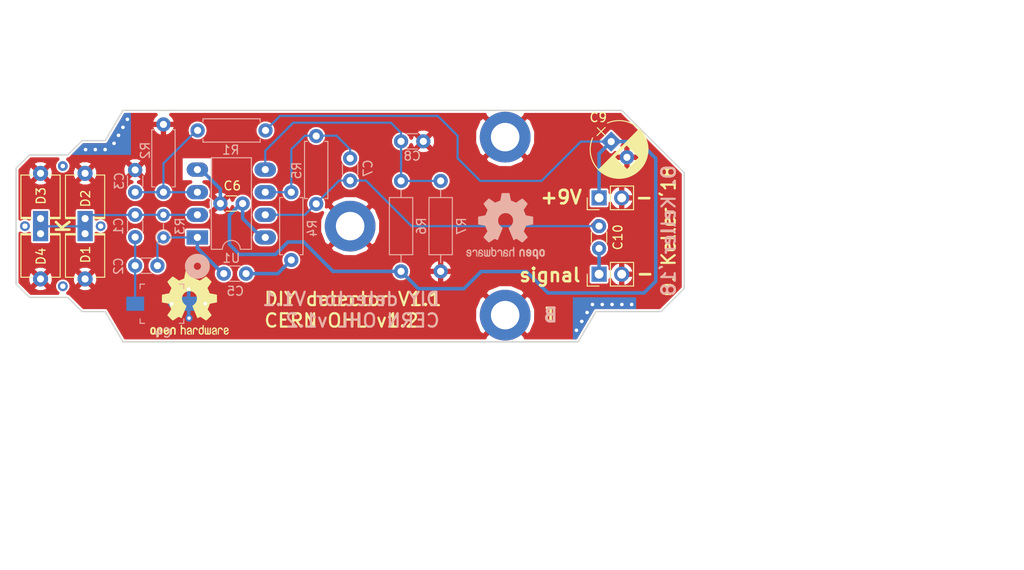
<source format=kicad_pcb>
(kicad_pcb (version 20171130) (host pcbnew "(5.0.0-rc2-dev-691-g31b026c)")

  (general
    (thickness 1)
    (drawings 56)
    (tracks 128)
    (zones 0)
    (modules 33)
    (nets 12)
  )

  (page A4)
  (title_block
    (title "DIY detector")
    (date 2018-06-01)
    (rev V1.1)
    (company CERN)
    (comment 1 "CERN open hardware license V1.2")
    (comment 2 "Oliver Keller")
  )

  (layers
    (0 F.Cu signal)
    (31 B.Cu power hide)
    (32 B.Adhes user hide)
    (33 F.Adhes user hide)
    (34 B.Paste user hide)
    (35 F.Paste user hide)
    (36 B.SilkS user hide)
    (37 F.SilkS user)
    (38 B.Mask user hide)
    (39 F.Mask user hide)
    (40 Dwgs.User user)
    (41 Cmts.User user hide)
    (42 Eco1.User user hide)
    (43 Eco2.User user hide)
    (44 Edge.Cuts user)
    (45 Margin user hide)
    (46 B.CrtYd user hide)
    (47 F.CrtYd user hide)
    (48 B.Fab user hide)
    (49 F.Fab user hide)
  )

  (setup
    (last_trace_width 0.25)
    (user_trace_width 0.4)
    (trace_clearance 0.2)
    (zone_clearance 0.2)
    (zone_45_only yes)
    (trace_min 0.2)
    (segment_width 0.2)
    (edge_width 0.2)
    (via_size 0.8)
    (via_drill 0.4)
    (via_min_size 0.4)
    (via_min_drill 0.3)
    (uvia_size 0.3)
    (uvia_drill 0.1)
    (uvias_allowed no)
    (uvia_min_size 0.2)
    (uvia_min_drill 0.1)
    (pcb_text_width 0.3)
    (pcb_text_size 1.5 1.5)
    (mod_edge_width 0.15)
    (mod_text_size 1 1)
    (mod_text_width 0.15)
    (pad_size 5.7 5.7)
    (pad_drill 3.2)
    (pad_to_mask_clearance 0.2)
    (aux_axis_origin 0 0)
    (grid_origin 137.5 112.5)
    (visible_elements FFFFFE7F)
    (pcbplotparams
      (layerselection 0x011fc_ffffffff)
      (usegerberextensions true)
      (usegerberattributes false)
      (usegerberadvancedattributes false)
      (creategerberjobfile true)
      (excludeedgelayer true)
      (linewidth 0.100000)
      (plotframeref false)
      (viasonmask false)
      (mode 1)
      (useauxorigin false)
      (hpglpennumber 1)
      (hpglpenspeed 20)
      (hpglpendiameter 15)
      (psnegative false)
      (psa4output false)
      (plotreference true)
      (plotvalue false)
      (plotinvisibletext false)
      (padsonsilk false)
      (subtractmaskfromsilk true)
      (outputformat 1)
      (mirror false)
      (drillshape 0)
      (scaleselection 1)
      (outputdirectory gerbers/))
  )

  (net 0 "")
  (net 1 "Net-(C1-Pad1)")
  (net 2 "Net-(C1-Pad2)")
  (net 3 "Net-(C2-Pad2)")
  (net 4 GND)
  (net 5 "Net-(C3-Pad1)")
  (net 6 "Net-(C5-Pad2)")
  (net 7 "Net-(C7-Pad1)")
  (net 8 "Net-(C10-Pad1)")
  (net 9 "Net-(C8-Pad1)")
  (net 10 +9V)
  (net 11 /Output)

  (net_class Default "This is the default net class."
    (clearance 0.2)
    (trace_width 0.25)
    (via_dia 0.8)
    (via_drill 0.4)
    (uvia_dia 0.3)
    (uvia_drill 0.1)
    (add_net +9V)
    (add_net /Output)
    (add_net GND)
    (add_net "Net-(C1-Pad1)")
    (add_net "Net-(C1-Pad2)")
    (add_net "Net-(C10-Pad1)")
    (add_net "Net-(C2-Pad2)")
    (add_net "Net-(C3-Pad1)")
    (add_net "Net-(C5-Pad2)")
    (add_net "Net-(C7-Pad1)")
    (add_net "Net-(C8-Pad1)")
  )

  (module Resistors_THT:R_Axial_DIN0204_L3.6mm_D1.6mm_P2.54mm_Vertical (layer B.Cu) (tedit 5874F706) (tstamp 5AFEEBB3)
    (at 116.545 113.77 90)
    (descr "Resistor, Axial_DIN0204 series, Axial, Vertical, pin pitch=2.54mm, 0.16666666666666666W = 1/6W, length*diameter=3.6*1.6mm^2, http://cdn-reichelt.de/documents/datenblatt/B400/1_4W%23YAG.pdf")
    (tags "Resistor Axial_DIN0204 series Axial Vertical pin pitch 2.54mm 0.16666666666666666W = 1/6W length 3.6mm diameter 1.6mm")
    (path /4FA694AE)
    (fp_text reference R3 (at 1.27 1.86 90) (layer B.SilkS)
      (effects (font (size 1 1) (thickness 0.15)) (justify mirror))
    )
    (fp_text value 10M (at 1.27 -1.86 90) (layer B.Fab)
      (effects (font (size 1 1) (thickness 0.15)) (justify mirror))
    )
    (fp_circle (center 0 0) (end 0.8 0) (layer B.Fab) (width 0.1))
    (fp_circle (center 0 0) (end 0.86 0) (layer B.SilkS) (width 0.12))
    (fp_line (start 0 0) (end 2.54 0) (layer B.Fab) (width 0.1))
    (fp_line (start 0.86 0) (end 1.54 0) (layer B.SilkS) (width 0.12))
    (fp_line (start -1.15 1.15) (end -1.15 -1.15) (layer B.CrtYd) (width 0.05))
    (fp_line (start -1.15 -1.15) (end 3.55 -1.15) (layer B.CrtYd) (width 0.05))
    (fp_line (start 3.55 -1.15) (end 3.55 1.15) (layer B.CrtYd) (width 0.05))
    (fp_line (start 3.55 1.15) (end -1.15 1.15) (layer B.CrtYd) (width 0.05))
    (pad 1 thru_hole circle (at 0 0 90) (size 1.4 1.4) (drill 0.7) (layers *.Cu *.Mask)
      (net 3 "Net-(C2-Pad2)"))
    (pad 2 thru_hole oval (at 2.54 0 90) (size 1.4 1.4) (drill 0.7) (layers *.Cu *.Mask)
      (net 1 "Net-(C1-Pad1)"))
    (model ${KISYS3DMOD}/Resistors_THT.3dshapes/R_Axial_DIN0204_L3.6mm_D1.6mm_P2.54mm_Vertical.wrl
      (at (xyz 0 0 0))
      (scale (xyz 0.393701 0.393701 0.393701))
      (rotate (xyz 0 0 0))
    )
  )

  (module Symbols:OSHW-Logo2_9.8x8mm_SilkScreen (layer B.Cu) (tedit 0) (tstamp 5B11AF3F)
    (at 154.95 112.5 180)
    (descr "Open Source Hardware Symbol")
    (tags "Logo Symbol OSHW")
    (attr virtual)
    (fp_text reference REF*** (at 0 0 180) (layer B.SilkS) hide
      (effects (font (size 1 1) (thickness 0.15)) (justify mirror))
    )
    (fp_text value OSHW-Logo2_7.3x6mm_SilkScreen (at 0.75 0 180) (layer B.Fab) hide
      (effects (font (size 1 1) (thickness 0.15)) (justify mirror))
    )
    (fp_poly (pts (xy 0.139878 3.712224) (xy 0.245612 3.711645) (xy 0.322132 3.710078) (xy 0.374372 3.707028)
      (xy 0.407263 3.702004) (xy 0.425737 3.694511) (xy 0.434727 3.684056) (xy 0.439163 3.670147)
      (xy 0.439594 3.668346) (xy 0.446333 3.635855) (xy 0.458808 3.571748) (xy 0.475719 3.482849)
      (xy 0.495771 3.375981) (xy 0.517664 3.257967) (xy 0.518429 3.253822) (xy 0.540359 3.138169)
      (xy 0.560877 3.035986) (xy 0.578659 2.953402) (xy 0.592381 2.896544) (xy 0.600718 2.871542)
      (xy 0.601116 2.871099) (xy 0.625677 2.85889) (xy 0.676315 2.838544) (xy 0.742095 2.814455)
      (xy 0.742461 2.814326) (xy 0.825317 2.783182) (xy 0.923 2.743509) (xy 1.015077 2.703619)
      (xy 1.019434 2.701647) (xy 1.169407 2.63358) (xy 1.501498 2.860361) (xy 1.603374 2.929496)
      (xy 1.695657 2.991303) (xy 1.773003 3.042267) (xy 1.830064 3.078873) (xy 1.861495 3.097606)
      (xy 1.864479 3.098996) (xy 1.887321 3.09281) (xy 1.929982 3.062965) (xy 1.994128 3.008053)
      (xy 2.081421 2.926666) (xy 2.170535 2.840078) (xy 2.256441 2.754753) (xy 2.333327 2.676892)
      (xy 2.396564 2.611303) (xy 2.441523 2.562795) (xy 2.463576 2.536175) (xy 2.464396 2.534805)
      (xy 2.466834 2.516537) (xy 2.45765 2.486705) (xy 2.434574 2.441279) (xy 2.395337 2.37623)
      (xy 2.33767 2.28753) (xy 2.260795 2.173343) (xy 2.19257 2.072838) (xy 2.131582 1.982697)
      (xy 2.081356 1.908151) (xy 2.045416 1.854435) (xy 2.027287 1.826782) (xy 2.026146 1.824905)
      (xy 2.028359 1.79841) (xy 2.045138 1.746914) (xy 2.073142 1.680149) (xy 2.083122 1.658828)
      (xy 2.126672 1.563841) (xy 2.173134 1.456063) (xy 2.210877 1.362808) (xy 2.238073 1.293594)
      (xy 2.259675 1.240994) (xy 2.272158 1.213503) (xy 2.273709 1.211384) (xy 2.296668 1.207876)
      (xy 2.350786 1.198262) (xy 2.428868 1.183911) (xy 2.523719 1.166193) (xy 2.628143 1.146475)
      (xy 2.734944 1.126126) (xy 2.836926 1.106514) (xy 2.926894 1.089009) (xy 2.997653 1.074978)
      (xy 3.042006 1.065791) (xy 3.052885 1.063193) (xy 3.064122 1.056782) (xy 3.072605 1.042303)
      (xy 3.078714 1.014867) (xy 3.082832 0.969589) (xy 3.085341 0.90158) (xy 3.086621 0.805953)
      (xy 3.087054 0.67782) (xy 3.087077 0.625299) (xy 3.087077 0.198155) (xy 2.9845 0.177909)
      (xy 2.927431 0.16693) (xy 2.842269 0.150905) (xy 2.739372 0.131767) (xy 2.629096 0.111449)
      (xy 2.598615 0.105868) (xy 2.496855 0.086083) (xy 2.408205 0.066627) (xy 2.340108 0.049303)
      (xy 2.300004 0.035912) (xy 2.293323 0.031921) (xy 2.276919 0.003658) (xy 2.253399 -0.051109)
      (xy 2.227316 -0.121588) (xy 2.222142 -0.136769) (xy 2.187956 -0.230896) (xy 2.145523 -0.337101)
      (xy 2.103997 -0.432473) (xy 2.103792 -0.432916) (xy 2.03464 -0.582525) (xy 2.489512 -1.251617)
      (xy 2.1975 -1.544116) (xy 2.10918 -1.63117) (xy 2.028625 -1.707909) (xy 1.96036 -1.770237)
      (xy 1.908908 -1.814056) (xy 1.878794 -1.83527) (xy 1.874474 -1.836616) (xy 1.849111 -1.826016)
      (xy 1.797358 -1.796547) (xy 1.724868 -1.751705) (xy 1.637294 -1.694984) (xy 1.542612 -1.631462)
      (xy 1.446516 -1.566668) (xy 1.360837 -1.510287) (xy 1.291016 -1.465788) (xy 1.242494 -1.436639)
      (xy 1.220782 -1.426308) (xy 1.194293 -1.43505) (xy 1.144062 -1.458087) (xy 1.080451 -1.490631)
      (xy 1.073708 -1.494249) (xy 0.988046 -1.53721) (xy 0.929306 -1.558279) (xy 0.892772 -1.558503)
      (xy 0.873731 -1.538928) (xy 0.87362 -1.538654) (xy 0.864102 -1.515472) (xy 0.841403 -1.460441)
      (xy 0.807282 -1.377822) (xy 0.7635 -1.271872) (xy 0.711816 -1.146852) (xy 0.653992 -1.00702)
      (xy 0.597991 -0.871637) (xy 0.536447 -0.722234) (xy 0.479939 -0.583832) (xy 0.430161 -0.460673)
      (xy 0.388806 -0.357002) (xy 0.357568 -0.277059) (xy 0.338141 -0.225088) (xy 0.332154 -0.205692)
      (xy 0.347168 -0.183443) (xy 0.386439 -0.147982) (xy 0.438807 -0.108887) (xy 0.587941 0.014755)
      (xy 0.704511 0.156478) (xy 0.787118 0.313296) (xy 0.834366 0.482225) (xy 0.844857 0.660278)
      (xy 0.837231 0.742461) (xy 0.795682 0.912969) (xy 0.724123 1.063541) (xy 0.626995 1.192691)
      (xy 0.508734 1.298936) (xy 0.37378 1.38079) (xy 0.226571 1.436768) (xy 0.071544 1.465385)
      (xy -0.086861 1.465156) (xy -0.244206 1.434595) (xy -0.396054 1.372218) (xy -0.537965 1.27654)
      (xy -0.597197 1.222428) (xy -0.710797 1.08348) (xy -0.789894 0.931639) (xy -0.835014 0.771333)
      (xy -0.846684 0.606988) (xy -0.825431 0.443029) (xy -0.77178 0.283882) (xy -0.68626 0.133975)
      (xy -0.569395 -0.002267) (xy -0.438807 -0.108887) (xy -0.384412 -0.149642) (xy -0.345986 -0.184718)
      (xy -0.332154 -0.205726) (xy -0.339397 -0.228635) (xy -0.359995 -0.283365) (xy -0.392254 -0.365672)
      (xy -0.434479 -0.471315) (xy -0.484977 -0.59605) (xy -0.542052 -0.735636) (xy -0.598146 -0.87167)
      (xy -0.660033 -1.021201) (xy -0.717356 -1.159767) (xy -0.768356 -1.283107) (xy -0.811273 -1.386964)
      (xy -0.844347 -1.46708) (xy -0.865819 -1.519195) (xy -0.873775 -1.538654) (xy -0.892571 -1.558423)
      (xy -0.928926 -1.558365) (xy -0.987521 -1.537441) (xy -1.073032 -1.494613) (xy -1.073708 -1.494249)
      (xy -1.138093 -1.461012) (xy -1.190139 -1.436802) (xy -1.219488 -1.426404) (xy -1.220783 -1.426308)
      (xy -1.242876 -1.436855) (xy -1.291652 -1.466184) (xy -1.361669 -1.510827) (xy -1.447486 -1.567314)
      (xy -1.542612 -1.631462) (xy -1.63946 -1.696411) (xy -1.726747 -1.752896) (xy -1.798819 -1.797421)
      (xy -1.850023 -1.82649) (xy -1.874474 -1.836616) (xy -1.89699 -1.823307) (xy -1.942258 -1.786112)
      (xy -2.005756 -1.729128) (xy -2.082961 -1.656449) (xy -2.169349 -1.572171) (xy -2.197601 -1.544016)
      (xy -2.489713 -1.251416) (xy -2.267369 -0.925104) (xy -2.199798 -0.824897) (xy -2.140493 -0.734963)
      (xy -2.092783 -0.66051) (xy -2.059993 -0.606751) (xy -2.045452 -0.578894) (xy -2.045026 -0.576912)
      (xy -2.052692 -0.550655) (xy -2.073311 -0.497837) (xy -2.103315 -0.42731) (xy -2.124375 -0.380093)
      (xy -2.163752 -0.289694) (xy -2.200835 -0.198366) (xy -2.229585 -0.1212) (xy -2.237395 -0.097692)
      (xy -2.259583 -0.034916) (xy -2.281273 0.013589) (xy -2.293187 0.031921) (xy -2.319477 0.043141)
      (xy -2.376858 0.059046) (xy -2.457882 0.077833) (xy -2.555105 0.097701) (xy -2.598615 0.105868)
      (xy -2.709104 0.126171) (xy -2.815084 0.14583) (xy -2.906199 0.162912) (xy -2.972092 0.175482)
      (xy -2.9845 0.177909) (xy -3.087077 0.198155) (xy -3.087077 0.625299) (xy -3.086847 0.765754)
      (xy -3.085901 0.872021) (xy -3.083859 0.948987) (xy -3.080338 1.00154) (xy -3.074957 1.034567)
      (xy -3.067334 1.052955) (xy -3.057088 1.061592) (xy -3.052885 1.063193) (xy -3.02753 1.068873)
      (xy -2.971516 1.080205) (xy -2.892036 1.095821) (xy -2.796288 1.114353) (xy -2.691467 1.134431)
      (xy -2.584768 1.154688) (xy -2.483387 1.173754) (xy -2.394521 1.190261) (xy -2.325363 1.202841)
      (xy -2.283111 1.210125) (xy -2.27371 1.211384) (xy -2.265193 1.228237) (xy -2.24634 1.27313)
      (xy -2.220676 1.33757) (xy -2.210877 1.362808) (xy -2.171352 1.460314) (xy -2.124808 1.568041)
      (xy -2.083123 1.658828) (xy -2.05245 1.728247) (xy -2.032044 1.78529) (xy -2.025232 1.820223)
      (xy -2.026318 1.824905) (xy -2.040715 1.847009) (xy -2.073588 1.896169) (xy -2.12141 1.967152)
      (xy -2.180652 2.054722) (xy -2.247785 2.153643) (xy -2.261059 2.17317) (xy -2.338954 2.28886)
      (xy -2.396213 2.376956) (xy -2.435119 2.441514) (xy -2.457956 2.486589) (xy -2.467006 2.516237)
      (xy -2.464552 2.534515) (xy -2.464489 2.534631) (xy -2.445173 2.558639) (xy -2.402449 2.605053)
      (xy -2.340949 2.669063) (xy -2.265302 2.745855) (xy -2.180139 2.830618) (xy -2.170535 2.840078)
      (xy -2.06321 2.944011) (xy -1.980385 3.020325) (xy -1.920395 3.070429) (xy -1.881577 3.09573)
      (xy -1.86448 3.098996) (xy -1.839527 3.08475) (xy -1.787745 3.051844) (xy -1.71448 3.003792)
      (xy -1.62508 2.94411) (xy -1.524889 2.876312) (xy -1.501499 2.860361) (xy -1.169407 2.63358)
      (xy -1.019435 2.701647) (xy -0.92823 2.741315) (xy -0.830331 2.781209) (xy -0.746169 2.813017)
      (xy -0.742462 2.814326) (xy -0.676631 2.838424) (xy -0.625884 2.8588) (xy -0.601158 2.871064)
      (xy -0.601116 2.871099) (xy -0.593271 2.893266) (xy -0.579934 2.947783) (xy -0.56243 3.02852)
      (xy -0.542083 3.12935) (xy -0.520218 3.244144) (xy -0.518429 3.253822) (xy -0.496496 3.372096)
      (xy -0.47636 3.479458) (xy -0.45932 3.569083) (xy -0.446672 3.634149) (xy -0.439716 3.667832)
      (xy -0.439594 3.668346) (xy -0.435361 3.682675) (xy -0.427129 3.693493) (xy -0.409967 3.701294)
      (xy -0.378942 3.706571) (xy -0.329122 3.709818) (xy -0.255576 3.711528) (xy -0.153371 3.712193)
      (xy -0.017575 3.712307) (xy 0 3.712308) (xy 0.139878 3.712224)) (layer B.SilkS) (width 0.01))
    (fp_poly (pts (xy 4.245224 -2.647838) (xy 4.322528 -2.698361) (xy 4.359814 -2.74359) (xy 4.389353 -2.825663)
      (xy 4.391699 -2.890607) (xy 4.386385 -2.977445) (xy 4.186115 -3.065103) (xy 4.088739 -3.109887)
      (xy 4.025113 -3.145913) (xy 3.992029 -3.177117) (xy 3.98628 -3.207436) (xy 4.004658 -3.240805)
      (xy 4.024923 -3.262923) (xy 4.083889 -3.298393) (xy 4.148024 -3.300879) (xy 4.206926 -3.273235)
      (xy 4.250197 -3.21832) (xy 4.257936 -3.198928) (xy 4.295006 -3.138364) (xy 4.337654 -3.112552)
      (xy 4.396154 -3.090471) (xy 4.396154 -3.174184) (xy 4.390982 -3.23115) (xy 4.370723 -3.279189)
      (xy 4.328262 -3.334346) (xy 4.321951 -3.341514) (xy 4.27472 -3.390585) (xy 4.234121 -3.41692)
      (xy 4.183328 -3.429035) (xy 4.14122 -3.433003) (xy 4.065902 -3.433991) (xy 4.012286 -3.421466)
      (xy 3.978838 -3.402869) (xy 3.926268 -3.361975) (xy 3.889879 -3.317748) (xy 3.86685 -3.262126)
      (xy 3.854359 -3.187047) (xy 3.849587 -3.084449) (xy 3.849206 -3.032376) (xy 3.850501 -2.969948)
      (xy 3.968471 -2.969948) (xy 3.969839 -3.003438) (xy 3.973249 -3.008923) (xy 3.995753 -3.001472)
      (xy 4.044182 -2.981753) (xy 4.108908 -2.953718) (xy 4.122443 -2.947692) (xy 4.204244 -2.906096)
      (xy 4.249312 -2.869538) (xy 4.259217 -2.835296) (xy 4.235526 -2.800648) (xy 4.21596 -2.785339)
      (xy 4.14536 -2.754721) (xy 4.07928 -2.75978) (xy 4.023959 -2.797151) (xy 3.985636 -2.863473)
      (xy 3.973349 -2.916116) (xy 3.968471 -2.969948) (xy 3.850501 -2.969948) (xy 3.85173 -2.91072)
      (xy 3.861032 -2.82071) (xy 3.87946 -2.755167) (xy 3.90936 -2.706912) (xy 3.95308 -2.668767)
      (xy 3.972141 -2.65644) (xy 4.058726 -2.624336) (xy 4.153522 -2.622316) (xy 4.245224 -2.647838)) (layer B.SilkS) (width 0.01))
    (fp_poly (pts (xy 3.570807 -2.636782) (xy 3.594161 -2.646988) (xy 3.649902 -2.691134) (xy 3.697569 -2.754967)
      (xy 3.727048 -2.823087) (xy 3.731846 -2.85667) (xy 3.71576 -2.903556) (xy 3.680475 -2.928365)
      (xy 3.642644 -2.943387) (xy 3.625321 -2.946155) (xy 3.616886 -2.926066) (xy 3.60023 -2.882351)
      (xy 3.592923 -2.862598) (xy 3.551948 -2.794271) (xy 3.492622 -2.760191) (xy 3.416552 -2.761239)
      (xy 3.410918 -2.762581) (xy 3.370305 -2.781836) (xy 3.340448 -2.819375) (xy 3.320055 -2.879809)
      (xy 3.307836 -2.967751) (xy 3.3025 -3.087813) (xy 3.302 -3.151698) (xy 3.301752 -3.252403)
      (xy 3.300126 -3.321054) (xy 3.295801 -3.364673) (xy 3.287454 -3.390282) (xy 3.273765 -3.404903)
      (xy 3.253411 -3.415558) (xy 3.252234 -3.416095) (xy 3.213038 -3.432667) (xy 3.193619 -3.438769)
      (xy 3.190635 -3.420319) (xy 3.188081 -3.369323) (xy 3.18614 -3.292308) (xy 3.184997 -3.195805)
      (xy 3.184769 -3.125184) (xy 3.185932 -2.988525) (xy 3.190479 -2.884851) (xy 3.199999 -2.808108)
      (xy 3.216081 -2.752246) (xy 3.240313 -2.711212) (xy 3.274286 -2.678954) (xy 3.307833 -2.65644)
      (xy 3.388499 -2.626476) (xy 3.482381 -2.619718) (xy 3.570807 -2.636782)) (layer B.SilkS) (width 0.01))
    (fp_poly (pts (xy 2.887333 -2.633528) (xy 2.94359 -2.659117) (xy 2.987747 -2.690124) (xy 3.020101 -2.724795)
      (xy 3.042438 -2.76952) (xy 3.056546 -2.830692) (xy 3.064211 -2.914701) (xy 3.06722 -3.02794)
      (xy 3.067538 -3.102509) (xy 3.067538 -3.39342) (xy 3.017773 -3.416095) (xy 2.978576 -3.432667)
      (xy 2.959157 -3.438769) (xy 2.955442 -3.42061) (xy 2.952495 -3.371648) (xy 2.950691 -3.300153)
      (xy 2.950308 -3.243385) (xy 2.948661 -3.161371) (xy 2.944222 -3.096309) (xy 2.93774 -3.056467)
      (xy 2.93259 -3.048) (xy 2.897977 -3.056646) (xy 2.84364 -3.078823) (xy 2.780722 -3.108886)
      (xy 2.720368 -3.141192) (xy 2.673721 -3.170098) (xy 2.651926 -3.189961) (xy 2.651839 -3.190175)
      (xy 2.653714 -3.226935) (xy 2.670525 -3.262026) (xy 2.700039 -3.290528) (xy 2.743116 -3.300061)
      (xy 2.779932 -3.29895) (xy 2.832074 -3.298133) (xy 2.859444 -3.310349) (xy 2.875882 -3.342624)
      (xy 2.877955 -3.34871) (xy 2.885081 -3.394739) (xy 2.866024 -3.422687) (xy 2.816353 -3.436007)
      (xy 2.762697 -3.43847) (xy 2.666142 -3.42021) (xy 2.616159 -3.394131) (xy 2.554429 -3.332868)
      (xy 2.52169 -3.25767) (xy 2.518753 -3.178211) (xy 2.546424 -3.104167) (xy 2.588047 -3.057769)
      (xy 2.629604 -3.031793) (xy 2.694922 -2.998907) (xy 2.771038 -2.965557) (xy 2.783726 -2.960461)
      (xy 2.867333 -2.923565) (xy 2.91553 -2.891046) (xy 2.93103 -2.858718) (xy 2.91655 -2.822394)
      (xy 2.891692 -2.794) (xy 2.832939 -2.759039) (xy 2.768293 -2.756417) (xy 2.709008 -2.783358)
      (xy 2.666339 -2.837088) (xy 2.660739 -2.85095) (xy 2.628133 -2.901936) (xy 2.58053 -2.939787)
      (xy 2.520461 -2.97085) (xy 2.520461 -2.882768) (xy 2.523997 -2.828951) (xy 2.539156 -2.786534)
      (xy 2.572768 -2.741279) (xy 2.605035 -2.70642) (xy 2.655209 -2.657062) (xy 2.694193 -2.630547)
      (xy 2.736064 -2.619911) (xy 2.78346 -2.618154) (xy 2.887333 -2.633528)) (layer B.SilkS) (width 0.01))
    (fp_poly (pts (xy 2.395929 -2.636662) (xy 2.398911 -2.688068) (xy 2.401247 -2.766192) (xy 2.402749 -2.864857)
      (xy 2.403231 -2.968343) (xy 2.403231 -3.318533) (xy 2.341401 -3.380363) (xy 2.298793 -3.418462)
      (xy 2.26139 -3.433895) (xy 2.21027 -3.432918) (xy 2.189978 -3.430433) (xy 2.126554 -3.4232)
      (xy 2.074095 -3.419055) (xy 2.061308 -3.418672) (xy 2.018199 -3.421176) (xy 1.956544 -3.427462)
      (xy 1.932638 -3.430433) (xy 1.873922 -3.435028) (xy 1.834464 -3.425046) (xy 1.795338 -3.394228)
      (xy 1.781215 -3.380363) (xy 1.719385 -3.318533) (xy 1.719385 -2.663503) (xy 1.76915 -2.640829)
      (xy 1.812002 -2.624034) (xy 1.837073 -2.618154) (xy 1.843501 -2.636736) (xy 1.849509 -2.688655)
      (xy 1.854697 -2.768172) (xy 1.858664 -2.869546) (xy 1.860577 -2.955192) (xy 1.865923 -3.292231)
      (xy 1.91256 -3.298825) (xy 1.954976 -3.294214) (xy 1.97576 -3.279287) (xy 1.98157 -3.251377)
      (xy 1.98653 -3.191925) (xy 1.990246 -3.108466) (xy 1.992324 -3.008532) (xy 1.992624 -2.957104)
      (xy 1.992923 -2.661054) (xy 2.054454 -2.639604) (xy 2.098004 -2.62502) (xy 2.121694 -2.618219)
      (xy 2.122377 -2.618154) (xy 2.124754 -2.636642) (xy 2.127366 -2.687906) (xy 2.129995 -2.765649)
      (xy 2.132421 -2.863574) (xy 2.134115 -2.955192) (xy 2.139461 -3.292231) (xy 2.256692 -3.292231)
      (xy 2.262072 -2.984746) (xy 2.267451 -2.677261) (xy 2.324601 -2.647707) (xy 2.366797 -2.627413)
      (xy 2.39177 -2.618204) (xy 2.392491 -2.618154) (xy 2.395929 -2.636662)) (layer B.SilkS) (width 0.01))
    (fp_poly (pts (xy 1.602081 -2.780289) (xy 1.601833 -2.92632) (xy 1.600872 -3.038655) (xy 1.598794 -3.122678)
      (xy 1.595193 -3.183769) (xy 1.589665 -3.227309) (xy 1.581804 -3.258679) (xy 1.571207 -3.283262)
      (xy 1.563182 -3.297294) (xy 1.496728 -3.373388) (xy 1.41247 -3.421084) (xy 1.319249 -3.438199)
      (xy 1.2259 -3.422546) (xy 1.170312 -3.394418) (xy 1.111957 -3.34576) (xy 1.072186 -3.286333)
      (xy 1.04819 -3.208507) (xy 1.037161 -3.104652) (xy 1.035599 -3.028462) (xy 1.035809 -3.022986)
      (xy 1.172308 -3.022986) (xy 1.173141 -3.110355) (xy 1.176961 -3.168192) (xy 1.185746 -3.206029)
      (xy 1.201474 -3.233398) (xy 1.220266 -3.254042) (xy 1.283375 -3.29389) (xy 1.351137 -3.297295)
      (xy 1.415179 -3.264025) (xy 1.420164 -3.259517) (xy 1.441439 -3.236067) (xy 1.454779 -3.208166)
      (xy 1.462001 -3.166641) (xy 1.464923 -3.102316) (xy 1.465385 -3.0312) (xy 1.464383 -2.941858)
      (xy 1.460238 -2.882258) (xy 1.451236 -2.843089) (xy 1.435667 -2.81504) (xy 1.422902 -2.800144)
      (xy 1.3636 -2.762575) (xy 1.295301 -2.758057) (xy 1.23011 -2.786753) (xy 1.217528 -2.797406)
      (xy 1.196111 -2.821063) (xy 1.182744 -2.849251) (xy 1.175566 -2.891245) (xy 1.172719 -2.956319)
      (xy 1.172308 -3.022986) (xy 1.035809 -3.022986) (xy 1.040322 -2.905765) (xy 1.056362 -2.813577)
      (xy 1.086528 -2.744269) (xy 1.133629 -2.690211) (xy 1.170312 -2.662505) (xy 1.23699 -2.632572)
      (xy 1.314272 -2.618678) (xy 1.38611 -2.622397) (xy 1.426308 -2.6374) (xy 1.442082 -2.64167)
      (xy 1.45255 -2.62575) (xy 1.459856 -2.583089) (xy 1.465385 -2.518106) (xy 1.471437 -2.445732)
      (xy 1.479844 -2.402187) (xy 1.495141 -2.377287) (xy 1.521864 -2.360845) (xy 1.538654 -2.353564)
      (xy 1.602154 -2.326963) (xy 1.602081 -2.780289)) (layer B.SilkS) (width 0.01))
    (fp_poly (pts (xy 0.713362 -2.62467) (xy 0.802117 -2.657421) (xy 0.874022 -2.71535) (xy 0.902144 -2.756128)
      (xy 0.932802 -2.830954) (xy 0.932165 -2.885058) (xy 0.899987 -2.921446) (xy 0.888081 -2.927633)
      (xy 0.836675 -2.946925) (xy 0.810422 -2.941982) (xy 0.80153 -2.909587) (xy 0.801077 -2.891692)
      (xy 0.784797 -2.825859) (xy 0.742365 -2.779807) (xy 0.683388 -2.757564) (xy 0.617475 -2.763161)
      (xy 0.563895 -2.792229) (xy 0.545798 -2.80881) (xy 0.532971 -2.828925) (xy 0.524306 -2.859332)
      (xy 0.518696 -2.906788) (xy 0.515035 -2.97805) (xy 0.512215 -3.079875) (xy 0.511484 -3.112115)
      (xy 0.50882 -3.22241) (xy 0.505792 -3.300036) (xy 0.50125 -3.351396) (xy 0.494046 -3.38289)
      (xy 0.483033 -3.40092) (xy 0.46706 -3.411888) (xy 0.456834 -3.416733) (xy 0.413406 -3.433301)
      (xy 0.387842 -3.438769) (xy 0.379395 -3.420507) (xy 0.374239 -3.365296) (xy 0.372346 -3.272499)
      (xy 0.373689 -3.141478) (xy 0.374107 -3.121269) (xy 0.377058 -3.001733) (xy 0.380548 -2.914449)
      (xy 0.385514 -2.852591) (xy 0.392893 -2.809336) (xy 0.403624 -2.77786) (xy 0.418645 -2.751339)
      (xy 0.426502 -2.739975) (xy 0.471553 -2.689692) (xy 0.52194 -2.650581) (xy 0.528108 -2.647167)
      (xy 0.618458 -2.620212) (xy 0.713362 -2.62467)) (layer B.SilkS) (width 0.01))
    (fp_poly (pts (xy 0.053501 -2.626303) (xy 0.13006 -2.654733) (xy 0.130936 -2.655279) (xy 0.178285 -2.690127)
      (xy 0.213241 -2.730852) (xy 0.237825 -2.783925) (xy 0.254062 -2.855814) (xy 0.263975 -2.952992)
      (xy 0.269586 -3.081928) (xy 0.270077 -3.100298) (xy 0.277141 -3.377287) (xy 0.217695 -3.408028)
      (xy 0.174681 -3.428802) (xy 0.14871 -3.438646) (xy 0.147509 -3.438769) (xy 0.143014 -3.420606)
      (xy 0.139444 -3.371612) (xy 0.137248 -3.300031) (xy 0.136769 -3.242068) (xy 0.136758 -3.14817)
      (xy 0.132466 -3.089203) (xy 0.117503 -3.061079) (xy 0.085482 -3.059706) (xy 0.030014 -3.080998)
      (xy -0.053731 -3.120136) (xy -0.115311 -3.152643) (xy -0.146983 -3.180845) (xy -0.156294 -3.211582)
      (xy -0.156308 -3.213104) (xy -0.140943 -3.266054) (xy -0.095453 -3.29466) (xy -0.025834 -3.298803)
      (xy 0.024313 -3.298084) (xy 0.050754 -3.312527) (xy 0.067243 -3.347218) (xy 0.076733 -3.391416)
      (xy 0.063057 -3.416493) (xy 0.057907 -3.420082) (xy 0.009425 -3.434496) (xy -0.058469 -3.436537)
      (xy -0.128388 -3.426983) (xy -0.177932 -3.409522) (xy -0.24643 -3.351364) (xy -0.285366 -3.270408)
      (xy -0.293077 -3.20716) (xy -0.287193 -3.150111) (xy -0.265899 -3.103542) (xy -0.223735 -3.062181)
      (xy -0.155241 -3.020755) (xy -0.054956 -2.973993) (xy -0.048846 -2.97135) (xy 0.04149 -2.929617)
      (xy 0.097235 -2.895391) (xy 0.121129 -2.864635) (xy 0.115913 -2.833311) (xy 0.084328 -2.797383)
      (xy 0.074883 -2.789116) (xy 0.011617 -2.757058) (xy -0.053936 -2.758407) (xy -0.111028 -2.789838)
      (xy -0.148907 -2.848024) (xy -0.152426 -2.859446) (xy -0.1867 -2.914837) (xy -0.230191 -2.941518)
      (xy -0.293077 -2.96796) (xy -0.293077 -2.899548) (xy -0.273948 -2.80011) (xy -0.217169 -2.708902)
      (xy -0.187622 -2.678389) (xy -0.120458 -2.639228) (xy -0.035044 -2.6215) (xy 0.053501 -2.626303)) (layer B.SilkS) (width 0.01))
    (fp_poly (pts (xy -0.840154 -2.49212) (xy -0.834428 -2.57198) (xy -0.827851 -2.619039) (xy -0.818738 -2.639566)
      (xy -0.805402 -2.639829) (xy -0.801077 -2.637378) (xy -0.743556 -2.619636) (xy -0.668732 -2.620672)
      (xy -0.592661 -2.63891) (xy -0.545082 -2.662505) (xy -0.496298 -2.700198) (xy -0.460636 -2.742855)
      (xy -0.436155 -2.797057) (xy -0.420913 -2.869384) (xy -0.41297 -2.966419) (xy -0.410384 -3.094742)
      (xy -0.410338 -3.119358) (xy -0.410308 -3.39587) (xy -0.471839 -3.41732) (xy -0.515541 -3.431912)
      (xy -0.539518 -3.438706) (xy -0.540223 -3.438769) (xy -0.542585 -3.420345) (xy -0.544594 -3.369526)
      (xy -0.546099 -3.292993) (xy -0.546947 -3.19743) (xy -0.547077 -3.139329) (xy -0.547349 -3.024771)
      (xy -0.548748 -2.942667) (xy -0.552151 -2.886393) (xy -0.558433 -2.849326) (xy -0.568471 -2.824844)
      (xy -0.583139 -2.806325) (xy -0.592298 -2.797406) (xy -0.655211 -2.761466) (xy -0.723864 -2.758775)
      (xy -0.786152 -2.78917) (xy -0.797671 -2.800144) (xy -0.814567 -2.820779) (xy -0.826286 -2.845256)
      (xy -0.833767 -2.880647) (xy -0.837946 -2.934026) (xy -0.839763 -3.012466) (xy -0.840154 -3.120617)
      (xy -0.840154 -3.39587) (xy -0.901685 -3.41732) (xy -0.945387 -3.431912) (xy -0.969364 -3.438706)
      (xy -0.97007 -3.438769) (xy -0.971874 -3.420069) (xy -0.9735 -3.367322) (xy -0.974883 -3.285557)
      (xy -0.975958 -3.179805) (xy -0.97666 -3.055094) (xy -0.976923 -2.916455) (xy -0.976923 -2.381806)
      (xy -0.849923 -2.328236) (xy -0.840154 -2.49212)) (layer B.SilkS) (width 0.01))
    (fp_poly (pts (xy -2.465746 -2.599745) (xy -2.388714 -2.651567) (xy -2.329184 -2.726412) (xy -2.293622 -2.821654)
      (xy -2.286429 -2.891756) (xy -2.287246 -2.921009) (xy -2.294086 -2.943407) (xy -2.312888 -2.963474)
      (xy -2.349592 -2.985733) (xy -2.410138 -3.014709) (xy -2.500466 -3.054927) (xy -2.500923 -3.055129)
      (xy -2.584067 -3.09321) (xy -2.652247 -3.127025) (xy -2.698495 -3.152933) (xy -2.715842 -3.167295)
      (xy -2.715846 -3.167411) (xy -2.700557 -3.198685) (xy -2.664804 -3.233157) (xy -2.623758 -3.25799)
      (xy -2.602963 -3.262923) (xy -2.54623 -3.245862) (xy -2.497373 -3.203133) (xy -2.473535 -3.156155)
      (xy -2.450603 -3.121522) (xy -2.405682 -3.082081) (xy -2.352877 -3.048009) (xy -2.30629 -3.02948)
      (xy -2.296548 -3.028462) (xy -2.285582 -3.045215) (xy -2.284921 -3.088039) (xy -2.29298 -3.145781)
      (xy -2.308173 -3.207289) (xy -2.328914 -3.261409) (xy -2.329962 -3.26351) (xy -2.392379 -3.35066)
      (xy -2.473274 -3.409939) (xy -2.565144 -3.439034) (xy -2.660487 -3.435634) (xy -2.751802 -3.397428)
      (xy -2.755862 -3.394741) (xy -2.827694 -3.329642) (xy -2.874927 -3.244705) (xy -2.901066 -3.133021)
      (xy -2.904574 -3.101643) (xy -2.910787 -2.953536) (xy -2.903339 -2.884468) (xy -2.715846 -2.884468)
      (xy -2.71341 -2.927552) (xy -2.700086 -2.940126) (xy -2.666868 -2.930719) (xy -2.614506 -2.908483)
      (xy -2.555976 -2.88061) (xy -2.554521 -2.879872) (xy -2.504911 -2.853777) (xy -2.485 -2.836363)
      (xy -2.48991 -2.818107) (xy -2.510584 -2.79412) (xy -2.563181 -2.759406) (xy -2.619823 -2.756856)
      (xy -2.670631 -2.782119) (xy -2.705724 -2.830847) (xy -2.715846 -2.884468) (xy -2.903339 -2.884468)
      (xy -2.898008 -2.835036) (xy -2.865222 -2.741055) (xy -2.819579 -2.675215) (xy -2.737198 -2.608681)
      (xy -2.646454 -2.575676) (xy -2.553815 -2.573573) (xy -2.465746 -2.599745)) (layer B.SilkS) (width 0.01))
    (fp_poly (pts (xy -3.983114 -2.587256) (xy -3.891536 -2.635409) (xy -3.823951 -2.712905) (xy -3.799943 -2.762727)
      (xy -3.781262 -2.837533) (xy -3.771699 -2.932052) (xy -3.770792 -3.03521) (xy -3.778079 -3.135935)
      (xy -3.793097 -3.223153) (xy -3.815385 -3.285791) (xy -3.822235 -3.296579) (xy -3.903368 -3.377105)
      (xy -3.999734 -3.425336) (xy -4.104299 -3.43945) (xy -4.210032 -3.417629) (xy -4.239457 -3.404547)
      (xy -4.296759 -3.364231) (xy -4.34705 -3.310775) (xy -4.351803 -3.303995) (xy -4.371122 -3.271321)
      (xy -4.383892 -3.236394) (xy -4.391436 -3.190414) (xy -4.395076 -3.124584) (xy -4.396135 -3.030105)
      (xy -4.396154 -3.008923) (xy -4.396106 -3.002182) (xy -4.200769 -3.002182) (xy -4.199632 -3.091349)
      (xy -4.195159 -3.15052) (xy -4.185754 -3.188741) (xy -4.169824 -3.215053) (xy -4.161692 -3.223846)
      (xy -4.114942 -3.257261) (xy -4.069553 -3.255737) (xy -4.02366 -3.226752) (xy -3.996288 -3.195809)
      (xy -3.980077 -3.150643) (xy -3.970974 -3.07942) (xy -3.970349 -3.071114) (xy -3.968796 -2.942037)
      (xy -3.985035 -2.846172) (xy -4.018848 -2.784107) (xy -4.070016 -2.756432) (xy -4.08828 -2.754923)
      (xy -4.13624 -2.762513) (xy -4.169047 -2.788808) (xy -4.189105 -2.839095) (xy -4.198822 -2.918664)
      (xy -4.200769 -3.002182) (xy -4.396106 -3.002182) (xy -4.395426 -2.908249) (xy -4.392371 -2.837906)
      (xy -4.385678 -2.789163) (xy -4.37404 -2.753288) (xy -4.356147 -2.721548) (xy -4.352192 -2.715648)
      (xy -4.285733 -2.636104) (xy -4.213315 -2.589929) (xy -4.125151 -2.571599) (xy -4.095213 -2.570703)
      (xy -3.983114 -2.587256)) (layer B.SilkS) (width 0.01))
    (fp_poly (pts (xy -1.728336 -2.595089) (xy -1.665633 -2.631358) (xy -1.622039 -2.667358) (xy -1.590155 -2.705075)
      (xy -1.56819 -2.751199) (xy -1.554351 -2.812421) (xy -1.546847 -2.895431) (xy -1.543883 -3.006919)
      (xy -1.543539 -3.087062) (xy -1.543539 -3.382065) (xy -1.709615 -3.456515) (xy -1.719385 -3.133402)
      (xy -1.723421 -3.012729) (xy -1.727656 -2.925141) (xy -1.732903 -2.86465) (xy -1.739975 -2.825268)
      (xy -1.749689 -2.801007) (xy -1.762856 -2.78588) (xy -1.767081 -2.782606) (xy -1.831091 -2.757034)
      (xy -1.895792 -2.767153) (xy -1.934308 -2.794) (xy -1.949975 -2.813024) (xy -1.96082 -2.837988)
      (xy -1.967712 -2.875834) (xy -1.971521 -2.933502) (xy -1.973117 -3.017935) (xy -1.973385 -3.105928)
      (xy -1.973437 -3.216323) (xy -1.975328 -3.294463) (xy -1.981655 -3.347165) (xy -1.995017 -3.381242)
      (xy -2.018015 -3.403511) (xy -2.053246 -3.420787) (xy -2.100303 -3.438738) (xy -2.151697 -3.458278)
      (xy -2.145579 -3.111485) (xy -2.143116 -2.986468) (xy -2.140233 -2.894082) (xy -2.136102 -2.827881)
      (xy -2.129893 -2.78142) (xy -2.120774 -2.748256) (xy -2.107917 -2.721944) (xy -2.092416 -2.698729)
      (xy -2.017629 -2.624569) (xy -1.926372 -2.581684) (xy -1.827117 -2.571412) (xy -1.728336 -2.595089)) (layer B.SilkS) (width 0.01))
    (fp_poly (pts (xy -3.231114 -2.584505) (xy -3.156461 -2.621727) (xy -3.090569 -2.690261) (xy -3.072423 -2.715648)
      (xy -3.052655 -2.748866) (xy -3.039828 -2.784945) (xy -3.03249 -2.833098) (xy -3.029187 -2.902536)
      (xy -3.028462 -2.994206) (xy -3.031737 -3.11983) (xy -3.043123 -3.214154) (xy -3.064959 -3.284523)
      (xy -3.099581 -3.338286) (xy -3.14933 -3.382788) (xy -3.152986 -3.385423) (xy -3.202015 -3.412377)
      (xy -3.261055 -3.425712) (xy -3.336141 -3.429) (xy -3.458205 -3.429) (xy -3.458256 -3.547497)
      (xy -3.459392 -3.613492) (xy -3.466314 -3.652202) (xy -3.484402 -3.675419) (xy -3.519038 -3.694933)
      (xy -3.527355 -3.69892) (xy -3.56628 -3.717603) (xy -3.596417 -3.729403) (xy -3.618826 -3.730422)
      (xy -3.634567 -3.716761) (xy -3.644698 -3.684522) (xy -3.650277 -3.629804) (xy -3.652365 -3.548711)
      (xy -3.652019 -3.437344) (xy -3.6503 -3.291802) (xy -3.649763 -3.248269) (xy -3.647828 -3.098205)
      (xy -3.646096 -3.000042) (xy -3.458308 -3.000042) (xy -3.457252 -3.083364) (xy -3.452562 -3.13788)
      (xy -3.441949 -3.173837) (xy -3.423128 -3.201482) (xy -3.41035 -3.214965) (xy -3.35811 -3.254417)
      (xy -3.311858 -3.257628) (xy -3.264133 -3.225049) (xy -3.262923 -3.223846) (xy -3.243506 -3.198668)
      (xy -3.231693 -3.164447) (xy -3.225735 -3.111748) (xy -3.22388 -3.031131) (xy -3.223846 -3.013271)
      (xy -3.22833 -2.902175) (xy -3.242926 -2.825161) (xy -3.26935 -2.778147) (xy -3.309317 -2.75705)
      (xy -3.332416 -2.754923) (xy -3.387238 -2.7649) (xy -3.424842 -2.797752) (xy -3.447477 -2.857857)
      (xy -3.457394 -2.949598) (xy -3.458308 -3.000042) (xy -3.646096 -3.000042) (xy -3.645778 -2.98206)
      (xy -3.643127 -2.894679) (xy -3.639394 -2.830905) (xy -3.634093 -2.785582) (xy -3.626742 -2.753555)
      (xy -3.616857 -2.729668) (xy -3.603954 -2.708764) (xy -3.598421 -2.700898) (xy -3.525031 -2.626595)
      (xy -3.43224 -2.584467) (xy -3.324904 -2.572722) (xy -3.231114 -2.584505)) (layer B.SilkS) (width 0.01))
  )

  (module Housings_DIP:DIP-8_W7.62mm_LongPads locked (layer B.Cu) (tedit 59C78D6B) (tstamp 5AFD7F22)
    (at 120.355 113.77)
    (descr "8-lead though-hole mounted DIP package, row spacing 7.62 mm (300 mils), LongPads")
    (tags "THT DIP DIL PDIP 2.54mm 7.62mm 300mil LongPads")
    (path /4FA69492)
    (fp_text reference U1 (at 3.81 2.33) (layer B.SilkS)
      (effects (font (size 1 1) (thickness 0.15)) (justify mirror))
    )
    (fp_text value TL072 (at 3.81 -9.95) (layer B.Fab)
      (effects (font (size 1 1) (thickness 0.15)) (justify mirror))
    )
    (fp_arc (start 3.81 1.33) (end 2.81 1.33) (angle 180) (layer B.SilkS) (width 0.12))
    (fp_line (start 1.635 1.27) (end 6.985 1.27) (layer B.Fab) (width 0.1))
    (fp_line (start 6.985 1.27) (end 6.985 -8.89) (layer B.Fab) (width 0.1))
    (fp_line (start 6.985 -8.89) (end 0.635 -8.89) (layer B.Fab) (width 0.1))
    (fp_line (start 0.635 -8.89) (end 0.635 0.27) (layer B.Fab) (width 0.1))
    (fp_line (start 0.635 0.27) (end 1.635 1.27) (layer B.Fab) (width 0.1))
    (fp_line (start 2.81 1.33) (end 1.56 1.33) (layer B.SilkS) (width 0.12))
    (fp_line (start 1.56 1.33) (end 1.56 -8.95) (layer B.SilkS) (width 0.12))
    (fp_line (start 1.56 -8.95) (end 6.06 -8.95) (layer B.SilkS) (width 0.12))
    (fp_line (start 6.06 -8.95) (end 6.06 1.33) (layer B.SilkS) (width 0.12))
    (fp_line (start 6.06 1.33) (end 4.81 1.33) (layer B.SilkS) (width 0.12))
    (fp_line (start -1.45 1.55) (end -1.45 -9.15) (layer B.CrtYd) (width 0.05))
    (fp_line (start -1.45 -9.15) (end 9.1 -9.15) (layer B.CrtYd) (width 0.05))
    (fp_line (start 9.1 -9.15) (end 9.1 1.55) (layer B.CrtYd) (width 0.05))
    (fp_line (start 9.1 1.55) (end -1.45 1.55) (layer B.CrtYd) (width 0.05))
    (fp_text user %R (at 3.81 -3.81) (layer B.Fab)
      (effects (font (size 1 1) (thickness 0.15)) (justify mirror))
    )
    (pad 1 thru_hole rect (at 0 0) (size 2.4 1.6) (drill 0.8) (layers *.Cu *.Mask)
      (net 3 "Net-(C2-Pad2)"))
    (pad 5 thru_hole oval (at 7.62 -7.62) (size 2.4 1.6) (drill 0.8) (layers *.Cu *.Mask)
      (net 9 "Net-(C8-Pad1)"))
    (pad 2 thru_hole oval (at 0 -2.54) (size 2.4 1.6) (drill 0.8) (layers *.Cu *.Mask)
      (net 1 "Net-(C1-Pad1)"))
    (pad 6 thru_hole oval (at 7.62 -5.08) (size 2.4 1.6) (drill 0.8) (layers *.Cu *.Mask)
      (net 7 "Net-(C7-Pad1)"))
    (pad 3 thru_hole oval (at 0 -5.08) (size 2.4 1.6) (drill 0.8) (layers *.Cu *.Mask)
      (net 5 "Net-(C3-Pad1)"))
    (pad 7 thru_hole oval (at 7.62 -2.54) (size 2.4 1.6) (drill 0.8) (layers *.Cu *.Mask)
      (net 8 "Net-(C10-Pad1)"))
    (pad 4 thru_hole oval (at 0 -7.62) (size 2.4 1.6) (drill 0.8) (layers *.Cu *.Mask)
      (net 4 GND))
    (pad 8 thru_hole oval (at 7.62 0) (size 2.4 1.6) (drill 0.8) (layers *.Cu *.Mask)
      (net 10 +9V))
    (model ${KISYS3DMOD}/Housings_DIP.3dshapes/DIP-8_W7.62mm.wrl
      (at (xyz 0 0 0))
      (scale (xyz 1 1 1))
      (rotate (xyz 0 0 0))
    )
  )

  (module Capacitors_THT:CP_Radial_D6.3mm_P2.50mm (layer F.Cu) (tedit 5B11A873) (tstamp 5AFDCDD4)
    (at 166.8 103 315)
    (descr "CP, Radial series, Radial, pin pitch=2.50mm, , diameter=6.3mm, Electrolytic Capacitor")
    (tags "CP Radial series Radial pin pitch 2.50mm  diameter 6.3mm Electrolytic Capacitor")
    (path /4FA698C7)
    (fp_text reference C9 (at -2.934493 -0.883883) (layer F.SilkS)
      (effects (font (size 1 1) (thickness 0.15)))
    )
    (fp_text value 47u (at 1.25 4.46 315) (layer F.Fab)
      (effects (font (size 1 1) (thickness 0.15)))
    )
    (fp_arc (start 1.25 0) (end -1.767482 -1.18) (angle 137.3) (layer F.SilkS) (width 0.12))
    (fp_arc (start 1.25 0) (end -1.767482 1.18) (angle -137.3) (layer F.SilkS) (width 0.12))
    (fp_arc (start 1.25 0) (end 4.267482 -1.18) (angle 42.7) (layer F.SilkS) (width 0.12))
    (fp_circle (center 1.25 0) (end 4.4 0) (layer F.Fab) (width 0.1))
    (fp_line (start -2.2 0) (end -1 0) (layer F.Fab) (width 0.1))
    (fp_line (start -1.6 -0.65) (end -1.6 0.65) (layer F.Fab) (width 0.1))
    (fp_line (start 1.25 -3.2) (end 1.25 3.2) (layer F.SilkS) (width 0.12))
    (fp_line (start 1.29 -3.2) (end 1.29 3.2) (layer F.SilkS) (width 0.12))
    (fp_line (start 1.33 -3.2) (end 1.33 3.2) (layer F.SilkS) (width 0.12))
    (fp_line (start 1.37 -3.198) (end 1.37 3.198) (layer F.SilkS) (width 0.12))
    (fp_line (start 1.41 -3.197) (end 1.41 3.197) (layer F.SilkS) (width 0.12))
    (fp_line (start 1.45 -3.194) (end 1.45 3.194) (layer F.SilkS) (width 0.12))
    (fp_line (start 1.49 -3.192) (end 1.49 3.192) (layer F.SilkS) (width 0.12))
    (fp_line (start 1.53 -3.188) (end 1.53 -0.98) (layer F.SilkS) (width 0.12))
    (fp_line (start 1.53 0.98) (end 1.53 3.188) (layer F.SilkS) (width 0.12))
    (fp_line (start 1.57 -3.185) (end 1.57 -0.98) (layer F.SilkS) (width 0.12))
    (fp_line (start 1.57 0.98) (end 1.57 3.185) (layer F.SilkS) (width 0.12))
    (fp_line (start 1.61 -3.18) (end 1.61 -0.98) (layer F.SilkS) (width 0.12))
    (fp_line (start 1.61 0.98) (end 1.61 3.18) (layer F.SilkS) (width 0.12))
    (fp_line (start 1.65 -3.176) (end 1.65 -0.98) (layer F.SilkS) (width 0.12))
    (fp_line (start 1.65 0.98) (end 1.65 3.176) (layer F.SilkS) (width 0.12))
    (fp_line (start 1.69 -3.17) (end 1.69 -0.98) (layer F.SilkS) (width 0.12))
    (fp_line (start 1.69 0.98) (end 1.69 3.17) (layer F.SilkS) (width 0.12))
    (fp_line (start 1.73 -3.165) (end 1.73 -0.98) (layer F.SilkS) (width 0.12))
    (fp_line (start 1.73 0.98) (end 1.73 3.165) (layer F.SilkS) (width 0.12))
    (fp_line (start 1.77 -3.158) (end 1.77 -0.98) (layer F.SilkS) (width 0.12))
    (fp_line (start 1.77 0.98) (end 1.77 3.158) (layer F.SilkS) (width 0.12))
    (fp_line (start 1.81 -3.152) (end 1.81 -0.98) (layer F.SilkS) (width 0.12))
    (fp_line (start 1.81 0.98) (end 1.81 3.152) (layer F.SilkS) (width 0.12))
    (fp_line (start 1.85 -3.144) (end 1.85 -0.98) (layer F.SilkS) (width 0.12))
    (fp_line (start 1.85 0.98) (end 1.85 3.144) (layer F.SilkS) (width 0.12))
    (fp_line (start 1.89 -3.137) (end 1.89 -0.98) (layer F.SilkS) (width 0.12))
    (fp_line (start 1.89 0.98) (end 1.89 3.137) (layer F.SilkS) (width 0.12))
    (fp_line (start 1.93 -3.128) (end 1.93 -0.98) (layer F.SilkS) (width 0.12))
    (fp_line (start 1.93 0.98) (end 1.93 3.128) (layer F.SilkS) (width 0.12))
    (fp_line (start 1.971 -3.119) (end 1.971 -0.98) (layer F.SilkS) (width 0.12))
    (fp_line (start 1.971 0.98) (end 1.971 3.119) (layer F.SilkS) (width 0.12))
    (fp_line (start 2.011 -3.11) (end 2.011 -0.98) (layer F.SilkS) (width 0.12))
    (fp_line (start 2.011 0.98) (end 2.011 3.11) (layer F.SilkS) (width 0.12))
    (fp_line (start 2.051 -3.1) (end 2.051 -0.98) (layer F.SilkS) (width 0.12))
    (fp_line (start 2.051 0.98) (end 2.051 3.1) (layer F.SilkS) (width 0.12))
    (fp_line (start 2.091 -3.09) (end 2.091 -0.98) (layer F.SilkS) (width 0.12))
    (fp_line (start 2.091 0.98) (end 2.091 3.09) (layer F.SilkS) (width 0.12))
    (fp_line (start 2.131 -3.079) (end 2.131 -0.98) (layer F.SilkS) (width 0.12))
    (fp_line (start 2.131 0.98) (end 2.131 3.079) (layer F.SilkS) (width 0.12))
    (fp_line (start 2.171 -3.067) (end 2.171 -0.98) (layer F.SilkS) (width 0.12))
    (fp_line (start 2.171 0.98) (end 2.171 3.067) (layer F.SilkS) (width 0.12))
    (fp_line (start 2.211 -3.055) (end 2.211 -0.98) (layer F.SilkS) (width 0.12))
    (fp_line (start 2.211 0.98) (end 2.211 3.055) (layer F.SilkS) (width 0.12))
    (fp_line (start 2.251 -3.042) (end 2.251 -0.98) (layer F.SilkS) (width 0.12))
    (fp_line (start 2.251 0.98) (end 2.251 3.042) (layer F.SilkS) (width 0.12))
    (fp_line (start 2.291 -3.029) (end 2.291 -0.98) (layer F.SilkS) (width 0.12))
    (fp_line (start 2.291 0.98) (end 2.291 3.029) (layer F.SilkS) (width 0.12))
    (fp_line (start 2.331 -3.015) (end 2.331 -0.98) (layer F.SilkS) (width 0.12))
    (fp_line (start 2.331 0.98) (end 2.331 3.015) (layer F.SilkS) (width 0.12))
    (fp_line (start 2.371 -3.001) (end 2.371 -0.98) (layer F.SilkS) (width 0.12))
    (fp_line (start 2.371 0.98) (end 2.371 3.001) (layer F.SilkS) (width 0.12))
    (fp_line (start 2.411 -2.986) (end 2.411 -0.98) (layer F.SilkS) (width 0.12))
    (fp_line (start 2.411 0.98) (end 2.411 2.986) (layer F.SilkS) (width 0.12))
    (fp_line (start 2.451 -2.97) (end 2.451 -0.98) (layer F.SilkS) (width 0.12))
    (fp_line (start 2.451 0.98) (end 2.451 2.97) (layer F.SilkS) (width 0.12))
    (fp_line (start 2.491 -2.954) (end 2.491 -0.98) (layer F.SilkS) (width 0.12))
    (fp_line (start 2.491 0.98) (end 2.491 2.954) (layer F.SilkS) (width 0.12))
    (fp_line (start 2.531 -2.937) (end 2.531 -0.98) (layer F.SilkS) (width 0.12))
    (fp_line (start 2.531 0.98) (end 2.531 2.937) (layer F.SilkS) (width 0.12))
    (fp_line (start 2.571 -2.919) (end 2.571 -0.98) (layer F.SilkS) (width 0.12))
    (fp_line (start 2.571 0.98) (end 2.571 2.919) (layer F.SilkS) (width 0.12))
    (fp_line (start 2.611 -2.901) (end 2.611 -0.98) (layer F.SilkS) (width 0.12))
    (fp_line (start 2.611 0.98) (end 2.611 2.901) (layer F.SilkS) (width 0.12))
    (fp_line (start 2.651 -2.882) (end 2.651 -0.98) (layer F.SilkS) (width 0.12))
    (fp_line (start 2.651 0.98) (end 2.651 2.882) (layer F.SilkS) (width 0.12))
    (fp_line (start 2.691 -2.863) (end 2.691 -0.98) (layer F.SilkS) (width 0.12))
    (fp_line (start 2.691 0.98) (end 2.691 2.863) (layer F.SilkS) (width 0.12))
    (fp_line (start 2.731 -2.843) (end 2.731 -0.98) (layer F.SilkS) (width 0.12))
    (fp_line (start 2.731 0.98) (end 2.731 2.843) (layer F.SilkS) (width 0.12))
    (fp_line (start 2.771 -2.822) (end 2.771 -0.98) (layer F.SilkS) (width 0.12))
    (fp_line (start 2.771 0.98) (end 2.771 2.822) (layer F.SilkS) (width 0.12))
    (fp_line (start 2.811 -2.8) (end 2.811 -0.98) (layer F.SilkS) (width 0.12))
    (fp_line (start 2.811 0.98) (end 2.811 2.8) (layer F.SilkS) (width 0.12))
    (fp_line (start 2.851 -2.778) (end 2.851 -0.98) (layer F.SilkS) (width 0.12))
    (fp_line (start 2.851 0.98) (end 2.851 2.778) (layer F.SilkS) (width 0.12))
    (fp_line (start 2.891 -2.755) (end 2.891 -0.98) (layer F.SilkS) (width 0.12))
    (fp_line (start 2.891 0.98) (end 2.891 2.755) (layer F.SilkS) (width 0.12))
    (fp_line (start 2.931 -2.731) (end 2.931 -0.98) (layer F.SilkS) (width 0.12))
    (fp_line (start 2.931 0.98) (end 2.931 2.731) (layer F.SilkS) (width 0.12))
    (fp_line (start 2.971 -2.706) (end 2.971 -0.98) (layer F.SilkS) (width 0.12))
    (fp_line (start 2.971 0.98) (end 2.971 2.706) (layer F.SilkS) (width 0.12))
    (fp_line (start 3.011 -2.681) (end 3.011 -0.98) (layer F.SilkS) (width 0.12))
    (fp_line (start 3.011 0.98) (end 3.011 2.681) (layer F.SilkS) (width 0.12))
    (fp_line (start 3.051 -2.654) (end 3.051 -0.98) (layer F.SilkS) (width 0.12))
    (fp_line (start 3.051 0.98) (end 3.051 2.654) (layer F.SilkS) (width 0.12))
    (fp_line (start 3.091 -2.627) (end 3.091 -0.98) (layer F.SilkS) (width 0.12))
    (fp_line (start 3.091 0.98) (end 3.091 2.627) (layer F.SilkS) (width 0.12))
    (fp_line (start 3.131 -2.599) (end 3.131 -0.98) (layer F.SilkS) (width 0.12))
    (fp_line (start 3.131 0.98) (end 3.131 2.599) (layer F.SilkS) (width 0.12))
    (fp_line (start 3.171 -2.57) (end 3.171 -0.98) (layer F.SilkS) (width 0.12))
    (fp_line (start 3.171 0.98) (end 3.171 2.57) (layer F.SilkS) (width 0.12))
    (fp_line (start 3.211 -2.54) (end 3.211 -0.98) (layer F.SilkS) (width 0.12))
    (fp_line (start 3.211 0.98) (end 3.211 2.54) (layer F.SilkS) (width 0.12))
    (fp_line (start 3.251 -2.51) (end 3.251 -0.98) (layer F.SilkS) (width 0.12))
    (fp_line (start 3.251 0.98) (end 3.251 2.51) (layer F.SilkS) (width 0.12))
    (fp_line (start 3.291 -2.478) (end 3.291 -0.98) (layer F.SilkS) (width 0.12))
    (fp_line (start 3.291 0.98) (end 3.291 2.478) (layer F.SilkS) (width 0.12))
    (fp_line (start 3.331 -2.445) (end 3.331 -0.98) (layer F.SilkS) (width 0.12))
    (fp_line (start 3.331 0.98) (end 3.331 2.445) (layer F.SilkS) (width 0.12))
    (fp_line (start 3.371 -2.411) (end 3.371 -0.98) (layer F.SilkS) (width 0.12))
    (fp_line (start 3.371 0.98) (end 3.371 2.411) (layer F.SilkS) (width 0.12))
    (fp_line (start 3.411 -2.375) (end 3.411 -0.98) (layer F.SilkS) (width 0.12))
    (fp_line (start 3.411 0.98) (end 3.411 2.375) (layer F.SilkS) (width 0.12))
    (fp_line (start 3.451 -2.339) (end 3.451 -0.98) (layer F.SilkS) (width 0.12))
    (fp_line (start 3.451 0.98) (end 3.451 2.339) (layer F.SilkS) (width 0.12))
    (fp_line (start 3.491 -2.301) (end 3.491 2.301) (layer F.SilkS) (width 0.12))
    (fp_line (start 3.531 -2.262) (end 3.531 2.262) (layer F.SilkS) (width 0.12))
    (fp_line (start 3.571 -2.222) (end 3.571 2.222) (layer F.SilkS) (width 0.12))
    (fp_line (start 3.611 -2.18) (end 3.611 2.18) (layer F.SilkS) (width 0.12))
    (fp_line (start 3.651 -2.137) (end 3.651 2.137) (layer F.SilkS) (width 0.12))
    (fp_line (start 3.691 -2.092) (end 3.691 2.092) (layer F.SilkS) (width 0.12))
    (fp_line (start 3.731 -2.045) (end 3.731 2.045) (layer F.SilkS) (width 0.12))
    (fp_line (start 3.771 -1.997) (end 3.771 1.997) (layer F.SilkS) (width 0.12))
    (fp_line (start 3.811 -1.946) (end 3.811 1.946) (layer F.SilkS) (width 0.12))
    (fp_line (start 3.851 -1.894) (end 3.851 1.894) (layer F.SilkS) (width 0.12))
    (fp_line (start 3.891 -1.839) (end 3.891 1.839) (layer F.SilkS) (width 0.12))
    (fp_line (start 3.931 -1.781) (end 3.931 1.781) (layer F.SilkS) (width 0.12))
    (fp_line (start 3.971 -1.721) (end 3.971 1.721) (layer F.SilkS) (width 0.12))
    (fp_line (start 4.011 -1.658) (end 4.011 1.658) (layer F.SilkS) (width 0.12))
    (fp_line (start 4.051 -1.591) (end 4.051 1.591) (layer F.SilkS) (width 0.12))
    (fp_line (start 4.091 -1.52) (end 4.091 1.52) (layer F.SilkS) (width 0.12))
    (fp_line (start 4.131 -1.445) (end 4.131 1.445) (layer F.SilkS) (width 0.12))
    (fp_line (start 4.171 -1.364) (end 4.171 1.364) (layer F.SilkS) (width 0.12))
    (fp_line (start 4.211 -1.278) (end 4.211 1.278) (layer F.SilkS) (width 0.12))
    (fp_line (start 4.251 -1.184) (end 4.251 1.184) (layer F.SilkS) (width 0.12))
    (fp_line (start 4.291 -1.081) (end 4.291 1.081) (layer F.SilkS) (width 0.12))
    (fp_line (start 4.331 -0.966) (end 4.331 0.966) (layer F.SilkS) (width 0.12))
    (fp_line (start 4.371 -0.834) (end 4.371 0.834) (layer F.SilkS) (width 0.12))
    (fp_line (start 4.411 -0.676) (end 4.411 0.676) (layer F.SilkS) (width 0.12))
    (fp_line (start 4.451 -0.468) (end 4.451 0.468) (layer F.SilkS) (width 0.12))
    (fp_line (start -2.2 0) (end -1 0) (layer F.SilkS) (width 0.12))
    (fp_line (start -1.6 -0.65) (end -1.6 0.65) (layer F.SilkS) (width 0.12))
    (fp_line (start -2.25 -3.5) (end -2.25 3.5) (layer F.CrtYd) (width 0.05))
    (fp_line (start -2.25 3.5) (end 4.75 3.5) (layer F.CrtYd) (width 0.05))
    (fp_line (start 4.75 3.5) (end 4.75 -3.5) (layer F.CrtYd) (width 0.05))
    (fp_line (start 4.75 -3.5) (end -2.25 -3.5) (layer F.CrtYd) (width 0.05))
    (fp_text user %R (at 1.25 0 315) (layer F.Fab)
      (effects (font (size 1 1) (thickness 0.15)))
    )
    (pad 1 thru_hole rect (at 0 0 315) (size 1.6 1.6) (drill 0.8) (layers *.Cu *.Mask)
      (net 10 +9V))
    (pad 2 thru_hole circle (at 2.5 0 315) (size 1.6 1.6) (drill 0.8) (layers *.Cu *.Mask)
      (net 4 GND))
    (model ${KISYS3DMOD}/Capacitors_THT.3dshapes/CP_Radial_D6.3mm_P2.50mm.wrl
      (at (xyz 0 0 0))
      (scale (xyz 1 1 1))
      (rotate (xyz 0 0 0))
    )
  )

  (module Symbols:OSHW-Logo2_9.8x8mm_SilkScreen (layer F.Cu) (tedit 0) (tstamp 5B119FAF)
    (at 119.466 121.263)
    (descr "Open Source Hardware Symbol")
    (tags "Logo Symbol OSHW")
    (attr virtual)
    (fp_text reference REF*** (at 0 0) (layer F.SilkS) hide
      (effects (font (size 1 1) (thickness 0.15)))
    )
    (fp_text value OSHW-Logo2_7.3x6mm_SilkScreen (at 0.75 0) (layer F.Fab) hide
      (effects (font (size 1 1) (thickness 0.15)))
    )
    (fp_poly (pts (xy -3.231114 2.584505) (xy -3.156461 2.621727) (xy -3.090569 2.690261) (xy -3.072423 2.715648)
      (xy -3.052655 2.748866) (xy -3.039828 2.784945) (xy -3.03249 2.833098) (xy -3.029187 2.902536)
      (xy -3.028462 2.994206) (xy -3.031737 3.11983) (xy -3.043123 3.214154) (xy -3.064959 3.284523)
      (xy -3.099581 3.338286) (xy -3.14933 3.382788) (xy -3.152986 3.385423) (xy -3.202015 3.412377)
      (xy -3.261055 3.425712) (xy -3.336141 3.429) (xy -3.458205 3.429) (xy -3.458256 3.547497)
      (xy -3.459392 3.613492) (xy -3.466314 3.652202) (xy -3.484402 3.675419) (xy -3.519038 3.694933)
      (xy -3.527355 3.69892) (xy -3.56628 3.717603) (xy -3.596417 3.729403) (xy -3.618826 3.730422)
      (xy -3.634567 3.716761) (xy -3.644698 3.684522) (xy -3.650277 3.629804) (xy -3.652365 3.548711)
      (xy -3.652019 3.437344) (xy -3.6503 3.291802) (xy -3.649763 3.248269) (xy -3.647828 3.098205)
      (xy -3.646096 3.000042) (xy -3.458308 3.000042) (xy -3.457252 3.083364) (xy -3.452562 3.13788)
      (xy -3.441949 3.173837) (xy -3.423128 3.201482) (xy -3.41035 3.214965) (xy -3.35811 3.254417)
      (xy -3.311858 3.257628) (xy -3.264133 3.225049) (xy -3.262923 3.223846) (xy -3.243506 3.198668)
      (xy -3.231693 3.164447) (xy -3.225735 3.111748) (xy -3.22388 3.031131) (xy -3.223846 3.013271)
      (xy -3.22833 2.902175) (xy -3.242926 2.825161) (xy -3.26935 2.778147) (xy -3.309317 2.75705)
      (xy -3.332416 2.754923) (xy -3.387238 2.7649) (xy -3.424842 2.797752) (xy -3.447477 2.857857)
      (xy -3.457394 2.949598) (xy -3.458308 3.000042) (xy -3.646096 3.000042) (xy -3.645778 2.98206)
      (xy -3.643127 2.894679) (xy -3.639394 2.830905) (xy -3.634093 2.785582) (xy -3.626742 2.753555)
      (xy -3.616857 2.729668) (xy -3.603954 2.708764) (xy -3.598421 2.700898) (xy -3.525031 2.626595)
      (xy -3.43224 2.584467) (xy -3.324904 2.572722) (xy -3.231114 2.584505)) (layer F.SilkS) (width 0.01))
    (fp_poly (pts (xy -1.728336 2.595089) (xy -1.665633 2.631358) (xy -1.622039 2.667358) (xy -1.590155 2.705075)
      (xy -1.56819 2.751199) (xy -1.554351 2.812421) (xy -1.546847 2.895431) (xy -1.543883 3.006919)
      (xy -1.543539 3.087062) (xy -1.543539 3.382065) (xy -1.709615 3.456515) (xy -1.719385 3.133402)
      (xy -1.723421 3.012729) (xy -1.727656 2.925141) (xy -1.732903 2.86465) (xy -1.739975 2.825268)
      (xy -1.749689 2.801007) (xy -1.762856 2.78588) (xy -1.767081 2.782606) (xy -1.831091 2.757034)
      (xy -1.895792 2.767153) (xy -1.934308 2.794) (xy -1.949975 2.813024) (xy -1.96082 2.837988)
      (xy -1.967712 2.875834) (xy -1.971521 2.933502) (xy -1.973117 3.017935) (xy -1.973385 3.105928)
      (xy -1.973437 3.216323) (xy -1.975328 3.294463) (xy -1.981655 3.347165) (xy -1.995017 3.381242)
      (xy -2.018015 3.403511) (xy -2.053246 3.420787) (xy -2.100303 3.438738) (xy -2.151697 3.458278)
      (xy -2.145579 3.111485) (xy -2.143116 2.986468) (xy -2.140233 2.894082) (xy -2.136102 2.827881)
      (xy -2.129893 2.78142) (xy -2.120774 2.748256) (xy -2.107917 2.721944) (xy -2.092416 2.698729)
      (xy -2.017629 2.624569) (xy -1.926372 2.581684) (xy -1.827117 2.571412) (xy -1.728336 2.595089)) (layer F.SilkS) (width 0.01))
    (fp_poly (pts (xy -3.983114 2.587256) (xy -3.891536 2.635409) (xy -3.823951 2.712905) (xy -3.799943 2.762727)
      (xy -3.781262 2.837533) (xy -3.771699 2.932052) (xy -3.770792 3.03521) (xy -3.778079 3.135935)
      (xy -3.793097 3.223153) (xy -3.815385 3.285791) (xy -3.822235 3.296579) (xy -3.903368 3.377105)
      (xy -3.999734 3.425336) (xy -4.104299 3.43945) (xy -4.210032 3.417629) (xy -4.239457 3.404547)
      (xy -4.296759 3.364231) (xy -4.34705 3.310775) (xy -4.351803 3.303995) (xy -4.371122 3.271321)
      (xy -4.383892 3.236394) (xy -4.391436 3.190414) (xy -4.395076 3.124584) (xy -4.396135 3.030105)
      (xy -4.396154 3.008923) (xy -4.396106 3.002182) (xy -4.200769 3.002182) (xy -4.199632 3.091349)
      (xy -4.195159 3.15052) (xy -4.185754 3.188741) (xy -4.169824 3.215053) (xy -4.161692 3.223846)
      (xy -4.114942 3.257261) (xy -4.069553 3.255737) (xy -4.02366 3.226752) (xy -3.996288 3.195809)
      (xy -3.980077 3.150643) (xy -3.970974 3.07942) (xy -3.970349 3.071114) (xy -3.968796 2.942037)
      (xy -3.985035 2.846172) (xy -4.018848 2.784107) (xy -4.070016 2.756432) (xy -4.08828 2.754923)
      (xy -4.13624 2.762513) (xy -4.169047 2.788808) (xy -4.189105 2.839095) (xy -4.198822 2.918664)
      (xy -4.200769 3.002182) (xy -4.396106 3.002182) (xy -4.395426 2.908249) (xy -4.392371 2.837906)
      (xy -4.385678 2.789163) (xy -4.37404 2.753288) (xy -4.356147 2.721548) (xy -4.352192 2.715648)
      (xy -4.285733 2.636104) (xy -4.213315 2.589929) (xy -4.125151 2.571599) (xy -4.095213 2.570703)
      (xy -3.983114 2.587256)) (layer F.SilkS) (width 0.01))
    (fp_poly (pts (xy -2.465746 2.599745) (xy -2.388714 2.651567) (xy -2.329184 2.726412) (xy -2.293622 2.821654)
      (xy -2.286429 2.891756) (xy -2.287246 2.921009) (xy -2.294086 2.943407) (xy -2.312888 2.963474)
      (xy -2.349592 2.985733) (xy -2.410138 3.014709) (xy -2.500466 3.054927) (xy -2.500923 3.055129)
      (xy -2.584067 3.09321) (xy -2.652247 3.127025) (xy -2.698495 3.152933) (xy -2.715842 3.167295)
      (xy -2.715846 3.167411) (xy -2.700557 3.198685) (xy -2.664804 3.233157) (xy -2.623758 3.25799)
      (xy -2.602963 3.262923) (xy -2.54623 3.245862) (xy -2.497373 3.203133) (xy -2.473535 3.156155)
      (xy -2.450603 3.121522) (xy -2.405682 3.082081) (xy -2.352877 3.048009) (xy -2.30629 3.02948)
      (xy -2.296548 3.028462) (xy -2.285582 3.045215) (xy -2.284921 3.088039) (xy -2.29298 3.145781)
      (xy -2.308173 3.207289) (xy -2.328914 3.261409) (xy -2.329962 3.26351) (xy -2.392379 3.35066)
      (xy -2.473274 3.409939) (xy -2.565144 3.439034) (xy -2.660487 3.435634) (xy -2.751802 3.397428)
      (xy -2.755862 3.394741) (xy -2.827694 3.329642) (xy -2.874927 3.244705) (xy -2.901066 3.133021)
      (xy -2.904574 3.101643) (xy -2.910787 2.953536) (xy -2.903339 2.884468) (xy -2.715846 2.884468)
      (xy -2.71341 2.927552) (xy -2.700086 2.940126) (xy -2.666868 2.930719) (xy -2.614506 2.908483)
      (xy -2.555976 2.88061) (xy -2.554521 2.879872) (xy -2.504911 2.853777) (xy -2.485 2.836363)
      (xy -2.48991 2.818107) (xy -2.510584 2.79412) (xy -2.563181 2.759406) (xy -2.619823 2.756856)
      (xy -2.670631 2.782119) (xy -2.705724 2.830847) (xy -2.715846 2.884468) (xy -2.903339 2.884468)
      (xy -2.898008 2.835036) (xy -2.865222 2.741055) (xy -2.819579 2.675215) (xy -2.737198 2.608681)
      (xy -2.646454 2.575676) (xy -2.553815 2.573573) (xy -2.465746 2.599745)) (layer F.SilkS) (width 0.01))
    (fp_poly (pts (xy -0.840154 2.49212) (xy -0.834428 2.57198) (xy -0.827851 2.619039) (xy -0.818738 2.639566)
      (xy -0.805402 2.639829) (xy -0.801077 2.637378) (xy -0.743556 2.619636) (xy -0.668732 2.620672)
      (xy -0.592661 2.63891) (xy -0.545082 2.662505) (xy -0.496298 2.700198) (xy -0.460636 2.742855)
      (xy -0.436155 2.797057) (xy -0.420913 2.869384) (xy -0.41297 2.966419) (xy -0.410384 3.094742)
      (xy -0.410338 3.119358) (xy -0.410308 3.39587) (xy -0.471839 3.41732) (xy -0.515541 3.431912)
      (xy -0.539518 3.438706) (xy -0.540223 3.438769) (xy -0.542585 3.420345) (xy -0.544594 3.369526)
      (xy -0.546099 3.292993) (xy -0.546947 3.19743) (xy -0.547077 3.139329) (xy -0.547349 3.024771)
      (xy -0.548748 2.942667) (xy -0.552151 2.886393) (xy -0.558433 2.849326) (xy -0.568471 2.824844)
      (xy -0.583139 2.806325) (xy -0.592298 2.797406) (xy -0.655211 2.761466) (xy -0.723864 2.758775)
      (xy -0.786152 2.78917) (xy -0.797671 2.800144) (xy -0.814567 2.820779) (xy -0.826286 2.845256)
      (xy -0.833767 2.880647) (xy -0.837946 2.934026) (xy -0.839763 3.012466) (xy -0.840154 3.120617)
      (xy -0.840154 3.39587) (xy -0.901685 3.41732) (xy -0.945387 3.431912) (xy -0.969364 3.438706)
      (xy -0.97007 3.438769) (xy -0.971874 3.420069) (xy -0.9735 3.367322) (xy -0.974883 3.285557)
      (xy -0.975958 3.179805) (xy -0.97666 3.055094) (xy -0.976923 2.916455) (xy -0.976923 2.381806)
      (xy -0.849923 2.328236) (xy -0.840154 2.49212)) (layer F.SilkS) (width 0.01))
    (fp_poly (pts (xy 0.053501 2.626303) (xy 0.13006 2.654733) (xy 0.130936 2.655279) (xy 0.178285 2.690127)
      (xy 0.213241 2.730852) (xy 0.237825 2.783925) (xy 0.254062 2.855814) (xy 0.263975 2.952992)
      (xy 0.269586 3.081928) (xy 0.270077 3.100298) (xy 0.277141 3.377287) (xy 0.217695 3.408028)
      (xy 0.174681 3.428802) (xy 0.14871 3.438646) (xy 0.147509 3.438769) (xy 0.143014 3.420606)
      (xy 0.139444 3.371612) (xy 0.137248 3.300031) (xy 0.136769 3.242068) (xy 0.136758 3.14817)
      (xy 0.132466 3.089203) (xy 0.117503 3.061079) (xy 0.085482 3.059706) (xy 0.030014 3.080998)
      (xy -0.053731 3.120136) (xy -0.115311 3.152643) (xy -0.146983 3.180845) (xy -0.156294 3.211582)
      (xy -0.156308 3.213104) (xy -0.140943 3.266054) (xy -0.095453 3.29466) (xy -0.025834 3.298803)
      (xy 0.024313 3.298084) (xy 0.050754 3.312527) (xy 0.067243 3.347218) (xy 0.076733 3.391416)
      (xy 0.063057 3.416493) (xy 0.057907 3.420082) (xy 0.009425 3.434496) (xy -0.058469 3.436537)
      (xy -0.128388 3.426983) (xy -0.177932 3.409522) (xy -0.24643 3.351364) (xy -0.285366 3.270408)
      (xy -0.293077 3.20716) (xy -0.287193 3.150111) (xy -0.265899 3.103542) (xy -0.223735 3.062181)
      (xy -0.155241 3.020755) (xy -0.054956 2.973993) (xy -0.048846 2.97135) (xy 0.04149 2.929617)
      (xy 0.097235 2.895391) (xy 0.121129 2.864635) (xy 0.115913 2.833311) (xy 0.084328 2.797383)
      (xy 0.074883 2.789116) (xy 0.011617 2.757058) (xy -0.053936 2.758407) (xy -0.111028 2.789838)
      (xy -0.148907 2.848024) (xy -0.152426 2.859446) (xy -0.1867 2.914837) (xy -0.230191 2.941518)
      (xy -0.293077 2.96796) (xy -0.293077 2.899548) (xy -0.273948 2.80011) (xy -0.217169 2.708902)
      (xy -0.187622 2.678389) (xy -0.120458 2.639228) (xy -0.035044 2.6215) (xy 0.053501 2.626303)) (layer F.SilkS) (width 0.01))
    (fp_poly (pts (xy 0.713362 2.62467) (xy 0.802117 2.657421) (xy 0.874022 2.71535) (xy 0.902144 2.756128)
      (xy 0.932802 2.830954) (xy 0.932165 2.885058) (xy 0.899987 2.921446) (xy 0.888081 2.927633)
      (xy 0.836675 2.946925) (xy 0.810422 2.941982) (xy 0.80153 2.909587) (xy 0.801077 2.891692)
      (xy 0.784797 2.825859) (xy 0.742365 2.779807) (xy 0.683388 2.757564) (xy 0.617475 2.763161)
      (xy 0.563895 2.792229) (xy 0.545798 2.80881) (xy 0.532971 2.828925) (xy 0.524306 2.859332)
      (xy 0.518696 2.906788) (xy 0.515035 2.97805) (xy 0.512215 3.079875) (xy 0.511484 3.112115)
      (xy 0.50882 3.22241) (xy 0.505792 3.300036) (xy 0.50125 3.351396) (xy 0.494046 3.38289)
      (xy 0.483033 3.40092) (xy 0.46706 3.411888) (xy 0.456834 3.416733) (xy 0.413406 3.433301)
      (xy 0.387842 3.438769) (xy 0.379395 3.420507) (xy 0.374239 3.365296) (xy 0.372346 3.272499)
      (xy 0.373689 3.141478) (xy 0.374107 3.121269) (xy 0.377058 3.001733) (xy 0.380548 2.914449)
      (xy 0.385514 2.852591) (xy 0.392893 2.809336) (xy 0.403624 2.77786) (xy 0.418645 2.751339)
      (xy 0.426502 2.739975) (xy 0.471553 2.689692) (xy 0.52194 2.650581) (xy 0.528108 2.647167)
      (xy 0.618458 2.620212) (xy 0.713362 2.62467)) (layer F.SilkS) (width 0.01))
    (fp_poly (pts (xy 1.602081 2.780289) (xy 1.601833 2.92632) (xy 1.600872 3.038655) (xy 1.598794 3.122678)
      (xy 1.595193 3.183769) (xy 1.589665 3.227309) (xy 1.581804 3.258679) (xy 1.571207 3.283262)
      (xy 1.563182 3.297294) (xy 1.496728 3.373388) (xy 1.41247 3.421084) (xy 1.319249 3.438199)
      (xy 1.2259 3.422546) (xy 1.170312 3.394418) (xy 1.111957 3.34576) (xy 1.072186 3.286333)
      (xy 1.04819 3.208507) (xy 1.037161 3.104652) (xy 1.035599 3.028462) (xy 1.035809 3.022986)
      (xy 1.172308 3.022986) (xy 1.173141 3.110355) (xy 1.176961 3.168192) (xy 1.185746 3.206029)
      (xy 1.201474 3.233398) (xy 1.220266 3.254042) (xy 1.283375 3.29389) (xy 1.351137 3.297295)
      (xy 1.415179 3.264025) (xy 1.420164 3.259517) (xy 1.441439 3.236067) (xy 1.454779 3.208166)
      (xy 1.462001 3.166641) (xy 1.464923 3.102316) (xy 1.465385 3.0312) (xy 1.464383 2.941858)
      (xy 1.460238 2.882258) (xy 1.451236 2.843089) (xy 1.435667 2.81504) (xy 1.422902 2.800144)
      (xy 1.3636 2.762575) (xy 1.295301 2.758057) (xy 1.23011 2.786753) (xy 1.217528 2.797406)
      (xy 1.196111 2.821063) (xy 1.182744 2.849251) (xy 1.175566 2.891245) (xy 1.172719 2.956319)
      (xy 1.172308 3.022986) (xy 1.035809 3.022986) (xy 1.040322 2.905765) (xy 1.056362 2.813577)
      (xy 1.086528 2.744269) (xy 1.133629 2.690211) (xy 1.170312 2.662505) (xy 1.23699 2.632572)
      (xy 1.314272 2.618678) (xy 1.38611 2.622397) (xy 1.426308 2.6374) (xy 1.442082 2.64167)
      (xy 1.45255 2.62575) (xy 1.459856 2.583089) (xy 1.465385 2.518106) (xy 1.471437 2.445732)
      (xy 1.479844 2.402187) (xy 1.495141 2.377287) (xy 1.521864 2.360845) (xy 1.538654 2.353564)
      (xy 1.602154 2.326963) (xy 1.602081 2.780289)) (layer F.SilkS) (width 0.01))
    (fp_poly (pts (xy 2.395929 2.636662) (xy 2.398911 2.688068) (xy 2.401247 2.766192) (xy 2.402749 2.864857)
      (xy 2.403231 2.968343) (xy 2.403231 3.318533) (xy 2.341401 3.380363) (xy 2.298793 3.418462)
      (xy 2.26139 3.433895) (xy 2.21027 3.432918) (xy 2.189978 3.430433) (xy 2.126554 3.4232)
      (xy 2.074095 3.419055) (xy 2.061308 3.418672) (xy 2.018199 3.421176) (xy 1.956544 3.427462)
      (xy 1.932638 3.430433) (xy 1.873922 3.435028) (xy 1.834464 3.425046) (xy 1.795338 3.394228)
      (xy 1.781215 3.380363) (xy 1.719385 3.318533) (xy 1.719385 2.663503) (xy 1.76915 2.640829)
      (xy 1.812002 2.624034) (xy 1.837073 2.618154) (xy 1.843501 2.636736) (xy 1.849509 2.688655)
      (xy 1.854697 2.768172) (xy 1.858664 2.869546) (xy 1.860577 2.955192) (xy 1.865923 3.292231)
      (xy 1.91256 3.298825) (xy 1.954976 3.294214) (xy 1.97576 3.279287) (xy 1.98157 3.251377)
      (xy 1.98653 3.191925) (xy 1.990246 3.108466) (xy 1.992324 3.008532) (xy 1.992624 2.957104)
      (xy 1.992923 2.661054) (xy 2.054454 2.639604) (xy 2.098004 2.62502) (xy 2.121694 2.618219)
      (xy 2.122377 2.618154) (xy 2.124754 2.636642) (xy 2.127366 2.687906) (xy 2.129995 2.765649)
      (xy 2.132421 2.863574) (xy 2.134115 2.955192) (xy 2.139461 3.292231) (xy 2.256692 3.292231)
      (xy 2.262072 2.984746) (xy 2.267451 2.677261) (xy 2.324601 2.647707) (xy 2.366797 2.627413)
      (xy 2.39177 2.618204) (xy 2.392491 2.618154) (xy 2.395929 2.636662)) (layer F.SilkS) (width 0.01))
    (fp_poly (pts (xy 2.887333 2.633528) (xy 2.94359 2.659117) (xy 2.987747 2.690124) (xy 3.020101 2.724795)
      (xy 3.042438 2.76952) (xy 3.056546 2.830692) (xy 3.064211 2.914701) (xy 3.06722 3.02794)
      (xy 3.067538 3.102509) (xy 3.067538 3.39342) (xy 3.017773 3.416095) (xy 2.978576 3.432667)
      (xy 2.959157 3.438769) (xy 2.955442 3.42061) (xy 2.952495 3.371648) (xy 2.950691 3.300153)
      (xy 2.950308 3.243385) (xy 2.948661 3.161371) (xy 2.944222 3.096309) (xy 2.93774 3.056467)
      (xy 2.93259 3.048) (xy 2.897977 3.056646) (xy 2.84364 3.078823) (xy 2.780722 3.108886)
      (xy 2.720368 3.141192) (xy 2.673721 3.170098) (xy 2.651926 3.189961) (xy 2.651839 3.190175)
      (xy 2.653714 3.226935) (xy 2.670525 3.262026) (xy 2.700039 3.290528) (xy 2.743116 3.300061)
      (xy 2.779932 3.29895) (xy 2.832074 3.298133) (xy 2.859444 3.310349) (xy 2.875882 3.342624)
      (xy 2.877955 3.34871) (xy 2.885081 3.394739) (xy 2.866024 3.422687) (xy 2.816353 3.436007)
      (xy 2.762697 3.43847) (xy 2.666142 3.42021) (xy 2.616159 3.394131) (xy 2.554429 3.332868)
      (xy 2.52169 3.25767) (xy 2.518753 3.178211) (xy 2.546424 3.104167) (xy 2.588047 3.057769)
      (xy 2.629604 3.031793) (xy 2.694922 2.998907) (xy 2.771038 2.965557) (xy 2.783726 2.960461)
      (xy 2.867333 2.923565) (xy 2.91553 2.891046) (xy 2.93103 2.858718) (xy 2.91655 2.822394)
      (xy 2.891692 2.794) (xy 2.832939 2.759039) (xy 2.768293 2.756417) (xy 2.709008 2.783358)
      (xy 2.666339 2.837088) (xy 2.660739 2.85095) (xy 2.628133 2.901936) (xy 2.58053 2.939787)
      (xy 2.520461 2.97085) (xy 2.520461 2.882768) (xy 2.523997 2.828951) (xy 2.539156 2.786534)
      (xy 2.572768 2.741279) (xy 2.605035 2.70642) (xy 2.655209 2.657062) (xy 2.694193 2.630547)
      (xy 2.736064 2.619911) (xy 2.78346 2.618154) (xy 2.887333 2.633528)) (layer F.SilkS) (width 0.01))
    (fp_poly (pts (xy 3.570807 2.636782) (xy 3.594161 2.646988) (xy 3.649902 2.691134) (xy 3.697569 2.754967)
      (xy 3.727048 2.823087) (xy 3.731846 2.85667) (xy 3.71576 2.903556) (xy 3.680475 2.928365)
      (xy 3.642644 2.943387) (xy 3.625321 2.946155) (xy 3.616886 2.926066) (xy 3.60023 2.882351)
      (xy 3.592923 2.862598) (xy 3.551948 2.794271) (xy 3.492622 2.760191) (xy 3.416552 2.761239)
      (xy 3.410918 2.762581) (xy 3.370305 2.781836) (xy 3.340448 2.819375) (xy 3.320055 2.879809)
      (xy 3.307836 2.967751) (xy 3.3025 3.087813) (xy 3.302 3.151698) (xy 3.301752 3.252403)
      (xy 3.300126 3.321054) (xy 3.295801 3.364673) (xy 3.287454 3.390282) (xy 3.273765 3.404903)
      (xy 3.253411 3.415558) (xy 3.252234 3.416095) (xy 3.213038 3.432667) (xy 3.193619 3.438769)
      (xy 3.190635 3.420319) (xy 3.188081 3.369323) (xy 3.18614 3.292308) (xy 3.184997 3.195805)
      (xy 3.184769 3.125184) (xy 3.185932 2.988525) (xy 3.190479 2.884851) (xy 3.199999 2.808108)
      (xy 3.216081 2.752246) (xy 3.240313 2.711212) (xy 3.274286 2.678954) (xy 3.307833 2.65644)
      (xy 3.388499 2.626476) (xy 3.482381 2.619718) (xy 3.570807 2.636782)) (layer F.SilkS) (width 0.01))
    (fp_poly (pts (xy 4.245224 2.647838) (xy 4.322528 2.698361) (xy 4.359814 2.74359) (xy 4.389353 2.825663)
      (xy 4.391699 2.890607) (xy 4.386385 2.977445) (xy 4.186115 3.065103) (xy 4.088739 3.109887)
      (xy 4.025113 3.145913) (xy 3.992029 3.177117) (xy 3.98628 3.207436) (xy 4.004658 3.240805)
      (xy 4.024923 3.262923) (xy 4.083889 3.298393) (xy 4.148024 3.300879) (xy 4.206926 3.273235)
      (xy 4.250197 3.21832) (xy 4.257936 3.198928) (xy 4.295006 3.138364) (xy 4.337654 3.112552)
      (xy 4.396154 3.090471) (xy 4.396154 3.174184) (xy 4.390982 3.23115) (xy 4.370723 3.279189)
      (xy 4.328262 3.334346) (xy 4.321951 3.341514) (xy 4.27472 3.390585) (xy 4.234121 3.41692)
      (xy 4.183328 3.429035) (xy 4.14122 3.433003) (xy 4.065902 3.433991) (xy 4.012286 3.421466)
      (xy 3.978838 3.402869) (xy 3.926268 3.361975) (xy 3.889879 3.317748) (xy 3.86685 3.262126)
      (xy 3.854359 3.187047) (xy 3.849587 3.084449) (xy 3.849206 3.032376) (xy 3.850501 2.969948)
      (xy 3.968471 2.969948) (xy 3.969839 3.003438) (xy 3.973249 3.008923) (xy 3.995753 3.001472)
      (xy 4.044182 2.981753) (xy 4.108908 2.953718) (xy 4.122443 2.947692) (xy 4.204244 2.906096)
      (xy 4.249312 2.869538) (xy 4.259217 2.835296) (xy 4.235526 2.800648) (xy 4.21596 2.785339)
      (xy 4.14536 2.754721) (xy 4.07928 2.75978) (xy 4.023959 2.797151) (xy 3.985636 2.863473)
      (xy 3.973349 2.916116) (xy 3.968471 2.969948) (xy 3.850501 2.969948) (xy 3.85173 2.91072)
      (xy 3.861032 2.82071) (xy 3.87946 2.755167) (xy 3.90936 2.706912) (xy 3.95308 2.668767)
      (xy 3.972141 2.65644) (xy 4.058726 2.624336) (xy 4.153522 2.622316) (xy 4.245224 2.647838)) (layer F.SilkS) (width 0.01))
    (fp_poly (pts (xy 0.139878 -3.712224) (xy 0.245612 -3.711645) (xy 0.322132 -3.710078) (xy 0.374372 -3.707028)
      (xy 0.407263 -3.702004) (xy 0.425737 -3.694511) (xy 0.434727 -3.684056) (xy 0.439163 -3.670147)
      (xy 0.439594 -3.668346) (xy 0.446333 -3.635855) (xy 0.458808 -3.571748) (xy 0.475719 -3.482849)
      (xy 0.495771 -3.375981) (xy 0.517664 -3.257967) (xy 0.518429 -3.253822) (xy 0.540359 -3.138169)
      (xy 0.560877 -3.035986) (xy 0.578659 -2.953402) (xy 0.592381 -2.896544) (xy 0.600718 -2.871542)
      (xy 0.601116 -2.871099) (xy 0.625677 -2.85889) (xy 0.676315 -2.838544) (xy 0.742095 -2.814455)
      (xy 0.742461 -2.814326) (xy 0.825317 -2.783182) (xy 0.923 -2.743509) (xy 1.015077 -2.703619)
      (xy 1.019434 -2.701647) (xy 1.169407 -2.63358) (xy 1.501498 -2.860361) (xy 1.603374 -2.929496)
      (xy 1.695657 -2.991303) (xy 1.773003 -3.042267) (xy 1.830064 -3.078873) (xy 1.861495 -3.097606)
      (xy 1.864479 -3.098996) (xy 1.887321 -3.09281) (xy 1.929982 -3.062965) (xy 1.994128 -3.008053)
      (xy 2.081421 -2.926666) (xy 2.170535 -2.840078) (xy 2.256441 -2.754753) (xy 2.333327 -2.676892)
      (xy 2.396564 -2.611303) (xy 2.441523 -2.562795) (xy 2.463576 -2.536175) (xy 2.464396 -2.534805)
      (xy 2.466834 -2.516537) (xy 2.45765 -2.486705) (xy 2.434574 -2.441279) (xy 2.395337 -2.37623)
      (xy 2.33767 -2.28753) (xy 2.260795 -2.173343) (xy 2.19257 -2.072838) (xy 2.131582 -1.982697)
      (xy 2.081356 -1.908151) (xy 2.045416 -1.854435) (xy 2.027287 -1.826782) (xy 2.026146 -1.824905)
      (xy 2.028359 -1.79841) (xy 2.045138 -1.746914) (xy 2.073142 -1.680149) (xy 2.083122 -1.658828)
      (xy 2.126672 -1.563841) (xy 2.173134 -1.456063) (xy 2.210877 -1.362808) (xy 2.238073 -1.293594)
      (xy 2.259675 -1.240994) (xy 2.272158 -1.213503) (xy 2.273709 -1.211384) (xy 2.296668 -1.207876)
      (xy 2.350786 -1.198262) (xy 2.428868 -1.183911) (xy 2.523719 -1.166193) (xy 2.628143 -1.146475)
      (xy 2.734944 -1.126126) (xy 2.836926 -1.106514) (xy 2.926894 -1.089009) (xy 2.997653 -1.074978)
      (xy 3.042006 -1.065791) (xy 3.052885 -1.063193) (xy 3.064122 -1.056782) (xy 3.072605 -1.042303)
      (xy 3.078714 -1.014867) (xy 3.082832 -0.969589) (xy 3.085341 -0.90158) (xy 3.086621 -0.805953)
      (xy 3.087054 -0.67782) (xy 3.087077 -0.625299) (xy 3.087077 -0.198155) (xy 2.9845 -0.177909)
      (xy 2.927431 -0.16693) (xy 2.842269 -0.150905) (xy 2.739372 -0.131767) (xy 2.629096 -0.111449)
      (xy 2.598615 -0.105868) (xy 2.496855 -0.086083) (xy 2.408205 -0.066627) (xy 2.340108 -0.049303)
      (xy 2.300004 -0.035912) (xy 2.293323 -0.031921) (xy 2.276919 -0.003658) (xy 2.253399 0.051109)
      (xy 2.227316 0.121588) (xy 2.222142 0.136769) (xy 2.187956 0.230896) (xy 2.145523 0.337101)
      (xy 2.103997 0.432473) (xy 2.103792 0.432916) (xy 2.03464 0.582525) (xy 2.489512 1.251617)
      (xy 2.1975 1.544116) (xy 2.10918 1.63117) (xy 2.028625 1.707909) (xy 1.96036 1.770237)
      (xy 1.908908 1.814056) (xy 1.878794 1.83527) (xy 1.874474 1.836616) (xy 1.849111 1.826016)
      (xy 1.797358 1.796547) (xy 1.724868 1.751705) (xy 1.637294 1.694984) (xy 1.542612 1.631462)
      (xy 1.446516 1.566668) (xy 1.360837 1.510287) (xy 1.291016 1.465788) (xy 1.242494 1.436639)
      (xy 1.220782 1.426308) (xy 1.194293 1.43505) (xy 1.144062 1.458087) (xy 1.080451 1.490631)
      (xy 1.073708 1.494249) (xy 0.988046 1.53721) (xy 0.929306 1.558279) (xy 0.892772 1.558503)
      (xy 0.873731 1.538928) (xy 0.87362 1.538654) (xy 0.864102 1.515472) (xy 0.841403 1.460441)
      (xy 0.807282 1.377822) (xy 0.7635 1.271872) (xy 0.711816 1.146852) (xy 0.653992 1.00702)
      (xy 0.597991 0.871637) (xy 0.536447 0.722234) (xy 0.479939 0.583832) (xy 0.430161 0.460673)
      (xy 0.388806 0.357002) (xy 0.357568 0.277059) (xy 0.338141 0.225088) (xy 0.332154 0.205692)
      (xy 0.347168 0.183443) (xy 0.386439 0.147982) (xy 0.438807 0.108887) (xy 0.587941 -0.014755)
      (xy 0.704511 -0.156478) (xy 0.787118 -0.313296) (xy 0.834366 -0.482225) (xy 0.844857 -0.660278)
      (xy 0.837231 -0.742461) (xy 0.795682 -0.912969) (xy 0.724123 -1.063541) (xy 0.626995 -1.192691)
      (xy 0.508734 -1.298936) (xy 0.37378 -1.38079) (xy 0.226571 -1.436768) (xy 0.071544 -1.465385)
      (xy -0.086861 -1.465156) (xy -0.244206 -1.434595) (xy -0.396054 -1.372218) (xy -0.537965 -1.27654)
      (xy -0.597197 -1.222428) (xy -0.710797 -1.08348) (xy -0.789894 -0.931639) (xy -0.835014 -0.771333)
      (xy -0.846684 -0.606988) (xy -0.825431 -0.443029) (xy -0.77178 -0.283882) (xy -0.68626 -0.133975)
      (xy -0.569395 0.002267) (xy -0.438807 0.108887) (xy -0.384412 0.149642) (xy -0.345986 0.184718)
      (xy -0.332154 0.205726) (xy -0.339397 0.228635) (xy -0.359995 0.283365) (xy -0.392254 0.365672)
      (xy -0.434479 0.471315) (xy -0.484977 0.59605) (xy -0.542052 0.735636) (xy -0.598146 0.87167)
      (xy -0.660033 1.021201) (xy -0.717356 1.159767) (xy -0.768356 1.283107) (xy -0.811273 1.386964)
      (xy -0.844347 1.46708) (xy -0.865819 1.519195) (xy -0.873775 1.538654) (xy -0.892571 1.558423)
      (xy -0.928926 1.558365) (xy -0.987521 1.537441) (xy -1.073032 1.494613) (xy -1.073708 1.494249)
      (xy -1.138093 1.461012) (xy -1.190139 1.436802) (xy -1.219488 1.426404) (xy -1.220783 1.426308)
      (xy -1.242876 1.436855) (xy -1.291652 1.466184) (xy -1.361669 1.510827) (xy -1.447486 1.567314)
      (xy -1.542612 1.631462) (xy -1.63946 1.696411) (xy -1.726747 1.752896) (xy -1.798819 1.797421)
      (xy -1.850023 1.82649) (xy -1.874474 1.836616) (xy -1.89699 1.823307) (xy -1.942258 1.786112)
      (xy -2.005756 1.729128) (xy -2.082961 1.656449) (xy -2.169349 1.572171) (xy -2.197601 1.544016)
      (xy -2.489713 1.251416) (xy -2.267369 0.925104) (xy -2.199798 0.824897) (xy -2.140493 0.734963)
      (xy -2.092783 0.66051) (xy -2.059993 0.606751) (xy -2.045452 0.578894) (xy -2.045026 0.576912)
      (xy -2.052692 0.550655) (xy -2.073311 0.497837) (xy -2.103315 0.42731) (xy -2.124375 0.380093)
      (xy -2.163752 0.289694) (xy -2.200835 0.198366) (xy -2.229585 0.1212) (xy -2.237395 0.097692)
      (xy -2.259583 0.034916) (xy -2.281273 -0.013589) (xy -2.293187 -0.031921) (xy -2.319477 -0.043141)
      (xy -2.376858 -0.059046) (xy -2.457882 -0.077833) (xy -2.555105 -0.097701) (xy -2.598615 -0.105868)
      (xy -2.709104 -0.126171) (xy -2.815084 -0.14583) (xy -2.906199 -0.162912) (xy -2.972092 -0.175482)
      (xy -2.9845 -0.177909) (xy -3.087077 -0.198155) (xy -3.087077 -0.625299) (xy -3.086847 -0.765754)
      (xy -3.085901 -0.872021) (xy -3.083859 -0.948987) (xy -3.080338 -1.00154) (xy -3.074957 -1.034567)
      (xy -3.067334 -1.052955) (xy -3.057088 -1.061592) (xy -3.052885 -1.063193) (xy -3.02753 -1.068873)
      (xy -2.971516 -1.080205) (xy -2.892036 -1.095821) (xy -2.796288 -1.114353) (xy -2.691467 -1.134431)
      (xy -2.584768 -1.154688) (xy -2.483387 -1.173754) (xy -2.394521 -1.190261) (xy -2.325363 -1.202841)
      (xy -2.283111 -1.210125) (xy -2.27371 -1.211384) (xy -2.265193 -1.228237) (xy -2.24634 -1.27313)
      (xy -2.220676 -1.33757) (xy -2.210877 -1.362808) (xy -2.171352 -1.460314) (xy -2.124808 -1.568041)
      (xy -2.083123 -1.658828) (xy -2.05245 -1.728247) (xy -2.032044 -1.78529) (xy -2.025232 -1.820223)
      (xy -2.026318 -1.824905) (xy -2.040715 -1.847009) (xy -2.073588 -1.896169) (xy -2.12141 -1.967152)
      (xy -2.180652 -2.054722) (xy -2.247785 -2.153643) (xy -2.261059 -2.17317) (xy -2.338954 -2.28886)
      (xy -2.396213 -2.376956) (xy -2.435119 -2.441514) (xy -2.457956 -2.486589) (xy -2.467006 -2.516237)
      (xy -2.464552 -2.534515) (xy -2.464489 -2.534631) (xy -2.445173 -2.558639) (xy -2.402449 -2.605053)
      (xy -2.340949 -2.669063) (xy -2.265302 -2.745855) (xy -2.180139 -2.830618) (xy -2.170535 -2.840078)
      (xy -2.06321 -2.944011) (xy -1.980385 -3.020325) (xy -1.920395 -3.070429) (xy -1.881577 -3.09573)
      (xy -1.86448 -3.098996) (xy -1.839527 -3.08475) (xy -1.787745 -3.051844) (xy -1.71448 -3.003792)
      (xy -1.62508 -2.94411) (xy -1.524889 -2.876312) (xy -1.501499 -2.860361) (xy -1.169407 -2.63358)
      (xy -1.019435 -2.701647) (xy -0.92823 -2.741315) (xy -0.830331 -2.781209) (xy -0.746169 -2.813017)
      (xy -0.742462 -2.814326) (xy -0.676631 -2.838424) (xy -0.625884 -2.8588) (xy -0.601158 -2.871064)
      (xy -0.601116 -2.871099) (xy -0.593271 -2.893266) (xy -0.579934 -2.947783) (xy -0.56243 -3.02852)
      (xy -0.542083 -3.12935) (xy -0.520218 -3.244144) (xy -0.518429 -3.253822) (xy -0.496496 -3.372096)
      (xy -0.47636 -3.479458) (xy -0.45932 -3.569083) (xy -0.446672 -3.634149) (xy -0.439716 -3.667832)
      (xy -0.439594 -3.668346) (xy -0.435361 -3.682675) (xy -0.427129 -3.693493) (xy -0.409967 -3.701294)
      (xy -0.378942 -3.706571) (xy -0.329122 -3.709818) (xy -0.255576 -3.711528) (xy -0.153371 -3.712193)
      (xy -0.017575 -3.712307) (xy 0 -3.712308) (xy 0.139878 -3.712224)) (layer F.SilkS) (width 0.01))
  )

  (module Capacitors_THT:C_Disc_D3.0mm_W1.6mm_P2.50mm (layer B.Cu) (tedit 597BC7C2) (tstamp 5B119BCA)
    (at 113.37 111.23 270)
    (descr "C, Disc series, Radial, pin pitch=2.50mm, , diameter*width=3.0*1.6mm^2, Capacitor, http://www.vishay.com/docs/45233/krseries.pdf")
    (tags "C Disc series Radial pin pitch 2.50mm  diameter 3.0mm width 1.6mm Capacitor")
    (path /5AFA5A4D)
    (fp_text reference C1 (at 1.27 1.87 270) (layer B.SilkS)
      (effects (font (size 1 1) (thickness 0.15)) (justify mirror))
    )
    (fp_text value 10p (at 1.25 -2.11 270) (layer B.Fab)
      (effects (font (size 1 1) (thickness 0.15)) (justify mirror))
    )
    (fp_line (start -0.25 0.8) (end -0.25 -0.8) (layer B.Fab) (width 0.1))
    (fp_line (start -0.25 -0.8) (end 2.75 -0.8) (layer B.Fab) (width 0.1))
    (fp_line (start 2.75 -0.8) (end 2.75 0.8) (layer B.Fab) (width 0.1))
    (fp_line (start 2.75 0.8) (end -0.25 0.8) (layer B.Fab) (width 0.1))
    (fp_line (start 0.663 0.861) (end 1.837 0.861) (layer B.SilkS) (width 0.12))
    (fp_line (start 0.663 -0.861) (end 1.837 -0.861) (layer B.SilkS) (width 0.12))
    (fp_line (start -1.05 1.15) (end -1.05 -1.15) (layer B.CrtYd) (width 0.05))
    (fp_line (start -1.05 -1.15) (end 3.55 -1.15) (layer B.CrtYd) (width 0.05))
    (fp_line (start 3.55 -1.15) (end 3.55 1.15) (layer B.CrtYd) (width 0.05))
    (fp_line (start 3.55 1.15) (end -1.05 1.15) (layer B.CrtYd) (width 0.05))
    (fp_text user %R (at 1.25 0 270) (layer B.Fab)
      (effects (font (size 1 1) (thickness 0.15)) (justify mirror))
    )
    (pad 1 thru_hole circle (at 0 0 270) (size 1.6 1.6) (drill 0.8) (layers *.Cu *.Mask)
      (net 1 "Net-(C1-Pad1)"))
    (pad 2 thru_hole circle (at 2.5 0 270) (size 1.6 1.6) (drill 0.8) (layers *.Cu *.Mask)
      (net 2 "Net-(C1-Pad2)"))
    (model ${KISYS3DMOD}/Capacitors_THT.3dshapes/C_Disc_D3.0mm_W1.6mm_P2.50mm.wrl
      (at (xyz 0 0 0))
      (scale (xyz 1 1 1))
      (rotate (xyz 0 0 0))
    )
  )

  (module Capacitors_THT:C_Disc_D3.0mm_W1.6mm_P2.50mm (layer B.Cu) (tedit 597BC7C2) (tstamp 5AF9D1CB)
    (at 113.37 116.945)
    (descr "C, Disc series, Radial, pin pitch=2.50mm, , diameter*width=3.0*1.6mm^2, Capacitor, http://www.vishay.com/docs/45233/krseries.pdf")
    (tags "C Disc series Radial pin pitch 2.50mm  diameter 3.0mm width 1.6mm Capacitor")
    (path /4FA6951A)
    (fp_text reference C2 (at -1.87 0.055 90) (layer B.SilkS)
      (effects (font (size 1 1) (thickness 0.15)) (justify mirror))
    )
    (fp_text value 10p (at 1.25 -2.11) (layer B.Fab)
      (effects (font (size 1 1) (thickness 0.15)) (justify mirror))
    )
    (fp_line (start -0.25 0.8) (end -0.25 -0.8) (layer B.Fab) (width 0.1))
    (fp_line (start -0.25 -0.8) (end 2.75 -0.8) (layer B.Fab) (width 0.1))
    (fp_line (start 2.75 -0.8) (end 2.75 0.8) (layer B.Fab) (width 0.1))
    (fp_line (start 2.75 0.8) (end -0.25 0.8) (layer B.Fab) (width 0.1))
    (fp_line (start 0.663 0.861) (end 1.837 0.861) (layer B.SilkS) (width 0.12))
    (fp_line (start 0.663 -0.861) (end 1.837 -0.861) (layer B.SilkS) (width 0.12))
    (fp_line (start -1.05 1.15) (end -1.05 -1.15) (layer B.CrtYd) (width 0.05))
    (fp_line (start -1.05 -1.15) (end 3.55 -1.15) (layer B.CrtYd) (width 0.05))
    (fp_line (start 3.55 -1.15) (end 3.55 1.15) (layer B.CrtYd) (width 0.05))
    (fp_line (start 3.55 1.15) (end -1.05 1.15) (layer B.CrtYd) (width 0.05))
    (fp_text user %R (at 1.25 0) (layer B.Fab)
      (effects (font (size 1 1) (thickness 0.15)) (justify mirror))
    )
    (pad 1 thru_hole circle (at 0 0) (size 1.6 1.6) (drill 0.8) (layers *.Cu *.Mask)
      (net 2 "Net-(C1-Pad2)"))
    (pad 2 thru_hole circle (at 2.5 0) (size 1.6 1.6) (drill 0.8) (layers *.Cu *.Mask)
      (net 3 "Net-(C2-Pad2)"))
    (model ${KISYS3DMOD}/Capacitors_THT.3dshapes/C_Disc_D3.0mm_W1.6mm_P2.50mm.wrl
      (at (xyz 0 0 0))
      (scale (xyz 1 1 1))
      (rotate (xyz 0 0 0))
    )
  )

  (module Capacitors_THT:C_Disc_D3.0mm_W1.6mm_P2.50mm (layer B.Cu) (tedit 597BC7C2) (tstamp 5AF66508)
    (at 113.37 108.69 90)
    (descr "C, Disc series, Radial, pin pitch=2.50mm, , diameter*width=3.0*1.6mm^2, Capacitor, http://www.vishay.com/docs/45233/krseries.pdf")
    (tags "C Disc series Radial pin pitch 2.50mm  diameter 3.0mm width 1.6mm Capacitor")
    (path /4FA6962C)
    (fp_text reference C3 (at 1.27 -1.778 90) (layer B.SilkS)
      (effects (font (size 1 1) (thickness 0.15)) (justify mirror))
    )
    (fp_text value 100n (at 1.25 -2.11 90) (layer B.Fab)
      (effects (font (size 1 1) (thickness 0.15)) (justify mirror))
    )
    (fp_line (start -0.25 0.8) (end -0.25 -0.8) (layer B.Fab) (width 0.1))
    (fp_line (start -0.25 -0.8) (end 2.75 -0.8) (layer B.Fab) (width 0.1))
    (fp_line (start 2.75 -0.8) (end 2.75 0.8) (layer B.Fab) (width 0.1))
    (fp_line (start 2.75 0.8) (end -0.25 0.8) (layer B.Fab) (width 0.1))
    (fp_line (start 0.663 0.861) (end 1.837 0.861) (layer B.SilkS) (width 0.12))
    (fp_line (start 0.663 -0.861) (end 1.837 -0.861) (layer B.SilkS) (width 0.12))
    (fp_line (start -1.05 1.15) (end -1.05 -1.15) (layer B.CrtYd) (width 0.05))
    (fp_line (start -1.05 -1.15) (end 3.55 -1.15) (layer B.CrtYd) (width 0.05))
    (fp_line (start 3.55 -1.15) (end 3.55 1.15) (layer B.CrtYd) (width 0.05))
    (fp_line (start 3.55 1.15) (end -1.05 1.15) (layer B.CrtYd) (width 0.05))
    (fp_text user %R (at 1.25 0 90) (layer B.Fab)
      (effects (font (size 1 1) (thickness 0.15)) (justify mirror))
    )
    (pad 1 thru_hole circle (at 0 0 90) (size 1.6 1.6) (drill 0.8) (layers *.Cu *.Mask)
      (net 5 "Net-(C3-Pad1)"))
    (pad 2 thru_hole circle (at 2.5 0 90) (size 1.6 1.6) (drill 0.8) (layers *.Cu *.Mask)
      (net 4 GND))
    (model ${KISYS3DMOD}/Capacitors_THT.3dshapes/C_Disc_D3.0mm_W1.6mm_P2.50mm.wrl
      (at (xyz 0 0 0))
      (scale (xyz 1 1 1))
      (rotate (xyz 0 0 0))
    )
  )

  (module Capacitors_THT:C_Disc_D3.0mm_W1.6mm_P2.50mm (layer B.Cu) (tedit 597BC7C2) (tstamp 5AFD8233)
    (at 123.316 117.834)
    (descr "C, Disc series, Radial, pin pitch=2.50mm, , diameter*width=3.0*1.6mm^2, Capacitor, http://www.vishay.com/docs/45233/krseries.pdf")
    (tags "C Disc series Radial pin pitch 2.50mm  diameter 3.0mm width 1.6mm Capacitor")
    (path /4FA69707)
    (fp_text reference C5 (at 1.2935 1.9685) (layer B.SilkS)
      (effects (font (size 1 1) (thickness 0.15)) (justify mirror))
    )
    (fp_text value 100n (at 1.25 -2.11) (layer B.Fab)
      (effects (font (size 1 1) (thickness 0.15)) (justify mirror))
    )
    (fp_line (start -0.25 0.8) (end -0.25 -0.8) (layer B.Fab) (width 0.1))
    (fp_line (start -0.25 -0.8) (end 2.75 -0.8) (layer B.Fab) (width 0.1))
    (fp_line (start 2.75 -0.8) (end 2.75 0.8) (layer B.Fab) (width 0.1))
    (fp_line (start 2.75 0.8) (end -0.25 0.8) (layer B.Fab) (width 0.1))
    (fp_line (start 0.663 0.861) (end 1.837 0.861) (layer B.SilkS) (width 0.12))
    (fp_line (start 0.663 -0.861) (end 1.837 -0.861) (layer B.SilkS) (width 0.12))
    (fp_line (start -1.05 1.15) (end -1.05 -1.15) (layer B.CrtYd) (width 0.05))
    (fp_line (start -1.05 -1.15) (end 3.55 -1.15) (layer B.CrtYd) (width 0.05))
    (fp_line (start 3.55 -1.15) (end 3.55 1.15) (layer B.CrtYd) (width 0.05))
    (fp_line (start 3.55 1.15) (end -1.05 1.15) (layer B.CrtYd) (width 0.05))
    (fp_text user %R (at 1.25 0) (layer B.Fab)
      (effects (font (size 1 1) (thickness 0.15)) (justify mirror))
    )
    (pad 1 thru_hole circle (at 0 0) (size 1.6 1.6) (drill 0.8) (layers *.Cu *.Mask)
      (net 3 "Net-(C2-Pad2)"))
    (pad 2 thru_hole circle (at 2.5 0) (size 1.6 1.6) (drill 0.8) (layers *.Cu *.Mask)
      (net 6 "Net-(C5-Pad2)"))
    (model ${KISYS3DMOD}/Capacitors_THT.3dshapes/C_Disc_D3.0mm_W1.6mm_P2.50mm.wrl
      (at (xyz 0 0 0))
      (scale (xyz 1 1 1))
      (rotate (xyz 0 0 0))
    )
  )

  (module Capacitors_THT:C_Disc_D3.0mm_W1.6mm_P2.50mm (layer F.Cu) (tedit 597BC7C2) (tstamp 5AFEEC0A)
    (at 125.435 109.96 180)
    (descr "C, Disc series, Radial, pin pitch=2.50mm, , diameter*width=3.0*1.6mm^2, Capacitor, http://www.vishay.com/docs/45233/krseries.pdf")
    (tags "C Disc series Radial pin pitch 2.50mm  diameter 3.0mm width 1.6mm Capacitor")
    (path /4FA695AB)
    (fp_text reference C6 (at 1.165 1.991 180) (layer F.SilkS)
      (effects (font (size 1 1) (thickness 0.15)))
    )
    (fp_text value 100n (at 1.25 2.11 180) (layer F.Fab)
      (effects (font (size 1 1) (thickness 0.15)))
    )
    (fp_line (start -0.25 -0.8) (end -0.25 0.8) (layer F.Fab) (width 0.1))
    (fp_line (start -0.25 0.8) (end 2.75 0.8) (layer F.Fab) (width 0.1))
    (fp_line (start 2.75 0.8) (end 2.75 -0.8) (layer F.Fab) (width 0.1))
    (fp_line (start 2.75 -0.8) (end -0.25 -0.8) (layer F.Fab) (width 0.1))
    (fp_line (start 0.663 -0.861) (end 1.837 -0.861) (layer F.SilkS) (width 0.12))
    (fp_line (start 0.663 0.861) (end 1.837 0.861) (layer F.SilkS) (width 0.12))
    (fp_line (start -1.05 -1.15) (end -1.05 1.15) (layer F.CrtYd) (width 0.05))
    (fp_line (start -1.05 1.15) (end 3.55 1.15) (layer F.CrtYd) (width 0.05))
    (fp_line (start 3.55 1.15) (end 3.55 -1.15) (layer F.CrtYd) (width 0.05))
    (fp_line (start 3.55 -1.15) (end -1.05 -1.15) (layer F.CrtYd) (width 0.05))
    (fp_text user %R (at 1.25 0 180) (layer F.Fab)
      (effects (font (size 1 1) (thickness 0.15)))
    )
    (pad 1 thru_hole circle (at 0 0 180) (size 1.6 1.6) (drill 0.8) (layers *.Cu *.Mask)
      (net 10 +9V))
    (pad 2 thru_hole circle (at 2.5 0 180) (size 1.6 1.6) (drill 0.8) (layers *.Cu *.Mask)
      (net 4 GND))
    (model ${KISYS3DMOD}/Capacitors_THT.3dshapes/C_Disc_D3.0mm_W1.6mm_P2.50mm.wrl
      (at (xyz 0 0 0))
      (scale (xyz 1 1 1))
      (rotate (xyz 0 0 0))
    )
  )

  (module Capacitors_THT:C_Disc_D3.0mm_W1.6mm_P2.50mm (layer B.Cu) (tedit 597BC7C2) (tstamp 5AFEDD29)
    (at 137.5 104.88 270)
    (descr "C, Disc series, Radial, pin pitch=2.50mm, , diameter*width=3.0*1.6mm^2, Capacitor, http://www.vishay.com/docs/45233/krseries.pdf")
    (tags "C Disc series Radial pin pitch 2.50mm  diameter 3.0mm width 1.6mm Capacitor")
    (path /5AFA6D34)
    (fp_text reference C7 (at 1.12 -2 270) (layer B.SilkS)
      (effects (font (size 1 1) (thickness 0.15)) (justify mirror))
    )
    (fp_text value 10p (at 1.25 -2.11 270) (layer B.Fab)
      (effects (font (size 1 1) (thickness 0.15)) (justify mirror))
    )
    (fp_line (start -0.25 0.8) (end -0.25 -0.8) (layer B.Fab) (width 0.1))
    (fp_line (start -0.25 -0.8) (end 2.75 -0.8) (layer B.Fab) (width 0.1))
    (fp_line (start 2.75 -0.8) (end 2.75 0.8) (layer B.Fab) (width 0.1))
    (fp_line (start 2.75 0.8) (end -0.25 0.8) (layer B.Fab) (width 0.1))
    (fp_line (start 0.663 0.861) (end 1.837 0.861) (layer B.SilkS) (width 0.12))
    (fp_line (start 0.663 -0.861) (end 1.837 -0.861) (layer B.SilkS) (width 0.12))
    (fp_line (start -1.05 1.15) (end -1.05 -1.15) (layer B.CrtYd) (width 0.05))
    (fp_line (start -1.05 -1.15) (end 3.55 -1.15) (layer B.CrtYd) (width 0.05))
    (fp_line (start 3.55 -1.15) (end 3.55 1.15) (layer B.CrtYd) (width 0.05))
    (fp_line (start 3.55 1.15) (end -1.05 1.15) (layer B.CrtYd) (width 0.05))
    (fp_text user %R (at 1.25 0 270) (layer B.Fab)
      (effects (font (size 1 1) (thickness 0.15)) (justify mirror))
    )
    (pad 1 thru_hole circle (at 0 0 270) (size 1.6 1.6) (drill 0.8) (layers *.Cu *.Mask)
      (net 7 "Net-(C7-Pad1)"))
    (pad 2 thru_hole circle (at 2.5 0 270) (size 1.6 1.6) (drill 0.8) (layers *.Cu *.Mask)
      (net 8 "Net-(C10-Pad1)"))
    (model ${KISYS3DMOD}/Capacitors_THT.3dshapes/C_Disc_D3.0mm_W1.6mm_P2.50mm.wrl
      (at (xyz 0 0 0))
      (scale (xyz 1 1 1))
      (rotate (xyz 0 0 0))
    )
  )

  (module Capacitors_THT:C_Disc_D3.0mm_W1.6mm_P2.50mm (layer B.Cu) (tedit 597BC7C2) (tstamp 5B11B2C4)
    (at 143.215 102.975)
    (descr "C, Disc series, Radial, pin pitch=2.50mm, , diameter*width=3.0*1.6mm^2, Capacitor, http://www.vishay.com/docs/45233/krseries.pdf")
    (tags "C Disc series Radial pin pitch 2.50mm  diameter 3.0mm width 1.6mm Capacitor")
    (path /4FA697AC)
    (fp_text reference C8 (at 1.25 1.651) (layer B.SilkS)
      (effects (font (size 1 1) (thickness 0.15)) (justify mirror))
    )
    (fp_text value 100n (at 1.25 -2.11) (layer B.Fab)
      (effects (font (size 1 1) (thickness 0.15)) (justify mirror))
    )
    (fp_line (start -0.25 0.8) (end -0.25 -0.8) (layer B.Fab) (width 0.1))
    (fp_line (start -0.25 -0.8) (end 2.75 -0.8) (layer B.Fab) (width 0.1))
    (fp_line (start 2.75 -0.8) (end 2.75 0.8) (layer B.Fab) (width 0.1))
    (fp_line (start 2.75 0.8) (end -0.25 0.8) (layer B.Fab) (width 0.1))
    (fp_line (start 0.663 0.861) (end 1.837 0.861) (layer B.SilkS) (width 0.12))
    (fp_line (start 0.663 -0.861) (end 1.837 -0.861) (layer B.SilkS) (width 0.12))
    (fp_line (start -1.05 1.15) (end -1.05 -1.15) (layer B.CrtYd) (width 0.05))
    (fp_line (start -1.05 -1.15) (end 3.55 -1.15) (layer B.CrtYd) (width 0.05))
    (fp_line (start 3.55 -1.15) (end 3.55 1.15) (layer B.CrtYd) (width 0.05))
    (fp_line (start 3.55 1.15) (end -1.05 1.15) (layer B.CrtYd) (width 0.05))
    (fp_text user %R (at 1.25 0) (layer B.Fab)
      (effects (font (size 1 1) (thickness 0.15)) (justify mirror))
    )
    (pad 1 thru_hole circle (at 0 0) (size 1.6 1.6) (drill 0.8) (layers *.Cu *.Mask)
      (net 9 "Net-(C8-Pad1)"))
    (pad 2 thru_hole circle (at 2.5 0) (size 1.6 1.6) (drill 0.8) (layers *.Cu *.Mask)
      (net 4 GND))
    (model ${KISYS3DMOD}/Capacitors_THT.3dshapes/C_Disc_D3.0mm_W1.6mm_P2.50mm.wrl
      (at (xyz 0 0 0))
      (scale (xyz 1 1 1))
      (rotate (xyz 0 0 0))
    )
  )

  (module Capacitors_THT:C_Disc_D3.0mm_W1.6mm_P2.50mm (layer F.Cu) (tedit 597BC7C2) (tstamp 5AFDC02E)
    (at 165.44 112.5 270)
    (descr "C, Disc series, Radial, pin pitch=2.50mm, , diameter*width=3.0*1.6mm^2, Capacitor, http://www.vishay.com/docs/45233/krseries.pdf")
    (tags "C Disc series Radial pin pitch 2.50mm  diameter 3.0mm width 1.6mm Capacitor")
    (path /5B0272F2)
    (fp_text reference C10 (at 1.25 -2.11 270) (layer F.SilkS)
      (effects (font (size 1 1) (thickness 0.15)))
    )
    (fp_text value 100n (at 1.25 2.11 270) (layer F.Fab)
      (effects (font (size 1 1) (thickness 0.15)))
    )
    (fp_line (start -0.25 -0.8) (end -0.25 0.8) (layer F.Fab) (width 0.1))
    (fp_line (start -0.25 0.8) (end 2.75 0.8) (layer F.Fab) (width 0.1))
    (fp_line (start 2.75 0.8) (end 2.75 -0.8) (layer F.Fab) (width 0.1))
    (fp_line (start 2.75 -0.8) (end -0.25 -0.8) (layer F.Fab) (width 0.1))
    (fp_line (start 0.663 -0.861) (end 1.837 -0.861) (layer F.SilkS) (width 0.12))
    (fp_line (start 0.663 0.861) (end 1.837 0.861) (layer F.SilkS) (width 0.12))
    (fp_line (start -1.05 -1.15) (end -1.05 1.15) (layer F.CrtYd) (width 0.05))
    (fp_line (start -1.05 1.15) (end 3.55 1.15) (layer F.CrtYd) (width 0.05))
    (fp_line (start 3.55 1.15) (end 3.55 -1.15) (layer F.CrtYd) (width 0.05))
    (fp_line (start 3.55 -1.15) (end -1.05 -1.15) (layer F.CrtYd) (width 0.05))
    (fp_text user %R (at 1.25 0 270) (layer F.Fab)
      (effects (font (size 1 1) (thickness 0.15)))
    )
    (pad 1 thru_hole circle (at 0 0 270) (size 1.6 1.6) (drill 0.8) (layers *.Cu *.Mask)
      (net 8 "Net-(C10-Pad1)"))
    (pad 2 thru_hole circle (at 2.5 0 270) (size 1.6 1.6) (drill 0.8) (layers *.Cu *.Mask)
      (net 11 /Output))
    (model ${KISYS3DMOD}/Capacitors_THT.3dshapes/C_Disc_D3.0mm_W1.6mm_P2.50mm.wrl
      (at (xyz 0 0 0))
      (scale (xyz 1 1 1))
      (rotate (xyz 0 0 0))
    )
  )

  (module Resistors_THT:R_Axial_DIN0207_L6.3mm_D2.5mm_P7.62mm_Horizontal (layer B.Cu) (tedit 5874F706) (tstamp 5AF65E73)
    (at 116.545 108.69 90)
    (descr "Resistor, Axial_DIN0207 series, Axial, Horizontal, pin pitch=7.62mm, 0.25W = 1/4W, length*diameter=6.3*2.5mm^2, http://cdn-reichelt.de/documents/datenblatt/B400/1_4W%23YAG.pdf")
    (tags "Resistor Axial_DIN0207 series Axial Horizontal pin pitch 7.62mm 0.25W = 1/4W length 6.3mm diameter 2.5mm")
    (path /4FA694DC)
    (fp_text reference R2 (at 4.69 -2.045 90) (layer B.SilkS)
      (effects (font (size 1 1) (thickness 0.15)) (justify mirror))
    )
    (fp_text value 15k (at 3.81 -2.31 90) (layer B.Fab)
      (effects (font (size 1 1) (thickness 0.15)) (justify mirror))
    )
    (fp_line (start 0.66 1.25) (end 0.66 -1.25) (layer B.Fab) (width 0.1))
    (fp_line (start 0.66 -1.25) (end 6.96 -1.25) (layer B.Fab) (width 0.1))
    (fp_line (start 6.96 -1.25) (end 6.96 1.25) (layer B.Fab) (width 0.1))
    (fp_line (start 6.96 1.25) (end 0.66 1.25) (layer B.Fab) (width 0.1))
    (fp_line (start 0 0) (end 0.66 0) (layer B.Fab) (width 0.1))
    (fp_line (start 7.62 0) (end 6.96 0) (layer B.Fab) (width 0.1))
    (fp_line (start 0.6 0.98) (end 0.6 1.31) (layer B.SilkS) (width 0.12))
    (fp_line (start 0.6 1.31) (end 7.02 1.31) (layer B.SilkS) (width 0.12))
    (fp_line (start 7.02 1.31) (end 7.02 0.98) (layer B.SilkS) (width 0.12))
    (fp_line (start 0.6 -0.98) (end 0.6 -1.31) (layer B.SilkS) (width 0.12))
    (fp_line (start 0.6 -1.31) (end 7.02 -1.31) (layer B.SilkS) (width 0.12))
    (fp_line (start 7.02 -1.31) (end 7.02 -0.98) (layer B.SilkS) (width 0.12))
    (fp_line (start -1.05 1.6) (end -1.05 -1.6) (layer B.CrtYd) (width 0.05))
    (fp_line (start -1.05 -1.6) (end 8.7 -1.6) (layer B.CrtYd) (width 0.05))
    (fp_line (start 8.7 -1.6) (end 8.7 1.6) (layer B.CrtYd) (width 0.05))
    (fp_line (start 8.7 1.6) (end -1.05 1.6) (layer B.CrtYd) (width 0.05))
    (pad 1 thru_hole circle (at 0 0 90) (size 1.6 1.6) (drill 0.8) (layers *.Cu *.Mask)
      (net 5 "Net-(C3-Pad1)"))
    (pad 2 thru_hole oval (at 7.62 0 90) (size 1.6 1.6) (drill 0.8) (layers *.Cu *.Mask)
      (net 4 GND))
    (model ${KISYS3DMOD}/Resistors_THT.3dshapes/R_Axial_DIN0207_L6.3mm_D2.5mm_P7.62mm_Horizontal.wrl
      (at (xyz 0 0 0))
      (scale (xyz 0.393701 0.393701 0.393701))
      (rotate (xyz 0 0 0))
    )
  )

  (module Resistors_THT:R_Axial_DIN0207_L6.3mm_D2.5mm_P7.62mm_Horizontal (layer B.Cu) (tedit 5874F706) (tstamp 5B1199DD)
    (at 130.896 108.69 270)
    (descr "Resistor, Axial_DIN0207 series, Axial, Horizontal, pin pitch=7.62mm, 0.25W = 1/4W, length*diameter=6.3*2.5mm^2, http://cdn-reichelt.de/documents/datenblatt/B400/1_4W%23YAG.pdf")
    (tags "Resistor Axial_DIN0207 series Axial Horizontal pin pitch 7.62mm 0.25W = 1/4W length 6.3mm diameter 2.5mm")
    (path /4FA696EE)
    (fp_text reference R4 (at 4.06 -2.354 270) (layer B.SilkS)
      (effects (font (size 1 1) (thickness 0.15)) (justify mirror))
    )
    (fp_text value 1k (at 3.81 -2.31 270) (layer B.Fab)
      (effects (font (size 1 1) (thickness 0.15)) (justify mirror))
    )
    (fp_line (start 0.66 1.25) (end 0.66 -1.25) (layer B.Fab) (width 0.1))
    (fp_line (start 0.66 -1.25) (end 6.96 -1.25) (layer B.Fab) (width 0.1))
    (fp_line (start 6.96 -1.25) (end 6.96 1.25) (layer B.Fab) (width 0.1))
    (fp_line (start 6.96 1.25) (end 0.66 1.25) (layer B.Fab) (width 0.1))
    (fp_line (start 0 0) (end 0.66 0) (layer B.Fab) (width 0.1))
    (fp_line (start 7.62 0) (end 6.96 0) (layer B.Fab) (width 0.1))
    (fp_line (start 0.6 0.98) (end 0.6 1.31) (layer B.SilkS) (width 0.12))
    (fp_line (start 0.6 1.31) (end 7.02 1.31) (layer B.SilkS) (width 0.12))
    (fp_line (start 7.02 1.31) (end 7.02 0.98) (layer B.SilkS) (width 0.12))
    (fp_line (start 0.6 -0.98) (end 0.6 -1.31) (layer B.SilkS) (width 0.12))
    (fp_line (start 0.6 -1.31) (end 7.02 -1.31) (layer B.SilkS) (width 0.12))
    (fp_line (start 7.02 -1.31) (end 7.02 -0.98) (layer B.SilkS) (width 0.12))
    (fp_line (start -1.05 1.6) (end -1.05 -1.6) (layer B.CrtYd) (width 0.05))
    (fp_line (start -1.05 -1.6) (end 8.7 -1.6) (layer B.CrtYd) (width 0.05))
    (fp_line (start 8.7 -1.6) (end 8.7 1.6) (layer B.CrtYd) (width 0.05))
    (fp_line (start 8.7 1.6) (end -1.05 1.6) (layer B.CrtYd) (width 0.05))
    (pad 1 thru_hole circle (at 0 0 270) (size 1.6 1.6) (drill 0.8) (layers *.Cu *.Mask)
      (net 7 "Net-(C7-Pad1)"))
    (pad 2 thru_hole oval (at 7.62 0 270) (size 1.6 1.6) (drill 0.8) (layers *.Cu *.Mask)
      (net 6 "Net-(C5-Pad2)"))
    (model ${KISYS3DMOD}/Resistors_THT.3dshapes/R_Axial_DIN0207_L6.3mm_D2.5mm_P7.62mm_Horizontal.wrl
      (at (xyz 0 0 0))
      (scale (xyz 0.393701 0.393701 0.393701))
      (rotate (xyz 0 0 0))
    )
  )

  (module Resistors_THT:R_Axial_DIN0207_L6.3mm_D2.5mm_P7.62mm_Horizontal (layer B.Cu) (tedit 5874F706) (tstamp 5B119882)
    (at 133.69 110 90)
    (descr "Resistor, Axial_DIN0207 series, Axial, Horizontal, pin pitch=7.62mm, 0.25W = 1/4W, length*diameter=6.3*2.5mm^2, http://cdn-reichelt.de/documents/datenblatt/B400/1_4W%23YAG.pdf")
    (tags "Resistor Axial_DIN0207 series Axial Horizontal pin pitch 7.62mm 0.25W = 1/4W length 6.3mm diameter 2.5mm")
    (path /4FA696FC)
    (fp_text reference R5 (at 3.75 -2.19 90) (layer B.SilkS)
      (effects (font (size 1 1) (thickness 0.15)) (justify mirror))
    )
    (fp_text value 100k (at 3.81 -2.31 90) (layer B.Fab)
      (effects (font (size 1 1) (thickness 0.15)) (justify mirror))
    )
    (fp_line (start 0.66 1.25) (end 0.66 -1.25) (layer B.Fab) (width 0.1))
    (fp_line (start 0.66 -1.25) (end 6.96 -1.25) (layer B.Fab) (width 0.1))
    (fp_line (start 6.96 -1.25) (end 6.96 1.25) (layer B.Fab) (width 0.1))
    (fp_line (start 6.96 1.25) (end 0.66 1.25) (layer B.Fab) (width 0.1))
    (fp_line (start 0 0) (end 0.66 0) (layer B.Fab) (width 0.1))
    (fp_line (start 7.62 0) (end 6.96 0) (layer B.Fab) (width 0.1))
    (fp_line (start 0.6 0.98) (end 0.6 1.31) (layer B.SilkS) (width 0.12))
    (fp_line (start 0.6 1.31) (end 7.02 1.31) (layer B.SilkS) (width 0.12))
    (fp_line (start 7.02 1.31) (end 7.02 0.98) (layer B.SilkS) (width 0.12))
    (fp_line (start 0.6 -0.98) (end 0.6 -1.31) (layer B.SilkS) (width 0.12))
    (fp_line (start 0.6 -1.31) (end 7.02 -1.31) (layer B.SilkS) (width 0.12))
    (fp_line (start 7.02 -1.31) (end 7.02 -0.98) (layer B.SilkS) (width 0.12))
    (fp_line (start -1.05 1.6) (end -1.05 -1.6) (layer B.CrtYd) (width 0.05))
    (fp_line (start -1.05 -1.6) (end 8.7 -1.6) (layer B.CrtYd) (width 0.05))
    (fp_line (start 8.7 -1.6) (end 8.7 1.6) (layer B.CrtYd) (width 0.05))
    (fp_line (start 8.7 1.6) (end -1.05 1.6) (layer B.CrtYd) (width 0.05))
    (pad 1 thru_hole circle (at 0 0 90) (size 1.6 1.6) (drill 0.8) (layers *.Cu *.Mask)
      (net 8 "Net-(C10-Pad1)"))
    (pad 2 thru_hole oval (at 7.62 0 90) (size 1.6 1.6) (drill 0.8) (layers *.Cu *.Mask)
      (net 7 "Net-(C7-Pad1)"))
    (model ${KISYS3DMOD}/Resistors_THT.3dshapes/R_Axial_DIN0207_L6.3mm_D2.5mm_P7.62mm_Horizontal.wrl
      (at (xyz 0 0 0))
      (scale (xyz 0.393701 0.393701 0.393701))
      (rotate (xyz 0 0 0))
    )
  )

  (module Resistors_THT:R_Axial_DIN0207_L6.3mm_D2.5mm_P7.62mm_Horizontal (layer B.Cu) (tedit 5874F706) (tstamp 5B11B817)
    (at 128 101.75 180)
    (descr "Resistor, Axial_DIN0207 series, Axial, Horizontal, pin pitch=7.62mm, 0.25W = 1/4W, length*diameter=6.3*2.5mm^2, http://cdn-reichelt.de/documents/datenblatt/B400/1_4W%23YAG.pdf")
    (tags "Resistor Axial_DIN0207 series Axial Horizontal pin pitch 7.62mm 0.25W = 1/4W length 6.3mm diameter 2.5mm")
    (path /4FA694D1)
    (fp_text reference R1 (at 3.9 -2.2 180) (layer B.SilkS)
      (effects (font (size 1 1) (thickness 0.15)) (justify mirror))
    )
    (fp_text value 4k7 (at 3.81 -2.31 180) (layer B.Fab)
      (effects (font (size 1 1) (thickness 0.15)) (justify mirror))
    )
    (fp_line (start 0.66 1.25) (end 0.66 -1.25) (layer B.Fab) (width 0.1))
    (fp_line (start 0.66 -1.25) (end 6.96 -1.25) (layer B.Fab) (width 0.1))
    (fp_line (start 6.96 -1.25) (end 6.96 1.25) (layer B.Fab) (width 0.1))
    (fp_line (start 6.96 1.25) (end 0.66 1.25) (layer B.Fab) (width 0.1))
    (fp_line (start 0 0) (end 0.66 0) (layer B.Fab) (width 0.1))
    (fp_line (start 7.62 0) (end 6.96 0) (layer B.Fab) (width 0.1))
    (fp_line (start 0.6 0.98) (end 0.6 1.31) (layer B.SilkS) (width 0.12))
    (fp_line (start 0.6 1.31) (end 7.02 1.31) (layer B.SilkS) (width 0.12))
    (fp_line (start 7.02 1.31) (end 7.02 0.98) (layer B.SilkS) (width 0.12))
    (fp_line (start 0.6 -0.98) (end 0.6 -1.31) (layer B.SilkS) (width 0.12))
    (fp_line (start 0.6 -1.31) (end 7.02 -1.31) (layer B.SilkS) (width 0.12))
    (fp_line (start 7.02 -1.31) (end 7.02 -0.98) (layer B.SilkS) (width 0.12))
    (fp_line (start -1.05 1.6) (end -1.05 -1.6) (layer B.CrtYd) (width 0.05))
    (fp_line (start -1.05 -1.6) (end 8.7 -1.6) (layer B.CrtYd) (width 0.05))
    (fp_line (start 8.7 -1.6) (end 8.7 1.6) (layer B.CrtYd) (width 0.05))
    (fp_line (start 8.7 1.6) (end -1.05 1.6) (layer B.CrtYd) (width 0.05))
    (pad 1 thru_hole circle (at 0 0 180) (size 1.6 1.6) (drill 0.8) (layers *.Cu *.Mask)
      (net 10 +9V))
    (pad 2 thru_hole oval (at 7.62 0 180) (size 1.6 1.6) (drill 0.8) (layers *.Cu *.Mask)
      (net 5 "Net-(C3-Pad1)"))
    (model ${KISYS3DMOD}/Resistors_THT.3dshapes/R_Axial_DIN0207_L6.3mm_D2.5mm_P7.62mm_Horizontal.wrl
      (at (xyz 0 0 0))
      (scale (xyz 0.393701 0.393701 0.393701))
      (rotate (xyz 0 0 0))
    )
  )

  (module Mounting_Holes:MountingHole_3.2mm_M3_ISO7380_Pad locked (layer F.Cu) (tedit 5AFEE056) (tstamp 5AFEDC91)
    (at 137.5 112.5)
    (descr "Mounting Hole 3.2mm, M3, ISO7380")
    (tags "mounting hole 3.2mm m3 iso7380")
    (path /5AFF1985)
    (attr virtual)
    (fp_text reference MK7 (at 0 -3.85) (layer F.SilkS) hide
      (effects (font (size 1 1) (thickness 0.15)))
    )
    (fp_text value "M3 support" (at 0 3.85) (layer F.Fab)
      (effects (font (size 1 1) (thickness 0.15)))
    )
    (fp_text user %R (at 0.3 0) (layer F.Fab)
      (effects (font (size 1 1) (thickness 0.15)))
    )
    (fp_circle (center 0 0) (end 2.85 0) (layer Cmts.User) (width 0.15))
    (fp_circle (center 0 0) (end 3.1 0) (layer F.CrtYd) (width 0.05))
    (pad 1 thru_hole circle (at 0 0) (size 5.7 5.7) (drill 3.2) (layers *.Cu *.Mask)
      (net 4 GND))
  )

  (module Mounting_Holes:MountingHole_3.2mm_M3_ISO7380_Pad (layer F.Cu) (tedit 5B15A406) (tstamp 5AFDAC9A)
    (at 155 122.5)
    (descr "Mounting Hole 3.2mm, M3, ISO7380")
    (tags "mounting hole 3.2mm m3 iso7380")
    (path /5AFD64D0)
    (attr virtual)
    (fp_text reference MK6 (at 0 -3.85) (layer F.SilkS) hide
      (effects (font (size 1 1) (thickness 0.15)))
    )
    (fp_text value "M3 support" (at 0 3.85) (layer F.Fab)
      (effects (font (size 1 1) (thickness 0.15)))
    )
    (fp_text user %R (at 0.3 0) (layer F.Fab)
      (effects (font (size 1 1) (thickness 0.15)))
    )
    (fp_circle (center 0 0) (end 2.85 0) (layer Cmts.User) (width 0.15))
    (fp_circle (center 0 0) (end 3.1 0) (layer F.CrtYd) (width 0.05))
    (pad 1 thru_hole circle (at -0.1 0) (size 5.7 5.7) (drill 3.2) (layers *.Cu *.Mask)
      (net 4 GND))
  )

  (module Opto-Devices:PhotoDiode_DIL2_4.3x4.65_RM5.08 locked (layer F.Cu) (tedit 5B118612) (tstamp 5AF9A2EB)
    (at 107.75 113.35 270)
    (descr "PhotoDiode, plastic DIL, 4.3x4.65mm², RM5.08")
    (tags "PhotoDiode plastic DIL RM5.08")
    (path /5AFA97B6)
    (fp_text reference D1 (at 2.34 -0.05 270) (layer F.SilkS)
      (effects (font (size 1 1) (thickness 0.15)))
    )
    (fp_text value BPW34F (at 2.54 3.17 270) (layer F.Fab)
      (effects (font (size 1 1) (thickness 0.15)))
    )
    (fp_line (start 3.79 1.5) (end 3.79 -1.5) (layer F.Fab) (width 0.1))
    (fp_line (start 0.79 -1.5) (end 0.79 1.5) (layer F.Fab) (width 0.1))
    (fp_line (start 0.09 1.05) (end 0.09 2.2) (layer F.SilkS) (width 0.12))
    (fp_line (start 0.04 2.2) (end 0.04 1.05) (layer F.SilkS) (width 0.12))
    (fp_line (start -0.01 1.05) (end -0.01 2.2) (layer F.SilkS) (width 0.12))
    (fp_line (start -0.01 -1.05) (end -0.01 -2.2) (layer F.SilkS) (width 0.12))
    (fp_line (start 0.09 -2.2) (end 0.09 -1.05) (layer F.SilkS) (width 0.12))
    (fp_line (start 0.04 -2.2) (end 0.04 -1.05) (layer F.SilkS) (width 0.12))
    (fp_line (start 0.14 -1.05) (end 0.14 -2.2) (layer F.SilkS) (width 0.12))
    (fp_line (start 4.89 1) (end 4.89 2.2) (layer F.SilkS) (width 0.12))
    (fp_line (start 4.89 2.2) (end 0.14 2.2) (layer F.SilkS) (width 0.12))
    (fp_line (start 0.14 2.2) (end 0.14 1.05) (layer F.SilkS) (width 0.12))
    (fp_line (start 0.14 -2.2) (end 4.89 -2.2) (layer F.SilkS) (width 0.12))
    (fp_line (start 4.89 -2.2) (end 4.89 -1) (layer F.SilkS) (width 0.12))
    (fp_line (start 4.84 -2.15) (end 4.84 2.15) (layer F.Fab) (width 0.1))
    (fp_line (start 4.84 2.15) (end 0.19 2.15) (layer F.Fab) (width 0.1))
    (fp_line (start 0.19 2.15) (end 0.19 -1.5) (layer F.Fab) (width 0.1))
    (fp_line (start 0.19 -1.5) (end 0.84 -2.15) (layer F.Fab) (width 0.1))
    (fp_line (start 0.84 -2.15) (end 4.84 -2.15) (layer F.Fab) (width 0.1))
    (fp_line (start 0.79 1.5) (end 3.79 1.5) (layer F.Fab) (width 0.1))
    (fp_line (start 3.79 -1.5) (end 0.79 -1.5) (layer F.Fab) (width 0.1))
    (fp_line (start 2.79 -0.38) (end 3.05 -0.38) (layer F.Fab) (width 0.1))
    (fp_line (start 2.79 -0.38) (end 2.79 -0.64) (layer F.Fab) (width 0.1))
    (fp_line (start 2.29 -0.38) (end 2.54 -0.38) (layer F.Fab) (width 0.1))
    (fp_line (start 2.29 -0.38) (end 2.29 -0.64) (layer F.Fab) (width 0.1))
    (fp_line (start 3.05 -1.14) (end 2.29 -0.38) (layer F.Fab) (width 0.1))
    (fp_line (start 3.56 -1.14) (end 2.79 -0.38) (layer F.Fab) (width 0.1))
    (fp_line (start 2.03 0.64) (end 2.67 0) (layer F.Fab) (width 0.1))
    (fp_line (start 2.67 0) (end 2.67 1.27) (layer F.Fab) (width 0.1))
    (fp_line (start 2.67 1.27) (end 2.03 0.64) (layer F.Fab) (width 0.1))
    (fp_line (start 2.03 0) (end 2.03 1.27) (layer F.Fab) (width 0.1))
    (fp_line (start 1.02 0.64) (end 3.56 0.64) (layer F.Fab) (width 0.1))
    (fp_line (start -1.1 -2.4) (end 6.18 -2.4) (layer F.CrtYd) (width 0.05))
    (fp_line (start -1.1 -2.4) (end -1.1 2.4) (layer F.CrtYd) (width 0.05))
    (fp_line (start 6.18 2.4) (end 6.18 -2.4) (layer F.CrtYd) (width 0.05))
    (fp_line (start 6.18 2.4) (end -1.1 2.4) (layer F.CrtYd) (width 0.05))
    (pad 2 thru_hole circle (at 5.08 0 90) (size 1.7 1.7) (drill 0.8) (layers *.Cu *.Mask)
      (net 4 GND))
    (pad 1 thru_hole rect (at 0 0 90) (size 1.7 1.7) (drill 0.8) (layers *.Cu *.Mask)
      (net 1 "Net-(C1-Pad1)"))
    (model ${KIPRJMOD}/3D/BPW_34_20180209_geometry.STEP
      (offset (xyz 2.5 0 2.1))
      (scale (xyz 1 1 1))
      (rotate (xyz 0 0 90))
    )
  )

  (module Opto-Devices:PhotoDiode_DIL2_4.3x4.65_RM5.08 locked (layer F.Cu) (tedit 5B1185FE) (tstamp 5B118C65)
    (at 107.75 111.65 90)
    (descr "PhotoDiode, plastic DIL, 4.3x4.65mm², RM5.08")
    (tags "PhotoDiode plastic DIL RM5.08")
    (path /5AFA9764)
    (fp_text reference D2 (at 2.25 0.05 90) (layer F.SilkS)
      (effects (font (size 1 1) (thickness 0.15)))
    )
    (fp_text value BPW34F (at 1.27 3.17 90) (layer F.Fab)
      (effects (font (size 1 1) (thickness 0.15)))
    )
    (fp_line (start 6.18 2.4) (end -1.1 2.4) (layer F.CrtYd) (width 0.05))
    (fp_line (start 6.18 2.4) (end 6.18 -2.4) (layer F.CrtYd) (width 0.05))
    (fp_line (start -1.1 -2.4) (end -1.1 2.4) (layer F.CrtYd) (width 0.05))
    (fp_line (start -1.1 -2.4) (end 6.18 -2.4) (layer F.CrtYd) (width 0.05))
    (fp_line (start 1.02 0.64) (end 3.56 0.64) (layer F.Fab) (width 0.1))
    (fp_line (start 2.03 0) (end 2.03 1.27) (layer F.Fab) (width 0.1))
    (fp_line (start 2.67 1.27) (end 2.03 0.64) (layer F.Fab) (width 0.1))
    (fp_line (start 2.67 0) (end 2.67 1.27) (layer F.Fab) (width 0.1))
    (fp_line (start 2.03 0.64) (end 2.67 0) (layer F.Fab) (width 0.1))
    (fp_line (start 3.56 -1.14) (end 2.79 -0.38) (layer F.Fab) (width 0.1))
    (fp_line (start 3.05 -1.14) (end 2.29 -0.38) (layer F.Fab) (width 0.1))
    (fp_line (start 2.29 -0.38) (end 2.29 -0.64) (layer F.Fab) (width 0.1))
    (fp_line (start 2.29 -0.38) (end 2.54 -0.38) (layer F.Fab) (width 0.1))
    (fp_line (start 2.79 -0.38) (end 2.79 -0.64) (layer F.Fab) (width 0.1))
    (fp_line (start 2.79 -0.38) (end 3.05 -0.38) (layer F.Fab) (width 0.1))
    (fp_line (start 3.79 -1.5) (end 0.79 -1.5) (layer F.Fab) (width 0.1))
    (fp_line (start 0.79 1.5) (end 3.79 1.5) (layer F.Fab) (width 0.1))
    (fp_line (start 0.84 -2.15) (end 4.84 -2.15) (layer F.Fab) (width 0.1))
    (fp_line (start 0.19 -1.5) (end 0.84 -2.15) (layer F.Fab) (width 0.1))
    (fp_line (start 0.19 2.15) (end 0.19 -1.5) (layer F.Fab) (width 0.1))
    (fp_line (start 4.84 2.15) (end 0.19 2.15) (layer F.Fab) (width 0.1))
    (fp_line (start 4.84 -2.15) (end 4.84 2.15) (layer F.Fab) (width 0.1))
    (fp_line (start 4.89 -2.2) (end 4.89 -1) (layer F.SilkS) (width 0.12))
    (fp_line (start 0.14 -2.2) (end 4.89 -2.2) (layer F.SilkS) (width 0.12))
    (fp_line (start 0.14 2.2) (end 0.14 1.05) (layer F.SilkS) (width 0.12))
    (fp_line (start 4.89 2.2) (end 0.14 2.2) (layer F.SilkS) (width 0.12))
    (fp_line (start 4.89 1) (end 4.89 2.2) (layer F.SilkS) (width 0.12))
    (fp_line (start 0.14 -1.05) (end 0.14 -2.2) (layer F.SilkS) (width 0.12))
    (fp_line (start 0.04 -2.2) (end 0.04 -1.05) (layer F.SilkS) (width 0.12))
    (fp_line (start 0.09 -2.2) (end 0.09 -1.05) (layer F.SilkS) (width 0.12))
    (fp_line (start -0.01 -1.05) (end -0.01 -2.2) (layer F.SilkS) (width 0.12))
    (fp_line (start -0.01 1.05) (end -0.01 2.2) (layer F.SilkS) (width 0.12))
    (fp_line (start 0.04 2.2) (end 0.04 1.05) (layer F.SilkS) (width 0.12))
    (fp_line (start 0.09 1.05) (end 0.09 2.2) (layer F.SilkS) (width 0.12))
    (fp_line (start 0.79 -1.5) (end 0.79 1.5) (layer F.Fab) (width 0.1))
    (fp_line (start 3.79 1.5) (end 3.79 -1.5) (layer F.Fab) (width 0.1))
    (pad 1 thru_hole rect (at 0 0 270) (size 1.7 1.7) (drill 0.8) (layers *.Cu *.Mask)
      (net 1 "Net-(C1-Pad1)"))
    (pad 2 thru_hole circle (at 5.08 0 270) (size 1.7 1.7) (drill 0.8) (layers *.Cu *.Mask)
      (net 4 GND))
    (model ${KIPRJMOD}/3D/BPW_34_20180209_geometry.STEP
      (offset (xyz 2.5 0 2.1))
      (scale (xyz 1 1 1))
      (rotate (xyz 0 0 90))
    )
  )

  (module Opto-Devices:PhotoDiode_DIL2_4.3x4.65_RM5.08 locked (layer F.Cu) (tedit 5B1185F8) (tstamp 5B118BEA)
    (at 102.75 111.65 90)
    (descr "PhotoDiode, plastic DIL, 4.3x4.65mm², RM5.08")
    (tags "PhotoDiode plastic DIL RM5.08")
    (path /5AFA9712)
    (fp_text reference D3 (at 2.55 0.05 90) (layer F.SilkS)
      (effects (font (size 1 1) (thickness 0.15)))
    )
    (fp_text value BPW34F (at 2.54 3.17 90) (layer F.Fab)
      (effects (font (size 1 1) (thickness 0.15)))
    )
    (fp_line (start 3.79 1.5) (end 3.79 -1.5) (layer F.Fab) (width 0.1))
    (fp_line (start 0.79 -1.5) (end 0.79 1.5) (layer F.Fab) (width 0.1))
    (fp_line (start 0.09 1.05) (end 0.09 2.2) (layer F.SilkS) (width 0.12))
    (fp_line (start 0.04 2.2) (end 0.04 1.05) (layer F.SilkS) (width 0.12))
    (fp_line (start -0.01 1.05) (end -0.01 2.2) (layer F.SilkS) (width 0.12))
    (fp_line (start -0.01 -1.05) (end -0.01 -2.2) (layer F.SilkS) (width 0.12))
    (fp_line (start 0.09 -2.2) (end 0.09 -1.05) (layer F.SilkS) (width 0.12))
    (fp_line (start 0.04 -2.2) (end 0.04 -1.05) (layer F.SilkS) (width 0.12))
    (fp_line (start 0.14 -1.05) (end 0.14 -2.2) (layer F.SilkS) (width 0.12))
    (fp_line (start 4.89 1) (end 4.89 2.2) (layer F.SilkS) (width 0.12))
    (fp_line (start 4.89 2.2) (end 0.14 2.2) (layer F.SilkS) (width 0.12))
    (fp_line (start 0.14 2.2) (end 0.14 1.05) (layer F.SilkS) (width 0.12))
    (fp_line (start 0.14 -2.2) (end 4.89 -2.2) (layer F.SilkS) (width 0.12))
    (fp_line (start 4.89 -2.2) (end 4.89 -1) (layer F.SilkS) (width 0.12))
    (fp_line (start 4.84 -2.15) (end 4.84 2.15) (layer F.Fab) (width 0.1))
    (fp_line (start 4.84 2.15) (end 0.19 2.15) (layer F.Fab) (width 0.1))
    (fp_line (start 0.19 2.15) (end 0.19 -1.5) (layer F.Fab) (width 0.1))
    (fp_line (start 0.19 -1.5) (end 0.84 -2.15) (layer F.Fab) (width 0.1))
    (fp_line (start 0.84 -2.15) (end 4.84 -2.15) (layer F.Fab) (width 0.1))
    (fp_line (start 0.79 1.5) (end 3.79 1.5) (layer F.Fab) (width 0.1))
    (fp_line (start 3.79 -1.5) (end 0.79 -1.5) (layer F.Fab) (width 0.1))
    (fp_line (start 2.79 -0.38) (end 3.05 -0.38) (layer F.Fab) (width 0.1))
    (fp_line (start 2.79 -0.38) (end 2.79 -0.64) (layer F.Fab) (width 0.1))
    (fp_line (start 2.29 -0.38) (end 2.54 -0.38) (layer F.Fab) (width 0.1))
    (fp_line (start 2.29 -0.38) (end 2.29 -0.64) (layer F.Fab) (width 0.1))
    (fp_line (start 3.05 -1.14) (end 2.29 -0.38) (layer F.Fab) (width 0.1))
    (fp_line (start 3.56 -1.14) (end 2.79 -0.38) (layer F.Fab) (width 0.1))
    (fp_line (start 2.03 0.64) (end 2.67 0) (layer F.Fab) (width 0.1))
    (fp_line (start 2.67 0) (end 2.67 1.27) (layer F.Fab) (width 0.1))
    (fp_line (start 2.67 1.27) (end 2.03 0.64) (layer F.Fab) (width 0.1))
    (fp_line (start 2.03 0) (end 2.03 1.27) (layer F.Fab) (width 0.1))
    (fp_line (start 1.02 0.64) (end 3.56 0.64) (layer F.Fab) (width 0.1))
    (fp_line (start -1.1 -2.4) (end 6.18 -2.4) (layer F.CrtYd) (width 0.05))
    (fp_line (start -1.1 -2.4) (end -1.1 2.4) (layer F.CrtYd) (width 0.05))
    (fp_line (start 6.18 2.4) (end 6.18 -2.4) (layer F.CrtYd) (width 0.05))
    (fp_line (start 6.18 2.4) (end -1.1 2.4) (layer F.CrtYd) (width 0.05))
    (pad 2 thru_hole circle (at 5.08 0 270) (size 1.7 1.7) (drill 0.8) (layers *.Cu *.Mask)
      (net 4 GND))
    (pad 1 thru_hole rect (at 0 0 270) (size 1.7 1.7) (drill 0.8) (layers *.Cu *.Mask)
      (net 1 "Net-(C1-Pad1)"))
    (model :3Dfiles:BPW_34_20180209_geometry.STEP
      (offset (xyz 2.5 0 2.1))
      (scale (xyz 1 1 1))
      (rotate (xyz 0 0 90))
    )
  )

  (module Opto-Devices:PhotoDiode_DIL2_4.3x4.65_RM5.08 locked (layer F.Cu) (tedit 5B11860D) (tstamp 5AF98DCB)
    (at 102.75 113.35 270)
    (descr "PhotoDiode, plastic DIL, 4.3x4.65mm², RM5.08")
    (tags "PhotoDiode plastic DIL RM5.08")
    (path /4FA6949D)
    (fp_text reference D4 (at 2.54 -0.05 270) (layer F.SilkS)
      (effects (font (size 1 1) (thickness 0.15)))
    )
    (fp_text value BPW34F (at 2.54 3.17 270) (layer F.Fab)
      (effects (font (size 1 1) (thickness 0.15)))
    )
    (fp_line (start 6.18 2.4) (end -1.1 2.4) (layer F.CrtYd) (width 0.05))
    (fp_line (start 6.18 2.4) (end 6.18 -2.4) (layer F.CrtYd) (width 0.05))
    (fp_line (start -1.1 -2.4) (end -1.1 2.4) (layer F.CrtYd) (width 0.05))
    (fp_line (start -1.1 -2.4) (end 6.18 -2.4) (layer F.CrtYd) (width 0.05))
    (fp_line (start 1.02 0.64) (end 3.56 0.64) (layer F.Fab) (width 0.1))
    (fp_line (start 2.03 0) (end 2.03 1.27) (layer F.Fab) (width 0.1))
    (fp_line (start 2.67 1.27) (end 2.03 0.64) (layer F.Fab) (width 0.1))
    (fp_line (start 2.67 0) (end 2.67 1.27) (layer F.Fab) (width 0.1))
    (fp_line (start 2.03 0.64) (end 2.67 0) (layer F.Fab) (width 0.1))
    (fp_line (start 3.56 -1.14) (end 2.79 -0.38) (layer F.Fab) (width 0.1))
    (fp_line (start 3.05 -1.14) (end 2.29 -0.38) (layer F.Fab) (width 0.1))
    (fp_line (start 2.29 -0.38) (end 2.29 -0.64) (layer F.Fab) (width 0.1))
    (fp_line (start 2.29 -0.38) (end 2.54 -0.38) (layer F.Fab) (width 0.1))
    (fp_line (start 2.79 -0.38) (end 2.79 -0.64) (layer F.Fab) (width 0.1))
    (fp_line (start 2.79 -0.38) (end 3.05 -0.38) (layer F.Fab) (width 0.1))
    (fp_line (start 3.79 -1.5) (end 0.79 -1.5) (layer F.Fab) (width 0.1))
    (fp_line (start 0.79 1.5) (end 3.79 1.5) (layer F.Fab) (width 0.1))
    (fp_line (start 0.84 -2.15) (end 4.84 -2.15) (layer F.Fab) (width 0.1))
    (fp_line (start 0.19 -1.5) (end 0.84 -2.15) (layer F.Fab) (width 0.1))
    (fp_line (start 0.19 2.15) (end 0.19 -1.5) (layer F.Fab) (width 0.1))
    (fp_line (start 4.84 2.15) (end 0.19 2.15) (layer F.Fab) (width 0.1))
    (fp_line (start 4.84 -2.15) (end 4.84 2.15) (layer F.Fab) (width 0.1))
    (fp_line (start 4.89 -2.2) (end 4.89 -1) (layer F.SilkS) (width 0.12))
    (fp_line (start 0.14 -2.2) (end 4.89 -2.2) (layer F.SilkS) (width 0.12))
    (fp_line (start 0.14 2.2) (end 0.14 1.05) (layer F.SilkS) (width 0.12))
    (fp_line (start 4.89 2.2) (end 0.14 2.2) (layer F.SilkS) (width 0.12))
    (fp_line (start 4.89 1) (end 4.89 2.2) (layer F.SilkS) (width 0.12))
    (fp_line (start 0.14 -1.05) (end 0.14 -2.2) (layer F.SilkS) (width 0.12))
    (fp_line (start 0.04 -2.2) (end 0.04 -1.05) (layer F.SilkS) (width 0.12))
    (fp_line (start 0.09 -2.2) (end 0.09 -1.05) (layer F.SilkS) (width 0.12))
    (fp_line (start -0.01 -1.05) (end -0.01 -2.2) (layer F.SilkS) (width 0.12))
    (fp_line (start -0.01 1.05) (end -0.01 2.2) (layer F.SilkS) (width 0.12))
    (fp_line (start 0.04 2.2) (end 0.04 1.05) (layer F.SilkS) (width 0.12))
    (fp_line (start 0.09 1.05) (end 0.09 2.2) (layer F.SilkS) (width 0.12))
    (fp_line (start 0.79 -1.5) (end 0.79 1.5) (layer F.Fab) (width 0.1))
    (fp_line (start 3.79 1.5) (end 3.79 -1.5) (layer F.Fab) (width 0.1))
    (pad 1 thru_hole rect (at 0 0 90) (size 1.7 1.7) (drill 0.8) (layers *.Cu *.Mask)
      (net 1 "Net-(C1-Pad1)"))
    (pad 2 thru_hole circle (at 5.08 0 90) (size 1.7 1.7) (drill 0.8) (layers *.Cu *.Mask)
      (net 4 GND))
    (model ${KIPRJMOD}/3D/BPW_34_20180209_geometry.STEP
      (offset (xyz 2.5 0 2.1))
      (scale (xyz 1 1 1))
      (rotate (xyz 0 0 90))
    )
  )

  (module Pin_Headers:Pin_Header_Straight_1x02_Pitch2.54mm (layer F.Cu) (tedit 5AF9C73B) (tstamp 5AF9A8FE)
    (at 165.44 117.9 90)
    (descr "Through hole straight pin header, 1x02, 2.54mm pitch, single row")
    (tags "Through hole pin header THT 1x02 2.54mm single row")
    (path /5AF8AE41)
    (fp_text reference J1 (at 0 -2.33 90) (layer F.SilkS) hide
      (effects (font (size 1 1) (thickness 0.15)))
    )
    (fp_text value "BNC socket (case mounted)" (at 0 4.87 90) (layer F.Fab)
      (effects (font (size 1 1) (thickness 0.15)))
    )
    (fp_line (start -0.635 -1.27) (end 1.27 -1.27) (layer F.Fab) (width 0.1))
    (fp_line (start 1.27 -1.27) (end 1.27 3.81) (layer F.Fab) (width 0.1))
    (fp_line (start 1.27 3.81) (end -1.27 3.81) (layer F.Fab) (width 0.1))
    (fp_line (start -1.27 3.81) (end -1.27 -0.635) (layer F.Fab) (width 0.1))
    (fp_line (start -1.27 -0.635) (end -0.635 -1.27) (layer F.Fab) (width 0.1))
    (fp_line (start -1.33 3.87) (end 1.33 3.87) (layer F.SilkS) (width 0.12))
    (fp_line (start -1.33 1.27) (end -1.33 3.87) (layer F.SilkS) (width 0.12))
    (fp_line (start 1.33 1.27) (end 1.33 3.87) (layer F.SilkS) (width 0.12))
    (fp_line (start -1.33 1.27) (end 1.33 1.27) (layer F.SilkS) (width 0.12))
    (fp_line (start -1.33 0) (end -1.33 -1.33) (layer F.SilkS) (width 0.12))
    (fp_line (start -1.33 -1.33) (end 0 -1.33) (layer F.SilkS) (width 0.12))
    (fp_line (start -1.8 -1.8) (end -1.8 4.35) (layer F.CrtYd) (width 0.05))
    (fp_line (start -1.8 4.35) (end 1.8 4.35) (layer F.CrtYd) (width 0.05))
    (fp_line (start 1.8 4.35) (end 1.8 -1.8) (layer F.CrtYd) (width 0.05))
    (fp_line (start 1.8 -1.8) (end -1.8 -1.8) (layer F.CrtYd) (width 0.05))
    (fp_text user %R (at 0 1.27 180) (layer F.Fab)
      (effects (font (size 1 1) (thickness 0.15)))
    )
    (pad 1 thru_hole rect (at 0 0 90) (size 1.7 1.7) (drill 1) (layers *.Cu *.Mask)
      (net 11 /Output))
    (pad 2 thru_hole oval (at 0 2.54 90) (size 1.7 1.7) (drill 1) (layers *.Cu *.Mask)
      (net 4 GND))
  )

  (module Resistors_THT:R_Axial_DIN0207_L6.3mm_D2.5mm_P10.16mm_Horizontal (layer B.Cu) (tedit 5874F706) (tstamp 5B11A615)
    (at 143.215 117.58 90)
    (descr "Resistor, Axial_DIN0207 series, Axial, Horizontal, pin pitch=10.16mm, 0.25W = 1/4W, length*diameter=6.3*2.5mm^2, http://cdn-reichelt.de/documents/datenblatt/B400/1_4W%23YAG.pdf")
    (tags "Resistor Axial_DIN0207 series Axial Horizontal pin pitch 10.16mm 0.25W = 1/4W length 6.3mm diameter 2.5mm")
    (path /4FA69792)
    (fp_text reference R6 (at 5.08 2.285 90) (layer B.SilkS)
      (effects (font (size 1 1) (thickness 0.15)) (justify mirror))
    )
    (fp_text value 10k (at 5.08 -2.31 90) (layer B.Fab)
      (effects (font (size 1 1) (thickness 0.15)) (justify mirror))
    )
    (fp_line (start 1.93 1.25) (end 1.93 -1.25) (layer B.Fab) (width 0.1))
    (fp_line (start 1.93 -1.25) (end 8.23 -1.25) (layer B.Fab) (width 0.1))
    (fp_line (start 8.23 -1.25) (end 8.23 1.25) (layer B.Fab) (width 0.1))
    (fp_line (start 8.23 1.25) (end 1.93 1.25) (layer B.Fab) (width 0.1))
    (fp_line (start 0 0) (end 1.93 0) (layer B.Fab) (width 0.1))
    (fp_line (start 10.16 0) (end 8.23 0) (layer B.Fab) (width 0.1))
    (fp_line (start 1.87 1.31) (end 1.87 -1.31) (layer B.SilkS) (width 0.12))
    (fp_line (start 1.87 -1.31) (end 8.29 -1.31) (layer B.SilkS) (width 0.12))
    (fp_line (start 8.29 -1.31) (end 8.29 1.31) (layer B.SilkS) (width 0.12))
    (fp_line (start 8.29 1.31) (end 1.87 1.31) (layer B.SilkS) (width 0.12))
    (fp_line (start 0.98 0) (end 1.87 0) (layer B.SilkS) (width 0.12))
    (fp_line (start 9.18 0) (end 8.29 0) (layer B.SilkS) (width 0.12))
    (fp_line (start -1.05 1.6) (end -1.05 -1.6) (layer B.CrtYd) (width 0.05))
    (fp_line (start -1.05 -1.6) (end 11.25 -1.6) (layer B.CrtYd) (width 0.05))
    (fp_line (start 11.25 -1.6) (end 11.25 1.6) (layer B.CrtYd) (width 0.05))
    (fp_line (start 11.25 1.6) (end -1.05 1.6) (layer B.CrtYd) (width 0.05))
    (pad 1 thru_hole circle (at 0 0 90) (size 1.6 1.6) (drill 0.8) (layers *.Cu *.Mask)
      (net 10 +9V))
    (pad 2 thru_hole oval (at 10.16 0 90) (size 1.6 1.6) (drill 0.8) (layers *.Cu *.Mask)
      (net 9 "Net-(C8-Pad1)"))
    (model ${KISYS3DMOD}/Resistors_THT.3dshapes/R_Axial_DIN0207_L6.3mm_D2.5mm_P10.16mm_Horizontal.wrl
      (at (xyz 0 0 0))
      (scale (xyz 0.393701 0.393701 0.393701))
      (rotate (xyz 0 0 0))
    )
  )

  (module Resistors_THT:R_Axial_DIN0207_L6.3mm_D2.5mm_P10.16mm_Horizontal (layer B.Cu) (tedit 5874F706) (tstamp 5B11A66A)
    (at 147.66 107.42 270)
    (descr "Resistor, Axial_DIN0207 series, Axial, Horizontal, pin pitch=10.16mm, 0.25W = 1/4W, length*diameter=6.3*2.5mm^2, http://cdn-reichelt.de/documents/datenblatt/B400/1_4W%23YAG.pdf")
    (tags "Resistor Axial_DIN0207 series Axial Horizontal pin pitch 10.16mm 0.25W = 1/4W length 6.3mm diameter 2.5mm")
    (path /4FA697A6)
    (fp_text reference R7 (at 5.08 -2.34 270) (layer B.SilkS)
      (effects (font (size 1 1) (thickness 0.15)) (justify mirror))
    )
    (fp_text value 10k (at 5.08 -2.31 270) (layer B.Fab)
      (effects (font (size 1 1) (thickness 0.15)) (justify mirror))
    )
    (fp_line (start 11.25 1.6) (end -1.05 1.6) (layer B.CrtYd) (width 0.05))
    (fp_line (start 11.25 -1.6) (end 11.25 1.6) (layer B.CrtYd) (width 0.05))
    (fp_line (start -1.05 -1.6) (end 11.25 -1.6) (layer B.CrtYd) (width 0.05))
    (fp_line (start -1.05 1.6) (end -1.05 -1.6) (layer B.CrtYd) (width 0.05))
    (fp_line (start 9.18 0) (end 8.29 0) (layer B.SilkS) (width 0.12))
    (fp_line (start 0.98 0) (end 1.87 0) (layer B.SilkS) (width 0.12))
    (fp_line (start 8.29 1.31) (end 1.87 1.31) (layer B.SilkS) (width 0.12))
    (fp_line (start 8.29 -1.31) (end 8.29 1.31) (layer B.SilkS) (width 0.12))
    (fp_line (start 1.87 -1.31) (end 8.29 -1.31) (layer B.SilkS) (width 0.12))
    (fp_line (start 1.87 1.31) (end 1.87 -1.31) (layer B.SilkS) (width 0.12))
    (fp_line (start 10.16 0) (end 8.23 0) (layer B.Fab) (width 0.1))
    (fp_line (start 0 0) (end 1.93 0) (layer B.Fab) (width 0.1))
    (fp_line (start 8.23 1.25) (end 1.93 1.25) (layer B.Fab) (width 0.1))
    (fp_line (start 8.23 -1.25) (end 8.23 1.25) (layer B.Fab) (width 0.1))
    (fp_line (start 1.93 -1.25) (end 8.23 -1.25) (layer B.Fab) (width 0.1))
    (fp_line (start 1.93 1.25) (end 1.93 -1.25) (layer B.Fab) (width 0.1))
    (pad 2 thru_hole oval (at 10.16 0 270) (size 1.6 1.6) (drill 0.8) (layers *.Cu *.Mask)
      (net 4 GND))
    (pad 1 thru_hole circle (at 0 0 270) (size 1.6 1.6) (drill 0.8) (layers *.Cu *.Mask)
      (net 9 "Net-(C8-Pad1)"))
    (model ${KISYS3DMOD}/Resistors_THT.3dshapes/R_Axial_DIN0207_L6.3mm_D2.5mm_P10.16mm_Horizontal.wrl
      (at (xyz 0 0 0))
      (scale (xyz 0.393701 0.393701 0.393701))
      (rotate (xyz 0 0 0))
    )
  )

  (module Pin_Headers:Pin_Header_Straight_1x02_Pitch2.54mm (layer F.Cu) (tedit 5AF9C70E) (tstamp 5AF643E3)
    (at 165.44 109.325 90)
    (descr "Through hole straight pin header, 1x02, 2.54mm pitch, single row")
    (tags "Through hole pin header THT 1x02 2.54mm single row")
    (path /5AF99C51)
    (fp_text reference BT1 (at 0 -2.33 90) (layer F.SilkS) hide
      (effects (font (size 1 1) (thickness 0.15)))
    )
    (fp_text value "9V battery clip" (at 2.286 1.143 -180) (layer F.Fab)
      (effects (font (size 1 1) (thickness 0.15)))
    )
    (fp_text user %R (at 0 1.27 90) (layer F.Fab)
      (effects (font (size 1 1) (thickness 0.15)))
    )
    (fp_line (start 1.8 -1.8) (end -1.8 -1.8) (layer F.CrtYd) (width 0.05))
    (fp_line (start 1.8 4.35) (end 1.8 -1.8) (layer F.CrtYd) (width 0.05))
    (fp_line (start -1.8 4.35) (end 1.8 4.35) (layer F.CrtYd) (width 0.05))
    (fp_line (start -1.8 -1.8) (end -1.8 4.35) (layer F.CrtYd) (width 0.05))
    (fp_line (start -1.33 -1.33) (end 0 -1.33) (layer F.SilkS) (width 0.12))
    (fp_line (start -1.33 0) (end -1.33 -1.33) (layer F.SilkS) (width 0.12))
    (fp_line (start -1.33 1.27) (end 1.33 1.27) (layer F.SilkS) (width 0.12))
    (fp_line (start 1.33 1.27) (end 1.33 3.87) (layer F.SilkS) (width 0.12))
    (fp_line (start -1.33 1.27) (end -1.33 3.87) (layer F.SilkS) (width 0.12))
    (fp_line (start -1.33 3.87) (end 1.33 3.87) (layer F.SilkS) (width 0.12))
    (fp_line (start -1.27 -0.635) (end -0.635 -1.27) (layer F.Fab) (width 0.1))
    (fp_line (start -1.27 3.81) (end -1.27 -0.635) (layer F.Fab) (width 0.1))
    (fp_line (start 1.27 3.81) (end -1.27 3.81) (layer F.Fab) (width 0.1))
    (fp_line (start 1.27 -1.27) (end 1.27 3.81) (layer F.Fab) (width 0.1))
    (fp_line (start -0.635 -1.27) (end 1.27 -1.27) (layer F.Fab) (width 0.1))
    (pad 2 thru_hole oval (at 0 2.54 90) (size 1.7 1.7) (drill 1) (layers *.Cu *.Mask)
      (net 4 GND))
    (pad 1 thru_hole rect (at 0 0 90) (size 1.7 1.7) (drill 1) (layers *.Cu *.Mask)
      (net 10 +9V))
  )

  (module Capacitors_SMD:C_Trimmer_Murata_TZB4-B (layer B.Cu) (tedit 590DA842) (tstamp 5AFD8C60)
    (at 116.376799 121.215443)
    (descr "trimmer capacitor SMD horizontal, http://www.murata.com/~/media/webrenewal/support/library/catalog/products/capacitor/trimmer/t13e.ashx?la=en-gb")
    (tags " Murata TZB4 TZB4-A")
    (path /4FA69594)
    (attr smd)
    (fp_text reference C4 (at 0.123201 3.284557) (layer B.SilkS)
      (effects (font (size 1 1) (thickness 0.15)) (justify mirror))
    )
    (fp_text value "ca. 10-100p" (at 0 -3.25) (layer B.Fab)
      (effects (font (size 1 1) (thickness 0.15)) (justify mirror))
    )
    (fp_text user %R (at 0 0) (layer B.Fab)
      (effects (font (size 0.5 0.5) (thickness 0.05)) (justify mirror))
    )
    (fp_line (start 4.25 2.25) (end -4.25 2.25) (layer B.CrtYd) (width 0.05))
    (fp_line (start 4.25 -2.25) (end 4.25 2.25) (layer B.CrtYd) (width 0.05))
    (fp_line (start -4.25 -2.25) (end 4.25 -2.25) (layer B.CrtYd) (width 0.05))
    (fp_line (start -4.25 2.25) (end -4.25 -2.25) (layer B.CrtYd) (width 0.05))
    (fp_line (start 2.45 -2.2) (end 2.45 -1.7) (layer B.SilkS) (width 0.12))
    (fp_line (start 2.45 -2.2) (end 1.95 -2.2) (layer B.SilkS) (width 0.12))
    (fp_line (start 2.45 2.2) (end 2.45 1.7) (layer B.SilkS) (width 0.12))
    (fp_line (start 2.45 2.2) (end 1.95 2.2) (layer B.SilkS) (width 0.12))
    (fp_line (start -2.45 -2.2) (end -2.45 -1.7) (layer B.SilkS) (width 0.12))
    (fp_line (start -2.45 -2.2) (end -1.95 -2.2) (layer B.SilkS) (width 0.12))
    (fp_line (start -2.45 2.2) (end -2.45 1.7) (layer B.SilkS) (width 0.12))
    (fp_line (start -2.45 2.2) (end -1.95 2.2) (layer B.SilkS) (width 0.12))
    (fp_line (start -3.5 -0.6) (end -2.25 -0.6) (layer B.Fab) (width 0.1))
    (fp_line (start -3.5 0.6) (end -3.5 -0.6) (layer B.Fab) (width 0.1))
    (fp_line (start -2.25 0.6) (end -3.5 0.6) (layer B.Fab) (width 0.1))
    (fp_line (start 3.5 -0.6) (end 2.25 -0.6) (layer B.Fab) (width 0.1))
    (fp_line (start 3.5 0.6) (end 3.5 -0.6) (layer B.Fab) (width 0.1))
    (fp_line (start 2.25 0.6) (end 3.5 0.6) (layer B.Fab) (width 0.1))
    (fp_line (start -2.25 1.99) (end -2.25 2) (layer B.Fab) (width 0.1))
    (fp_line (start -2.25 -1.99) (end -2.25 1.99) (layer B.Fab) (width 0.1))
    (fp_line (start -2.25 -2) (end -2.25 -1.99) (layer B.Fab) (width 0.1))
    (fp_line (start -2.24 -2) (end -2.25 -2) (layer B.Fab) (width 0.1))
    (fp_line (start 2.24 -2) (end -2.24 -2) (layer B.Fab) (width 0.1))
    (fp_line (start 2.25 -2) (end 2.24 -2) (layer B.Fab) (width 0.1))
    (fp_line (start 2.25 -1.99) (end 2.25 -2) (layer B.Fab) (width 0.1))
    (fp_line (start 2.25 1.99) (end 2.25 -1.99) (layer B.Fab) (width 0.1))
    (fp_line (start 2.25 2) (end 2.25 1.99) (layer B.Fab) (width 0.1))
    (fp_line (start 2.24 2) (end 2.25 2) (layer B.Fab) (width 0.1))
    (fp_line (start -2.24 2) (end 2.24 2) (layer B.Fab) (width 0.1))
    (fp_line (start -2.25 2) (end -2.24 2) (layer B.Fab) (width 0.1))
    (fp_circle (center 0 0) (end 2 0) (layer B.Fab) (width 0.1))
    (pad 2 smd rect (at 3 0) (size 2 1.6) (layers B.Cu B.Paste B.Mask)
      (net 4 GND))
    (pad 1 smd rect (at -3 0) (size 2 1.6) (layers B.Cu B.Paste B.Mask)
      (net 2 "Net-(C1-Pad2)"))
    (model ${KISYS3DMOD}/Capacitors_SMD.3dshapes/C_Trimmer_Murata_TZB4-B.wrl
      (at (xyz 0 0 0))
      (scale (xyz 1 1 1))
      (rotate (xyz 0 0 0))
    )
  )

  (module Wire_Pads:SolderWirePad_single_0-8mmDrill locked (layer F.Cu) (tedit 5AF9DE8B) (tstamp 5AF9D4D6)
    (at 105.25 105.75)
    (path /5AFA0F85)
    (fp_text reference MK1 (at 0 -2.54) (layer F.SilkS) hide
      (effects (font (size 1 1) (thickness 0.15)))
    )
    (fp_text value "via for coincidence sandwich" (at 0 2.54) (layer F.Fab)
      (effects (font (size 1 1) (thickness 0.15)))
    )
    (pad 1 thru_hole circle (at 0 0) (size 1.1 1.1) (drill 0.5) (layers *.Cu *.Mask))
  )

  (module Wire_Pads:SolderWirePad_single_0-8mmDrill locked (layer F.Cu) (tedit 5AF9DE70) (tstamp 5AF9D48C)
    (at 109.5 112.5)
    (path /5AFA107D)
    (fp_text reference MK2 (at 0 -2.54) (layer F.SilkS) hide
      (effects (font (size 1 1) (thickness 0.15)))
    )
    (fp_text value "via for coincidence sandwich" (at 0 2.54) (layer F.Fab)
      (effects (font (size 1 1) (thickness 0.15)))
    )
    (pad 1 thru_hole circle (at 0 0) (size 1.1 1.1) (drill 0.6) (layers *.Cu *.Mask))
  )

  (module Wire_Pads:SolderWirePad_single_0-8mmDrill locked (layer F.Cu) (tedit 5AF9DE86) (tstamp 5AF9D491)
    (at 101 112.5)
    (path /5AFA11AD)
    (fp_text reference MK3 (at 0 -2.54) (layer F.SilkS) hide
      (effects (font (size 1 1) (thickness 0.15)))
    )
    (fp_text value "via for coincidence sandwich" (at 0 2.54) (layer F.Fab)
      (effects (font (size 1 1) (thickness 0.15)))
    )
    (pad 1 thru_hole circle (at 0 0) (size 1.1 1.1) (drill 0.6) (layers *.Cu *.Mask))
  )

  (module Wire_Pads:SolderWirePad_single_0-8mmDrill locked (layer F.Cu) (tedit 5AF9DE91) (tstamp 5AF9D496)
    (at 105.25 119.25)
    (path /5AFA1235)
    (fp_text reference MK4 (at 0 -2.54) (layer F.SilkS) hide
      (effects (font (size 1 1) (thickness 0.15)))
    )
    (fp_text value "via for coincidence sandwich" (at 0 2.54) (layer F.Fab)
      (effects (font (size 1 1) (thickness 0.15)))
    )
    (pad 1 thru_hole circle (at 0 0) (size 1.1 1.1) (drill 0.6) (layers *.Cu *.Mask))
  )

  (module Mounting_Holes:MountingHole_3.2mm_M3_ISO7380_Pad (layer F.Cu) (tedit 5AFDAA4D) (tstamp 5AFDA66A)
    (at 155 102.5)
    (descr "Mounting Hole 3.2mm, M3, ISO7380")
    (tags "mounting hole 3.2mm m3 iso7380")
    (path /5AFD6430)
    (attr virtual)
    (fp_text reference MK5 (at 0 -3.85) (layer F.SilkS) hide
      (effects (font (size 1 1) (thickness 0.15)))
    )
    (fp_text value "M3 support" (at 0 3.85) (layer F.Fab)
      (effects (font (size 1 1) (thickness 0.15)))
    )
    (fp_circle (center 0 0) (end 3.1 0) (layer F.CrtYd) (width 0.05))
    (fp_circle (center 0 0) (end 2.85 0) (layer Cmts.User) (width 0.15))
    (fp_text user %R (at 0.3 0) (layer F.Fab)
      (effects (font (size 1 1) (thickness 0.15)))
    )
    (pad 1 thru_hole circle (at -0.1 0) (size 5.7 5.7) (drill 3.2) (layers *.Cu *.Mask)
      (net 4 GND))
  )

  (gr_text B (at 160 122.5) (layer B.SilkS)
    (effects (font (size 1.5 1.5) (thickness 0.3)) (justify mirror))
  )
  (gr_text T (at 160 122.5) (layer F.SilkS)
    (effects (font (size 1.5 1.5) (thickness 0.3)))
  )
  (gr_text "O. Keller ‘18" (at 173.25 113 90) (layer B.SilkS) (tstamp 5B11AFFC)
    (effects (font (size 1.5 1.5) (thickness 0.25)) (justify mirror))
  )
  (gr_text "DIY detector V1.1\nCERN OHL v1.2" (at 147.7 121.898) (layer B.SilkS) (tstamp 5B11AE3B)
    (effects (font (size 1.5 1.5) (thickness 0.25)) (justify left mirror))
  )
  (gr_text K (at 105.3055 112.5 90) (layer F.SilkS)
    (effects (font (size 1.5 1.5) (thickness 0.3)))
  )
  (gr_line (start 110 122.1) (end 112 125.5) (layer Edge.Cuts) (width 0.15) (tstamp 5B119DA4))
  (dimension 75 (width 0.3) (layer Dwgs.User)
    (gr_text "75.000 mm" (at 137.5 88.2) (layer Dwgs.User)
      (effects (font (size 1.5 1.5) (thickness 0.3)))
    )
    (feature1 (pts (xy 100 99.5) (xy 100 89.713579)))
    (feature2 (pts (xy 175 99.5) (xy 175 89.713579)))
    (crossbar (pts (xy 175 90.3) (xy 100 90.3)))
    (arrow1a (pts (xy 100 90.3) (xy 101.126504 89.713579)))
    (arrow1b (pts (xy 100 90.3) (xy 101.126504 90.886421)))
    (arrow2a (pts (xy 175 90.3) (xy 173.873496 89.713579)))
    (arrow2b (pts (xy 175 90.3) (xy 173.873496 90.886421)))
  )
  (dimension 26 (width 0.3) (layer Dwgs.User) (tstamp 5AFEF083)
    (gr_text "26.000 mm" (at 211.223571 112.510787 90) (layer Dwgs.User) (tstamp 5AFEF083)
      (effects (font (size 1.5 1.5) (thickness 0.3)))
    )
    (feature1 (pts (xy 175.023571 99.510787) (xy 209.709992 99.510787)))
    (feature2 (pts (xy 175.023571 125.510787) (xy 209.709992 125.510787)))
    (crossbar (pts (xy 209.123571 125.510787) (xy 209.123571 99.510787)))
    (arrow1a (pts (xy 209.123571 99.510787) (xy 209.709992 100.637291)))
    (arrow1b (pts (xy 209.123571 99.510787) (xy 208.53715 100.637291)))
    (arrow2a (pts (xy 209.123571 125.510787) (xy 209.709992 124.384283)))
    (arrow2b (pts (xy 209.123571 125.510787) (xy 208.53715 124.384283)))
  )
  (gr_text "O. Keller ‘18" (at 173.25 113.05 90) (layer F.SilkS) (tstamp 5AFEF867)
    (effects (font (size 1.5 1.5) (thickness 0.25)))
  )
  (gr_circle (center 166.1 123.9) (end 169.1 123.9) (layer Dwgs.User) (width 0.2) (tstamp 5AFDAC0A))
  (gr_circle (center 108.9 101.1) (end 111.9 101.1) (layer Dwgs.User) (width 0.2) (tstamp 5AFDCF19))
  (gr_line (start 172.4 122.1) (end 175 119.5) (layer Edge.Cuts) (width 0.15) (tstamp 5AFDA88F))
  (gr_line (start 168 99.5) (end 175 106.5) (layer Edge.Cuts) (width 0.15))
  (gr_line (start 165.1 122.1) (end 172.4 122.1) (layer Edge.Cuts) (width 0.15) (tstamp 5AFD7E1C))
  (gr_line (start 163.1 125.5) (end 165.1 122.1) (layer Edge.Cuts) (width 0.15))
  (gr_line (start 107.4 122.1) (end 110 122.1) (layer Edge.Cuts) (width 0.15) (tstamp 5AFDAC36))
  (gr_line (start 100 119) (end 101.5 120.5) (layer Edge.Cuts) (width 0.15) (tstamp 5AFD6CD5))
  (gr_line (start 108.8 101.1) (end 109 101.1) (layer Dwgs.User) (width 0.15) (tstamp 5AFD6BB7))
  (gr_line (start 108.9 101) (end 108.9 101.2) (layer Dwgs.User) (width 0.15) (tstamp 5AFD6BB6))
  (gr_text M3 (at 108.9 97.1) (layer Dwgs.User) (tstamp 5AFD6B9F)
    (effects (font (size 1.5 1.5) (thickness 0.3)))
  )
  (gr_text M3 (at 166.1 128.5) (layer Dwgs.User)
    (effects (font (size 1.5 1.5) (thickness 0.3)))
  )
  (gr_line (start 166 123.9) (end 166.2 123.9) (layer Dwgs.User) (width 0.15))
  (gr_line (start 166.1 123.8) (end 166.1 124) (layer Dwgs.User) (width 0.15))
  (gr_circle (center 166.1 123.9) (end 167.9 123.9) (layer Dwgs.User) (width 0.2) (tstamp 5AFD6B16))
  (gr_circle (center 108.9 101.1) (end 110.7 101.1) (layer Dwgs.User) (width 0.2) (tstamp 5AFD6B11))
  (gr_line (start 105.8 104.5) (end 107.4 102.9) (layer Edge.Cuts) (width 0.15))
  (gr_line (start 101.5 104.5) (end 105.8 104.5) (layer Edge.Cuts) (width 0.15))
  (gr_line (start 101.5 104.5) (end 100 106) (layer Edge.Cuts) (width 0.15) (tstamp 5AFD5962))
  (gr_text - (at 170.6 117.8) (layer F.SilkS)
    (effects (font (size 1.5 1.5) (thickness 0.3)))
  )
  (gr_text - (at 170.5 109.25) (layer F.SilkS)
    (effects (font (size 1.5 1.5) (thickness 0.3)))
  )
  (gr_text signal (at 159.9155 118) (layer F.SilkS) (tstamp 5AF9F0D4)
    (effects (font (size 1.5 1.5) (thickness 0.3)))
  )
  (gr_text +9V (at 161.1855 109.25) (layer F.SilkS) (tstamp 5AFE9A6F)
    (effects (font (size 1.5 1.5) (thickness 0.3)))
  )
  (gr_text "9V battery block" (at 153 97.5) (layer Dwgs.User)
    (effects (font (size 1.5 1.5) (thickness 0.3)))
  )
  (gr_line (start 162.5 99) (end 112.5 99) (layer Dwgs.User) (width 0.2) (tstamp 5AFDCD31))
  (gr_line (start 162.5 126) (end 162.5 99) (layer Dwgs.User) (width 0.2) (tstamp 5AFDCBDA))
  (gr_line (start 112.5 126) (end 162.5 126) (layer Dwgs.User) (width 0.2) (tstamp 5AFDCD2E))
  (gr_line (start 112.5 126) (end 112.5 99) (layer Dwgs.User) (width 0.2) (tstamp 5AFDCD2B))
  (gr_text "BNC \nconn." (at 187.8 112.9) (layer Dwgs.User)
    (effects (font (size 1.5 1.5) (thickness 0.3)))
  )
  (gr_line (start 182 106) (end 182 119) (layer Dwgs.User) (width 0.2) (tstamp 5AF9A93B))
  (gr_line (start 194 117.5) (end 182 117.5) (layer Dwgs.User) (width 0.2) (tstamp 5AF9A932))
  (gr_line (start 194 107.5) (end 194 117.5) (layer Dwgs.User) (width 0.2) (tstamp 5AF9A93E))
  (gr_line (start 182 107.5) (end 194 107.5) (layer Dwgs.User) (width 0.2) (tstamp 5AF9A944))
  (gr_line (start 166 109) (end 182 107.5) (layer Dwgs.User) (width 0.2) (tstamp 5AF9A935))
  (gr_line (start 166 116) (end 166 109) (layer Dwgs.User) (width 0.2) (tstamp 5AF9A938))
  (gr_line (start 182 117.5) (end 166 116) (layer Dwgs.User) (width 0.2) (tstamp 5AF9A941))
  (gr_line (start 110 102.9) (end 112 99.5) (layer Edge.Cuts) (width 0.15) (tstamp 5AFD5700))
  (gr_line (start 107.4 102.9) (end 110 102.9) (layer Edge.Cuts) (width 0.15) (tstamp 5AF98D9D))
  (gr_line (start 105.8 120.5) (end 107.4 122.1) (layer Edge.Cuts) (width 0.15))
  (gr_line (start 101.5 120.5) (end 105.8 120.5) (layer Edge.Cuts) (width 0.15) (tstamp 5AFD6CB7))
  (gr_circle (center 120.355 117.0085) (end 120.736 117.1355) (layer B.SilkS) (width 1))
  (gr_text "Notes:\n- PCB designed for these enclosures:\nhttp://uk.farnell.com/multicomp/g102mf/box-diecast-90x36x30mm/dp/1902552\nhttp://uk.farnell.com/deltron-enclosures/480-0010/box-diecast-ip68/dp/1774842\nouter case dimensions: ca. 30 x 35 x 89 mm\ncase must be blank/metal, _not_coated_ with paint\n- U1 must be mounted on backside, _without_ PDIP socket   \n- 4 THT mounting holes/vias around diodes for optional sandwich mount of two PCBs \n- 2 more M3 holes for optional support (e.g. socket screws)" (at 98.2 140.1) (layer Dwgs.User) (tstamp 5B11BD9B)
    (effects (font (size 1.5 1.5) (thickness 0.3)) (justify left))
  )
  (gr_text "DIY detector V1.1\nCERN OHL v1.2" (at 127.721 121.898) (layer F.SilkS) (tstamp 5B1559F2)
    (effects (font (size 1.5 1.5) (thickness 0.25)) (justify left))
  )
  (gr_line (start 100 119) (end 100 106) (layer Edge.Cuts) (width 0.15) (tstamp 5AFD5923))
  (gr_line (start 163.1 125.5) (end 112 125.5) (layer Edge.Cuts) (width 0.15))
  (gr_line (start 175 106.5) (end 175 119.5) (layer Edge.Cuts) (width 0.15))
  (gr_line (start 112 99.5) (end 168 99.5) (layer Edge.Cuts) (width 0.15) (tstamp 5AF9CE4E))

  (segment (start 107.75 111.25) (end 107.75 112.35) (width 0.25) (layer B.Cu) (net 1))
  (segment (start 107.73 112.52) (end 107.75 112.5) (width 0.25) (layer B.Cu) (net 1))
  (segment (start 102.75 112.52) (end 107.73 112.52) (width 0.25) (layer B.Cu) (net 1))
  (segment (start 107.75 112.5) (end 107.75 113.75) (width 0.25) (layer B.Cu) (net 1))
  (segment (start 107.75 112.35) (end 107.75 112.5) (width 0.25) (layer B.Cu) (net 1))
  (segment (start 102.75 111.25) (end 102.75 112.52) (width 0.25) (layer B.Cu) (net 1))
  (segment (start 102.75 112.52) (end 102.75 113.75) (width 0.25) (layer B.Cu) (net 1))
  (segment (start 113.37 111.23) (end 116.545 111.23) (width 0.25) (layer B.Cu) (net 1) (status 40000))
  (segment (start 116.545 111.23) (end 120.355 111.23) (width 0.25) (layer B.Cu) (net 1))
  (segment (start 112.354 111.23) (end 113.37 111.23) (width 0.25) (layer B.Cu) (net 1))
  (segment (start 112.334 111.25) (end 112.354 111.23) (width 0.25) (layer B.Cu) (net 1))
  (segment (start 107.75 111.25) (end 112.334 111.25) (width 0.25) (layer B.Cu) (net 1))
  (segment (start 113.37 113.73) (end 113.37 116.945) (width 0.25) (layer B.Cu) (net 2))
  (segment (start 113.37 121.222242) (end 113.376799 121.215443) (width 0.25) (layer B.Cu) (net 2))
  (segment (start 113.37 121.208644) (end 113.376799 121.215443) (width 0.25) (layer B.Cu) (net 2))
  (segment (start 113.37 116.945) (end 113.37 121.208644) (width 0.25) (layer B.Cu) (net 2))
  (segment (start 123.219 117.834) (end 123.316 117.834) (width 0.4) (layer B.Cu) (net 3))
  (segment (start 120.355 114.97) (end 123.219 117.834) (width 0.4) (layer B.Cu) (net 3) (status 40000))
  (segment (start 120.355 113.77) (end 120.355 114.97) (width 0.4) (layer B.Cu) (net 3))
  (segment (start 115.87 114.445) (end 116.545 113.77) (width 0.25) (layer B.Cu) (net 3))
  (segment (start 115.87 116.945) (end 115.87 114.445) (width 0.25) (layer B.Cu) (net 3))
  (segment (start 117.534949 113.77) (end 120.355 113.77) (width 0.25) (layer B.Cu) (net 3))
  (segment (start 116.545 113.77) (end 117.534949 113.77) (width 0.25) (layer B.Cu) (net 3))
  (via (at 121.244 121.205743) (size 0.8) (drill 0.4) (layers F.Cu B.Cu) (net 4) (tstamp 5AF9D174))
  (via (at 119.378399 119.567443) (size 0.8) (drill 0.4) (layers F.Cu B.Cu) (net 4) (tstamp 5AF9D16B))
  (segment (start 119.376799 119.569043) (end 119.378399 119.567443) (width 0.4) (layer B.Cu) (net 4) (tstamp 5AF9D165))
  (segment (start 119.376799 121.215443) (end 119.376799 119.569043) (width 0.4) (layer B.Cu) (net 4) (tstamp 5AF9D168))
  (via (at 119.416499 122.831343) (size 0.8) (drill 0.4) (layers F.Cu B.Cu) (net 4) (tstamp 5AF9D180))
  (segment (start 119.376799 122.791643) (end 119.416499 122.831343) (width 0.4) (layer B.Cu) (net 4) (tstamp 5AF9D17A))
  (segment (start 119.376799 121.215443) (end 119.376799 122.791643) (width 0.4) (layer B.Cu) (net 4) (tstamp 5AF9D183))
  (via (at 117.473399 121.231143) (size 0.8) (drill 0.4) (layers F.Cu B.Cu) (net 4) (tstamp 5AF9D18C))
  (segment (start 117.489099 121.215443) (end 117.473399 121.231143) (width 0.4) (layer B.Cu) (net 4) (tstamp 5AF9D189))
  (segment (start 119.376799 121.215443) (end 117.489099 121.215443) (width 0.4) (layer B.Cu) (net 4) (tstamp 5AF9D186))
  (segment (start 121.2343 121.215443) (end 121.244 121.205743) (width 0.4) (layer B.Cu) (net 4))
  (segment (start 119.376799 121.215443) (end 121.2343 121.215443) (width 0.4) (layer B.Cu) (net 4))
  (via (at 107.8 103.9) (size 0.8) (drill 0.4) (layers F.Cu B.Cu) (net 4) (tstamp 5AFDADF4))
  (via (at 110 103.9) (size 0.8) (drill 0.4) (layers F.Cu B.Cu) (net 4))
  (via (at 108.9 103.9) (size 0.8) (drill 0.4) (layers F.Cu B.Cu) (net 4) (tstamp 5AFDADB3))
  (via (at 111 103.2) (size 0.8) (drill 0.4) (layers F.Cu B.Cu) (net 4) (tstamp 5AFDADCA))
  (via (at 111.5 102.3) (size 0.8) (drill 0.4) (layers F.Cu B.Cu) (net 4) (tstamp 5AFDADCC))
  (via (at 112 101.4) (size 0.8) (drill 0.4) (layers F.Cu B.Cu) (net 4) (tstamp 5AFDADCE))
  (via (at 169.1 121.3) (size 0.8) (drill 0.4) (layers F.Cu B.Cu) (net 4))
  (via (at 168 121.3) (size 0.8) (drill 0.4) (layers F.Cu B.Cu) (net 4) (tstamp 5AFDAF7B))
  (via (at 166.9 121.3) (size 0.8) (drill 0.4) (layers F.Cu B.Cu) (net 4) (tstamp 5AFDAF7D))
  (via (at 165.8 121.3) (size 0.8) (drill 0.4) (layers F.Cu B.Cu) (net 4) (tstamp 5AFEF926))
  (via (at 164.1 122.2) (size 0.8) (drill 0.4) (layers F.Cu B.Cu) (net 4) (tstamp 5AFDAFAC))
  (via (at 163.5 123.2) (size 0.8) (drill 0.4) (layers F.Cu B.Cu) (net 4) (tstamp 5AFDAFB6))
  (via (at 162.9 124.2) (size 0.8) (drill 0.4) (layers F.Cu B.Cu) (net 4) (tstamp 5AFDAFB9))
  (via (at 164.7 121.3) (size 0.8) (drill 0.4) (layers F.Cu B.Cu) (net 4) (tstamp 5AFEF91B))
  (via (at 112.5 100.5) (size 0.8) (drill 0.4) (layers F.Cu B.Cu) (net 4) (tstamp 5AFDADD0))
  (segment (start 121.35 106.15) (end 120.355 106.15) (width 0.4) (layer B.Cu) (net 4))
  (segment (start 122.935 108.82863) (end 122.935 109.96) (width 0.4) (layer B.Cu) (net 4))
  (segment (start 122.935 108.33) (end 122.935 108.82863) (width 0.4) (layer B.Cu) (net 4))
  (segment (start 120.755 106.15) (end 122.935 108.33) (width 0.4) (layer B.Cu) (net 4))
  (segment (start 120.355 106.15) (end 120.755 106.15) (width 0.4) (layer B.Cu) (net 4))
  (segment (start 118.364 108.69) (end 120.355 108.69) (width 0.25) (layer B.Cu) (net 5))
  (segment (start 116.545 108.69) (end 118.11 108.69) (width 0.25) (layer B.Cu) (net 5))
  (segment (start 118.11 108.69) (end 118.364 108.69) (width 0.25) (layer B.Cu) (net 5) (status 40000))
  (segment (start 115 108.69) (end 116.545 108.69) (width 0.25) (layer B.Cu) (net 5))
  (segment (start 113.37 108.69) (end 115 108.69) (width 0.25) (layer B.Cu) (net 5))
  (segment (start 119.88 101.52) (end 119.88 101.5) (width 0.25) (layer B.Cu) (net 5))
  (segment (start 115 108.69) (end 116.672 108.69) (width 0.25) (layer B.Cu) (net 5))
  (segment (start 116.545 105.455) (end 120.25 101.75) (width 0.25) (layer B.Cu) (net 5))
  (segment (start 120.25 101.75) (end 120.38 101.75) (width 0.25) (layer B.Cu) (net 5))
  (segment (start 116.545 108.69) (end 116.545 105.455) (width 0.25) (layer B.Cu) (net 5))
  (segment (start 131.34 116.31) (end 131.445 116.31) (width 0.4) (layer F.Cu) (net 6))
  (segment (start 129.372 117.834) (end 130.896 116.31) (width 0.4) (layer B.Cu) (net 6))
  (segment (start 125.816 117.834) (end 129.372 117.834) (width 0.4) (layer B.Cu) (net 6))
  (segment (start 129.425 108.69) (end 130.896 108.69) (width 0.25) (layer B.Cu) (net 7))
  (segment (start 127.975 108.69) (end 129.425 108.69) (width 0.25) (layer B.Cu) (net 7))
  (segment (start 137.4365 105.515) (end 137.5 105.5785) (width 0.25) (layer F.Cu) (net 7))
  (segment (start 136.992 104.88) (end 137.5 104.88) (width 0.25) (layer B.Cu) (net 7))
  (segment (start 130.896 103.864) (end 132.42 102.34) (width 0.25) (layer B.Cu) (net 7))
  (segment (start 132.42 102.34) (end 133.69 102.34) (width 0.25) (layer B.Cu) (net 7))
  (segment (start 130.896 108.69) (end 130.896 103.864) (width 0.25) (layer B.Cu) (net 7))
  (segment (start 137.5 103.864) (end 137.5 104.88) (width 0.25) (layer B.Cu) (net 7))
  (segment (start 135.976 102.34) (end 137.5 103.864) (width 0.25) (layer B.Cu) (net 7))
  (segment (start 133.69 102.34) (end 135.976 102.34) (width 0.25) (layer B.Cu) (net 7))
  (segment (start 165.209 111.905) (end 165.44 111.905) (width 0.4) (layer F.Cu) (net 8))
  (segment (start 164.719 112.395) (end 165.209 111.905) (width 0.4) (layer F.Cu) (net 8))
  (segment (start 132.42 111.23) (end 133.69 109.96) (width 0.25) (layer B.Cu) (net 8))
  (segment (start 127.975 111.23) (end 132.42 111.23) (width 0.25) (layer B.Cu) (net 8))
  (segment (start 136.27 107.38) (end 137.5 107.38) (width 0.25) (layer B.Cu) (net 8) (status 40000))
  (segment (start 133.69 109.96) (end 136.27 107.38) (width 0.25) (layer B.Cu) (net 8) (status 40000))
  (segment (start 144.4 112.5) (end 165.44 112.5) (width 0.25) (layer B.Cu) (net 8))
  (segment (start 139.28 107.38) (end 144.4 112.5) (width 0.25) (layer B.Cu) (net 8))
  (segment (start 137.5 107.38) (end 139.28 107.38) (width 0.25) (layer B.Cu) (net 8))
  (segment (start 143.215 107.42) (end 143.215 102.975) (width 0.25) (layer B.Cu) (net 9))
  (segment (start 143.215 107.42) (end 147.66 107.42) (width 0.25) (layer B.Cu) (net 9))
  (segment (start 142.072 100.8795) (end 143.215 102.0225) (width 0.25) (layer B.Cu) (net 9))
  (segment (start 143.215 102.0225) (end 143.215 102.975) (width 0.25) (layer B.Cu) (net 9))
  (segment (start 131.1205 100.8795) (end 142.072 100.8795) (width 0.25) (layer B.Cu) (net 9))
  (segment (start 127.975 104.025) (end 131.1205 100.8795) (width 0.25) (layer B.Cu) (net 9))
  (segment (start 127.975 106.15) (end 127.975 104.025) (width 0.25) (layer B.Cu) (net 9))
  (segment (start 127.575 113.77) (end 127.975 113.77) (width 0.4) (layer B.Cu) (net 10))
  (segment (start 125.435 111.63) (end 127.575 113.77) (width 0.4) (layer B.Cu) (net 10))
  (segment (start 125.435 109.96) (end 125.435 111.63) (width 0.4) (layer B.Cu) (net 10))
  (segment (start 135.58 117.58) (end 143.215 117.58) (width 0.4) (layer B.Cu) (net 10))
  (segment (start 132.278 114.278) (end 135.58 117.58) (width 0.4) (layer B.Cu) (net 10))
  (segment (start 130.515 114.278) (end 132.278 114.278) (width 0.4) (layer B.Cu) (net 10))
  (segment (start 129.118 115.675) (end 130.515 114.278) (width 0.4) (layer B.Cu) (net 10))
  (segment (start 123.952 114.554) (end 125.073 115.675) (width 0.4) (layer B.Cu) (net 10))
  (segment (start 123.952 111.252) (end 123.952 114.554) (width 0.4) (layer B.Cu) (net 10))
  (segment (start 125.244 109.96) (end 123.952 111.252) (width 0.4) (layer B.Cu) (net 10))
  (segment (start 125.073 115.675) (end 129.118 115.675) (width 0.4) (layer B.Cu) (net 10))
  (segment (start 125.435 109.96) (end 125.244 109.96) (width 0.4) (layer B.Cu) (net 10))
  (segment (start 169.91 103) (end 166.8 103) (width 0.4) (layer B.Cu) (net 10))
  (segment (start 171.8 118.7) (end 171.8 104.89) (width 0.4) (layer B.Cu) (net 10))
  (segment (start 171.8 104.89) (end 169.91 103) (width 0.4) (layer B.Cu) (net 10))
  (segment (start 159.7 120) (end 170.5 120) (width 0.4) (layer B.Cu) (net 10))
  (segment (start 157.3 117.6) (end 159.7 120) (width 0.4) (layer B.Cu) (net 10))
  (segment (start 170.5 120) (end 171.8 118.7) (width 0.4) (layer B.Cu) (net 10))
  (segment (start 143.215 117.58) (end 145.165 119.53) (width 0.4) (layer B.Cu) (net 10))
  (segment (start 145.165 119.53) (end 150.27 119.53) (width 0.4) (layer B.Cu) (net 10))
  (segment (start 152.2 117.6) (end 157.3 117.6) (width 0.4) (layer B.Cu) (net 10))
  (segment (start 150.27 119.53) (end 152.2 117.6) (width 0.4) (layer B.Cu) (net 10))
  (segment (start 165.44 104.36) (end 166.8 103) (width 0.4) (layer B.Cu) (net 10))
  (segment (start 165.44 109.325) (end 165.44 104.36) (width 0.4) (layer B.Cu) (net 10))
  (segment (start 147.3425 100.1175) (end 149.565 102.34) (width 0.25) (layer B.Cu) (net 10))
  (segment (start 128 101.75) (end 129.6325 100.1175) (width 0.25) (layer B.Cu) (net 10))
  (segment (start 129.6325 100.1175) (end 147.3425 100.1175) (width 0.25) (layer B.Cu) (net 10))
  (segment (start 163.4 103) (end 166.8 103) (width 0.25) (layer B.Cu) (net 10))
  (segment (start 149.565 104.88) (end 152.105 107.42) (width 0.25) (layer B.Cu) (net 10))
  (segment (start 149.565 102.34) (end 149.565 104.88) (width 0.25) (layer B.Cu) (net 10))
  (segment (start 158.98 107.42) (end 163.4 103) (width 0.25) (layer B.Cu) (net 10))
  (segment (start 152.105 107.42) (end 158.98 107.42) (width 0.25) (layer B.Cu) (net 10))
  (segment (start 165.44 114.405) (end 165.44 115.53637) (width 0.4) (layer F.Cu) (net 11))
  (segment (start 165.44 115.53637) (end 165.44 117.9) (width 0.4) (layer B.Cu) (net 11))

  (zone (net 4) (net_name GND) (layer F.Cu) (tstamp 5B041DFA) (hatch edge 0.508)
    (connect_pads thru_hole_only (clearance 0.2))
    (min_thickness 0.4)
    (fill yes (arc_segments 16) (thermal_gap 0.4) (thermal_bridge_width 0.6))
    (polygon
      (pts
        (xy 175 125.5) (xy 100 125.5) (xy 100 99.5) (xy 175 99.5)
      )
    )
    (filled_polygon
      (pts
        (xy 115.406596 100.255102) (xy 115.181404 100.752781) (xy 115.298568 100.97) (xy 116.445 100.97) (xy 116.445 100.95)
        (xy 116.645 100.95) (xy 116.645 100.97) (xy 117.791432 100.97) (xy 117.908596 100.752781) (xy 117.683404 100.255102)
        (xy 117.384645 99.975) (xy 152.643508 99.975) (xy 152.590516 100.049094) (xy 154.9 102.358579) (xy 157.209484 100.049094)
        (xy 157.156492 99.975) (xy 167.80325 99.975) (xy 174.525 106.696751) (xy 174.525001 119.303247) (xy 172.20325 121.625)
        (xy 165.180401 121.625) (xy 165.167114 121.620369) (xy 165.086413 121.625) (xy 165.053221 121.625) (xy 165.039763 121.627677)
        (xy 164.978458 121.631195) (xy 164.947925 121.645945) (xy 164.914665 121.652561) (xy 164.863603 121.68668) (xy 164.808305 121.713393)
        (xy 164.785739 121.738706) (xy 164.757545 121.757545) (xy 164.723429 121.808603) (xy 164.714299 121.818845) (xy 164.697473 121.84745)
        (xy 164.652561 121.914665) (xy 164.649816 121.928467) (xy 162.828326 125.025) (xy 157.156492 125.025) (xy 157.209484 124.950906)
        (xy 154.9 122.641421) (xy 152.590516 124.950906) (xy 152.643508 125.025) (xy 112.271674 125.025) (xy 111.168038 123.148819)
        (xy 151.442766 123.148819) (xy 151.954225 124.422457) (xy 151.996582 124.485849) (xy 152.449094 124.809484) (xy 154.758579 122.5)
        (xy 155.041421 122.5) (xy 157.350906 124.809484) (xy 157.803418 124.485849) (xy 158.34236 123.223595) (xy 158.357234 121.851181)
        (xy 157.845775 120.577543) (xy 157.803418 120.514151) (xy 157.350906 120.190516) (xy 155.041421 122.5) (xy 154.758579 122.5)
        (xy 152.449094 120.190516) (xy 151.996582 120.514151) (xy 151.45764 121.776405) (xy 151.442766 123.148819) (xy 111.168038 123.148819)
        (xy 110.450185 121.928471) (xy 110.447439 121.914665) (xy 110.402514 121.84743) (xy 110.3857 121.818846) (xy 110.376576 121.808612)
        (xy 110.342455 121.757545) (xy 110.314258 121.738704) (xy 110.291694 121.713393) (xy 110.236399 121.686681) (xy 110.185335 121.652561)
        (xy 110.152075 121.645945) (xy 110.121542 121.631195) (xy 110.060237 121.627677) (xy 110.046779 121.625) (xy 110.013587 121.625)
        (xy 109.932886 121.620369) (xy 109.919599 121.625) (xy 107.596751 121.625) (xy 106.168955 120.197205) (xy 106.142455 120.157545)
        (xy 105.985335 120.052561) (xy 105.967906 120.049094) (xy 152.590516 120.049094) (xy 154.9 122.358579) (xy 157.209484 120.049094)
        (xy 156.885849 119.596582) (xy 155.623595 119.05764) (xy 154.251181 119.042766) (xy 152.977543 119.554225) (xy 152.914151 119.596582)
        (xy 152.590516 120.049094) (xy 105.967906 120.049094) (xy 105.846779 120.025) (xy 105.846774 120.025) (xy 105.823193 120.02031)
        (xy 106.055371 119.788132) (xy 106.2 119.438967) (xy 106.2 119.437371) (xy 106.88405 119.437371) (xy 106.963906 119.682096)
        (xy 107.5029 119.887612) (xy 108.079513 119.871218) (xy 108.536094 119.682096) (xy 108.61595 119.437371) (xy 107.75 118.571421)
        (xy 106.88405 119.437371) (xy 106.2 119.437371) (xy 106.2 119.061033) (xy 106.055371 118.711868) (xy 105.788132 118.444629)
        (xy 105.438967 118.3) (xy 105.061033 118.3) (xy 104.711868 118.444629) (xy 104.444629 118.711868) (xy 104.3 119.061033)
        (xy 104.3 119.438967) (xy 104.444629 119.788132) (xy 104.681497 120.025) (xy 101.696752 120.025) (xy 101.109123 119.437371)
        (xy 101.88405 119.437371) (xy 101.963906 119.682096) (xy 102.5029 119.887612) (xy 103.079513 119.871218) (xy 103.536094 119.682096)
        (xy 103.61595 119.437371) (xy 102.75 118.571421) (xy 101.88405 119.437371) (xy 101.109123 119.437371) (xy 100.475 118.80325)
        (xy 100.475 118.1829) (xy 101.292388 118.1829) (xy 101.308782 118.759513) (xy 101.497904 119.216094) (xy 101.742629 119.29595)
        (xy 102.608579 118.43) (xy 102.891421 118.43) (xy 103.757371 119.29595) (xy 104.002096 119.216094) (xy 104.207612 118.6771)
        (xy 104.193562 118.1829) (xy 106.292388 118.1829) (xy 106.308782 118.759513) (xy 106.497904 119.216094) (xy 106.742629 119.29595)
        (xy 107.608579 118.43) (xy 107.891421 118.43) (xy 108.757371 119.29595) (xy 109.002096 119.216094) (xy 109.207612 118.6771)
        (xy 109.191218 118.100487) (xy 109.002096 117.643906) (xy 108.757371 117.56405) (xy 107.891421 118.43) (xy 107.608579 118.43)
        (xy 106.742629 117.56405) (xy 106.497904 117.643906) (xy 106.292388 118.1829) (xy 104.193562 118.1829) (xy 104.191218 118.100487)
        (xy 104.002096 117.643906) (xy 103.757371 117.56405) (xy 102.891421 118.43) (xy 102.608579 118.43) (xy 101.742629 117.56405)
        (xy 101.497904 117.643906) (xy 101.292388 118.1829) (xy 100.475 118.1829) (xy 100.475 117.422629) (xy 101.88405 117.422629)
        (xy 102.75 118.288579) (xy 103.61595 117.422629) (xy 106.88405 117.422629) (xy 107.75 118.288579) (xy 108.61595 117.422629)
        (xy 108.536094 117.177904) (xy 107.9971 116.972388) (xy 107.420487 116.988782) (xy 106.963906 117.177904) (xy 106.88405 117.422629)
        (xy 103.61595 117.422629) (xy 103.536094 117.177904) (xy 102.9971 116.972388) (xy 102.420487 116.988782) (xy 101.963906 117.177904)
        (xy 101.88405 117.422629) (xy 100.475 117.422629) (xy 100.475 116.706305) (xy 112.17 116.706305) (xy 112.17 117.183695)
        (xy 112.352689 117.624745) (xy 112.690255 117.962311) (xy 113.131305 118.145) (xy 113.608695 118.145) (xy 114.049745 117.962311)
        (xy 114.387311 117.624745) (xy 114.57 117.183695) (xy 114.57 116.706305) (xy 114.67 116.706305) (xy 114.67 117.183695)
        (xy 114.852689 117.624745) (xy 115.190255 117.962311) (xy 115.631305 118.145) (xy 116.108695 118.145) (xy 116.549745 117.962311)
        (xy 116.887311 117.624745) (xy 116.899505 117.595305) (xy 122.116 117.595305) (xy 122.116 118.072695) (xy 122.298689 118.513745)
        (xy 122.636255 118.851311) (xy 123.077305 119.034) (xy 123.554695 119.034) (xy 123.995745 118.851311) (xy 124.333311 118.513745)
        (xy 124.516 118.072695) (xy 124.516 117.595305) (xy 124.616 117.595305) (xy 124.616 118.072695) (xy 124.798689 118.513745)
        (xy 125.136255 118.851311) (xy 125.577305 119.034) (xy 126.054695 119.034) (xy 126.495745 118.851311) (xy 126.833311 118.513745)
        (xy 127.016 118.072695) (xy 127.016 117.595305) (xy 126.833311 117.154255) (xy 126.495745 116.816689) (xy 126.054695 116.634)
        (xy 125.577305 116.634) (xy 125.136255 116.816689) (xy 124.798689 117.154255) (xy 124.616 117.595305) (xy 124.516 117.595305)
        (xy 124.333311 117.154255) (xy 123.995745 116.816689) (xy 123.554695 116.634) (xy 123.077305 116.634) (xy 122.636255 116.816689)
        (xy 122.298689 117.154255) (xy 122.116 117.595305) (xy 116.899505 117.595305) (xy 117.07 117.183695) (xy 117.07 116.706305)
        (xy 116.905845 116.31) (xy 129.672491 116.31) (xy 129.765625 116.778217) (xy 130.030848 117.175152) (xy 130.427783 117.440375)
        (xy 130.777812 117.51) (xy 131.014188 117.51) (xy 131.364217 117.440375) (xy 131.512486 117.341305) (xy 142.015 117.341305)
        (xy 142.015 117.818695) (xy 142.197689 118.259745) (xy 142.535255 118.597311) (xy 142.976305 118.78) (xy 143.453695 118.78)
        (xy 143.894745 118.597311) (xy 144.232311 118.259745) (xy 144.382474 117.897219) (xy 146.296404 117.897219) (xy 146.521596 118.394898)
        (xy 146.9201 118.768516) (xy 147.342782 118.943588) (xy 147.56 118.825994) (xy 147.56 117.68) (xy 147.76 117.68)
        (xy 147.76 118.825994) (xy 147.977218 118.943588) (xy 148.3999 118.768516) (xy 148.798404 118.394898) (xy 149.023596 117.897219)
        (xy 148.906432 117.68) (xy 147.76 117.68) (xy 147.56 117.68) (xy 146.413568 117.68) (xy 146.296404 117.897219)
        (xy 144.382474 117.897219) (xy 144.415 117.818695) (xy 144.415 117.341305) (xy 144.382475 117.262781) (xy 146.296404 117.262781)
        (xy 146.413568 117.48) (xy 147.56 117.48) (xy 147.56 116.334006) (xy 147.76 116.334006) (xy 147.76 117.48)
        (xy 148.906432 117.48) (xy 149.023596 117.262781) (xy 148.927316 117.05) (xy 164.182164 117.05) (xy 164.182164 118.75)
        (xy 164.213209 118.906072) (xy 164.301616 119.038384) (xy 164.433928 119.126791) (xy 164.59 119.157836) (xy 166.29 119.157836)
        (xy 166.446072 119.126791) (xy 166.578384 119.038384) (xy 166.666791 118.906072) (xy 166.697836 118.75) (xy 166.697836 118.516348)
        (xy 166.798859 118.741087) (xy 167.210638 119.129066) (xy 167.654941 119.313095) (xy 167.88 119.196148) (xy 167.88 118)
        (xy 168.08 118) (xy 168.08 119.196148) (xy 168.305059 119.313095) (xy 168.749362 119.129066) (xy 169.161141 118.741087)
        (xy 169.393102 118.22506) (xy 169.276555 118) (xy 168.08 118) (xy 167.88 118) (xy 167.86 118)
        (xy 167.86 117.8) (xy 167.88 117.8) (xy 167.88 116.603852) (xy 168.08 116.603852) (xy 168.08 117.8)
        (xy 169.276555 117.8) (xy 169.393102 117.57494) (xy 169.161141 117.058913) (xy 168.749362 116.670934) (xy 168.305059 116.486905)
        (xy 168.08 116.603852) (xy 167.88 116.603852) (xy 167.654941 116.486905) (xy 167.210638 116.670934) (xy 166.798859 117.058913)
        (xy 166.697836 117.283652) (xy 166.697836 117.05) (xy 166.666791 116.893928) (xy 166.578384 116.761616) (xy 166.446072 116.673209)
        (xy 166.29 116.642164) (xy 164.59 116.642164) (xy 164.433928 116.673209) (xy 164.301616 116.761616) (xy 164.213209 116.893928)
        (xy 164.182164 117.05) (xy 148.927316 117.05) (xy 148.798404 116.765102) (xy 148.3999 116.391484) (xy 147.977218 116.216412)
        (xy 147.76 116.334006) (xy 147.56 116.334006) (xy 147.342782 116.216412) (xy 146.9201 116.391484) (xy 146.521596 116.765102)
        (xy 146.296404 117.262781) (xy 144.382475 117.262781) (xy 144.232311 116.900255) (xy 143.894745 116.562689) (xy 143.453695 116.38)
        (xy 142.976305 116.38) (xy 142.535255 116.562689) (xy 142.197689 116.900255) (xy 142.015 117.341305) (xy 131.512486 117.341305)
        (xy 131.761152 117.175152) (xy 132.026375 116.778217) (xy 132.119509 116.31) (xy 132.026375 115.841783) (xy 131.761152 115.444848)
        (xy 131.364217 115.179625) (xy 131.014188 115.11) (xy 130.777812 115.11) (xy 130.427783 115.179625) (xy 130.030848 115.444848)
        (xy 129.765625 115.841783) (xy 129.672491 116.31) (xy 116.905845 116.31) (xy 116.887311 116.265255) (xy 116.549745 115.927689)
        (xy 116.108695 115.745) (xy 115.631305 115.745) (xy 115.190255 115.927689) (xy 114.852689 116.265255) (xy 114.67 116.706305)
        (xy 114.57 116.706305) (xy 114.387311 116.265255) (xy 114.049745 115.927689) (xy 113.608695 115.745) (xy 113.131305 115.745)
        (xy 112.690255 115.927689) (xy 112.352689 116.265255) (xy 112.17 116.706305) (xy 100.475 116.706305) (xy 100.475 113.31081)
        (xy 100.811033 113.45) (xy 101.188967 113.45) (xy 101.492164 113.324412) (xy 101.492164 114.2) (xy 101.523209 114.356072)
        (xy 101.611616 114.488384) (xy 101.743928 114.576791) (xy 101.9 114.607836) (xy 103.6 114.607836) (xy 103.756072 114.576791)
        (xy 103.888384 114.488384) (xy 103.976791 114.356072) (xy 104.007836 114.2) (xy 104.007836 110.8) (xy 106.492164 110.8)
        (xy 106.492164 114.2) (xy 106.523209 114.356072) (xy 106.611616 114.488384) (xy 106.743928 114.576791) (xy 106.9 114.607836)
        (xy 108.6 114.607836) (xy 108.756072 114.576791) (xy 108.888384 114.488384) (xy 108.976791 114.356072) (xy 109.007836 114.2)
        (xy 109.007836 113.491305) (xy 112.17 113.491305) (xy 112.17 113.968695) (xy 112.352689 114.409745) (xy 112.690255 114.747311)
        (xy 113.131305 114.93) (xy 113.608695 114.93) (xy 114.049745 114.747311) (xy 114.387311 114.409745) (xy 114.57 113.968695)
        (xy 114.57 113.551196) (xy 115.445 113.551196) (xy 115.445 113.988804) (xy 115.612465 114.3931) (xy 115.9219 114.702535)
        (xy 116.326196 114.87) (xy 116.763804 114.87) (xy 117.1681 114.702535) (xy 117.477535 114.3931) (xy 117.645 113.988804)
        (xy 117.645 113.551196) (xy 117.477535 113.1469) (xy 117.300635 112.97) (xy 118.747164 112.97) (xy 118.747164 114.57)
        (xy 118.778209 114.726072) (xy 118.866616 114.858384) (xy 118.998928 114.946791) (xy 119.155 114.977836) (xy 121.555 114.977836)
        (xy 121.711072 114.946791) (xy 121.843384 114.858384) (xy 121.931791 114.726072) (xy 121.962836 114.57) (xy 121.962836 113.77)
        (xy 126.351491 113.77) (xy 126.444625 114.238217) (xy 126.709848 114.635152) (xy 127.106783 114.900375) (xy 127.456812 114.97)
        (xy 128.493188 114.97) (xy 128.58918 114.950906) (xy 135.190516 114.950906) (xy 135.514151 115.403418) (xy 136.776405 115.94236)
        (xy 138.148819 115.957234) (xy 139.422457 115.445775) (xy 139.485849 115.403418) (xy 139.809484 114.950906) (xy 137.5 112.641421)
        (xy 135.190516 114.950906) (xy 128.58918 114.950906) (xy 128.843217 114.900375) (xy 129.240152 114.635152) (xy 129.505375 114.238217)
        (xy 129.598509 113.77) (xy 129.505375 113.301783) (xy 129.240152 112.904848) (xy 128.843217 112.639625) (xy 128.493188 112.57)
        (xy 127.456812 112.57) (xy 127.106783 112.639625) (xy 126.709848 112.904848) (xy 126.444625 113.301783) (xy 126.351491 113.77)
        (xy 121.962836 113.77) (xy 121.962836 112.97) (xy 121.931791 112.813928) (xy 121.843384 112.681616) (xy 121.711072 112.593209)
        (xy 121.555 112.562164) (xy 119.155 112.562164) (xy 118.998928 112.593209) (xy 118.866616 112.681616) (xy 118.778209 112.813928)
        (xy 118.747164 112.97) (xy 117.300635 112.97) (xy 117.1681 112.837465) (xy 116.763804 112.67) (xy 116.326196 112.67)
        (xy 115.9219 112.837465) (xy 115.612465 113.1469) (xy 115.445 113.551196) (xy 114.57 113.551196) (xy 114.57 113.491305)
        (xy 114.387311 113.050255) (xy 114.049745 112.712689) (xy 113.608695 112.53) (xy 113.131305 112.53) (xy 112.690255 112.712689)
        (xy 112.352689 113.050255) (xy 112.17 113.491305) (xy 109.007836 113.491305) (xy 109.007836 113.324412) (xy 109.311033 113.45)
        (xy 109.688967 113.45) (xy 110.038132 113.305371) (xy 110.305371 113.038132) (xy 110.45 112.688967) (xy 110.45 112.311033)
        (xy 110.305371 111.961868) (xy 110.038132 111.694629) (xy 109.688967 111.55) (xy 109.311033 111.55) (xy 109.007836 111.675588)
        (xy 109.007836 110.991305) (xy 112.17 110.991305) (xy 112.17 111.468695) (xy 112.352689 111.909745) (xy 112.690255 112.247311)
        (xy 113.131305 112.43) (xy 113.608695 112.43) (xy 114.049745 112.247311) (xy 114.387311 111.909745) (xy 114.57 111.468695)
        (xy 114.57 111.23) (xy 115.42345 111.23) (xy 115.508823 111.659199) (xy 115.751944 112.023056) (xy 116.115801 112.266177)
        (xy 116.436661 112.33) (xy 116.653339 112.33) (xy 116.974199 112.266177) (xy 117.338056 112.023056) (xy 117.581177 111.659199)
        (xy 117.66655 111.23) (xy 117.581177 110.800801) (xy 117.338056 110.436944) (xy 116.974199 110.193823) (xy 116.653339 110.13)
        (xy 116.436661 110.13) (xy 116.115801 110.193823) (xy 115.751944 110.436944) (xy 115.508823 110.800801) (xy 115.42345 111.23)
        (xy 114.57 111.23) (xy 114.57 110.991305) (xy 114.387311 110.550255) (xy 114.049745 110.212689) (xy 113.608695 110.03)
        (xy 113.131305 110.03) (xy 112.690255 110.212689) (xy 112.352689 110.550255) (xy 112.17 110.991305) (xy 109.007836 110.991305)
        (xy 109.007836 110.8) (xy 108.976791 110.643928) (xy 108.888384 110.511616) (xy 108.756072 110.423209) (xy 108.6 110.392164)
        (xy 106.9 110.392164) (xy 106.743928 110.423209) (xy 106.611616 110.511616) (xy 106.523209 110.643928) (xy 106.492164 110.8)
        (xy 104.007836 110.8) (xy 103.976791 110.643928) (xy 103.888384 110.511616) (xy 103.756072 110.423209) (xy 103.6 110.392164)
        (xy 101.9 110.392164) (xy 101.743928 110.423209) (xy 101.611616 110.511616) (xy 101.523209 110.643928) (xy 101.492164 110.8)
        (xy 101.492164 111.675588) (xy 101.188967 111.55) (xy 100.811033 111.55) (xy 100.475 111.68919) (xy 100.475 108.451305)
        (xy 112.17 108.451305) (xy 112.17 108.928695) (xy 112.352689 109.369745) (xy 112.690255 109.707311) (xy 113.131305 109.89)
        (xy 113.608695 109.89) (xy 114.049745 109.707311) (xy 114.387311 109.369745) (xy 114.57 108.928695) (xy 114.57 108.451305)
        (xy 115.345 108.451305) (xy 115.345 108.928695) (xy 115.527689 109.369745) (xy 115.865255 109.707311) (xy 116.306305 109.89)
        (xy 116.783695 109.89) (xy 117.224745 109.707311) (xy 117.562311 109.369745) (xy 117.745 108.928695) (xy 117.745 108.451305)
        (xy 117.562311 108.010255) (xy 117.224745 107.672689) (xy 116.783695 107.49) (xy 116.306305 107.49) (xy 115.865255 107.672689)
        (xy 115.527689 108.010255) (xy 115.345 108.451305) (xy 114.57 108.451305) (xy 114.387311 108.010255) (xy 114.049745 107.672689)
        (xy 113.759649 107.552527) (xy 114.126058 107.400755) (xy 114.199795 107.161217) (xy 113.37 106.331421) (xy 112.540205 107.161217)
        (xy 112.613942 107.400755) (xy 112.996848 107.545694) (xy 112.690255 107.672689) (xy 112.352689 108.010255) (xy 112.17 108.451305)
        (xy 100.475 108.451305) (xy 100.475 107.577371) (xy 101.88405 107.577371) (xy 101.963906 107.822096) (xy 102.5029 108.027612)
        (xy 103.079513 108.011218) (xy 103.536094 107.822096) (xy 103.61595 107.577371) (xy 106.88405 107.577371) (xy 106.963906 107.822096)
        (xy 107.5029 108.027612) (xy 108.079513 108.011218) (xy 108.536094 107.822096) (xy 108.61595 107.577371) (xy 107.75 106.711421)
        (xy 106.88405 107.577371) (xy 103.61595 107.577371) (xy 102.75 106.711421) (xy 101.88405 107.577371) (xy 100.475 107.577371)
        (xy 100.475 106.3229) (xy 101.292388 106.3229) (xy 101.308782 106.899513) (xy 101.497904 107.356094) (xy 101.742629 107.43595)
        (xy 102.608579 106.57) (xy 102.891421 106.57) (xy 103.757371 107.43595) (xy 104.002096 107.356094) (xy 104.207612 106.8171)
        (xy 104.191218 106.240487) (xy 104.002096 105.783906) (xy 103.757371 105.70405) (xy 102.891421 106.57) (xy 102.608579 106.57)
        (xy 101.742629 105.70405) (xy 101.497904 105.783906) (xy 101.292388 106.3229) (xy 100.475 106.3229) (xy 100.475 106.19675)
        (xy 101.109122 105.562629) (xy 101.88405 105.562629) (xy 102.75 106.428579) (xy 103.61595 105.562629) (xy 103.536094 105.317904)
        (xy 102.9971 105.112388) (xy 102.420487 105.128782) (xy 101.963906 105.317904) (xy 101.88405 105.562629) (xy 101.109122 105.562629)
        (xy 101.696752 104.975) (xy 104.681497 104.975) (xy 104.444629 105.211868) (xy 104.3 105.561033) (xy 104.3 105.938967)
        (xy 104.444629 106.288132) (xy 104.711868 106.555371) (xy 105.061033 106.7) (xy 105.438967 106.7) (xy 105.788132 106.555371)
        (xy 106.020603 106.3229) (xy 106.292388 106.3229) (xy 106.308782 106.899513) (xy 106.497904 107.356094) (xy 106.742629 107.43595)
        (xy 107.608579 106.57) (xy 107.891421 106.57) (xy 108.757371 107.43595) (xy 109.002096 107.356094) (xy 109.207612 106.8171)
        (xy 109.191218 106.240487) (xy 109.072895 105.954829) (xy 111.962077 105.954829) (xy 111.979252 106.511519) (xy 112.159245 106.946058)
        (xy 112.398783 107.019795) (xy 113.228579 106.19) (xy 113.511421 106.19) (xy 114.341217 107.019795) (xy 114.580755 106.946058)
        (xy 114.777923 106.425171) (xy 114.760748 105.868481) (xy 114.580755 105.433942) (xy 114.341217 105.360205) (xy 113.511421 106.19)
        (xy 113.228579 106.19) (xy 112.398783 105.360205) (xy 112.159245 105.433942) (xy 111.962077 105.954829) (xy 109.072895 105.954829)
        (xy 109.002096 105.783906) (xy 108.757371 105.70405) (xy 107.891421 106.57) (xy 107.608579 106.57) (xy 106.742629 105.70405)
        (xy 106.497904 105.783906) (xy 106.292388 106.3229) (xy 106.020603 106.3229) (xy 106.055371 106.288132) (xy 106.2 105.938967)
        (xy 106.2 105.562629) (xy 106.88405 105.562629) (xy 107.75 106.428579) (xy 108.61595 105.562629) (xy 108.536094 105.317904)
        (xy 108.276136 105.218783) (xy 112.540205 105.218783) (xy 113.37 106.048579) (xy 114.199795 105.218783) (xy 114.126058 104.979245)
        (xy 113.863869 104.88) (xy 118.504 104.88) (xy 118.504 107.337305) (xy 118.519224 107.413842) (xy 118.562579 107.478726)
        (xy 118.627463 107.522081) (xy 118.704 107.537305) (xy 119.598993 107.537305) (xy 119.486783 107.559625) (xy 119.089848 107.824848)
        (xy 118.824625 108.221783) (xy 118.731491 108.69) (xy 118.824625 109.158217) (xy 119.089848 109.555152) (xy 119.486783 109.820375)
        (xy 119.836812 109.89) (xy 120.873188 109.89) (xy 121.223217 109.820375) (xy 121.581537 109.580953) (xy 121.527077 109.724829)
        (xy 121.544252 110.281519) (xy 121.562931 110.326614) (xy 121.223217 110.099625) (xy 120.873188 110.03) (xy 119.836812 110.03)
        (xy 119.486783 110.099625) (xy 119.089848 110.364848) (xy 118.824625 110.761783) (xy 118.731491 111.23) (xy 118.824625 111.698217)
        (xy 119.089848 112.095152) (xy 119.486783 112.360375) (xy 119.836812 112.43) (xy 120.873188 112.43) (xy 121.223217 112.360375)
        (xy 121.620152 112.095152) (xy 121.885375 111.698217) (xy 121.978509 111.23) (xy 121.919078 110.931217) (xy 122.105205 110.931217)
        (xy 122.178942 111.170755) (xy 122.699829 111.367923) (xy 123.256519 111.350748) (xy 123.548028 111.23) (xy 126.351491 111.23)
        (xy 126.444625 111.698217) (xy 126.709848 112.095152) (xy 127.106783 112.360375) (xy 127.456812 112.43) (xy 128.493188 112.43)
        (xy 128.843217 112.360375) (xy 129.240152 112.095152) (xy 129.505375 111.698217) (xy 129.598509 111.23) (xy 129.505375 110.761783)
        (xy 129.240152 110.364848) (xy 128.843217 110.099625) (xy 128.493188 110.03) (xy 127.456812 110.03) (xy 127.106783 110.099625)
        (xy 126.709848 110.364848) (xy 126.444625 110.761783) (xy 126.351491 111.23) (xy 123.548028 111.23) (xy 123.691058 111.170755)
        (xy 123.764795 110.931217) (xy 122.935 110.101421) (xy 122.105205 110.931217) (xy 121.919078 110.931217) (xy 121.886196 110.765911)
        (xy 121.963783 110.789795) (xy 122.793579 109.96) (xy 123.076421 109.96) (xy 123.906217 110.789795) (xy 124.145755 110.716058)
        (xy 124.290694 110.333152) (xy 124.417689 110.639745) (xy 124.755255 110.977311) (xy 125.196305 111.16) (xy 125.673695 111.16)
        (xy 126.114745 110.977311) (xy 126.452311 110.639745) (xy 126.635 110.198695) (xy 126.635 109.721305) (xy 126.452311 109.280255)
        (xy 126.114745 108.942689) (xy 125.673695 108.76) (xy 125.196305 108.76) (xy 124.755255 108.942689) (xy 124.417689 109.280255)
        (xy 124.297527 109.570351) (xy 124.145755 109.203942) (xy 123.906217 109.130205) (xy 123.076421 109.96) (xy 122.793579 109.96)
        (xy 121.963783 109.130205) (xy 121.886196 109.154089) (xy 121.919077 108.988783) (xy 122.105205 108.988783) (xy 122.935 109.818579)
        (xy 123.764795 108.988783) (xy 123.691058 108.749245) (xy 123.534542 108.69) (xy 126.351491 108.69) (xy 126.444625 109.158217)
        (xy 126.709848 109.555152) (xy 127.106783 109.820375) (xy 127.456812 109.89) (xy 128.493188 109.89) (xy 128.843217 109.820375)
        (xy 129.240152 109.555152) (xy 129.505375 109.158217) (xy 129.598509 108.69) (xy 129.55103 108.451305) (xy 129.696 108.451305)
        (xy 129.696 108.928695) (xy 129.878689 109.369745) (xy 130.216255 109.707311) (xy 130.657305 109.89) (xy 131.134695 109.89)
        (xy 131.445392 109.761305) (xy 132.49 109.761305) (xy 132.49 110.238695) (xy 132.672689 110.679745) (xy 133.010255 111.017311)
        (xy 133.451305 111.2) (xy 133.928695 111.2) (xy 134.369745 111.017311) (xy 134.390693 110.996363) (xy 134.05764 111.776405)
        (xy 134.042766 113.148819) (xy 134.554225 114.422457) (xy 134.596582 114.485849) (xy 135.049094 114.809484) (xy 137.358579 112.5)
        (xy 137.641421 112.5) (xy 139.950906 114.809484) (xy 140.01827 114.761305) (xy 164.24 114.761305) (xy 164.24 115.238695)
        (xy 164.422689 115.679745) (xy 164.760255 116.017311) (xy 165.201305 116.2) (xy 165.678695 116.2) (xy 166.119745 116.017311)
        (xy 166.457311 115.679745) (xy 166.64 115.238695) (xy 166.64 114.761305) (xy 166.457311 114.320255) (xy 166.119745 113.982689)
        (xy 165.678695 113.8) (xy 165.473954 113.8) (xy 165.44 113.793246) (xy 165.406045 113.8) (xy 165.201305 113.8)
        (xy 164.760255 113.982689) (xy 164.422689 114.320255) (xy 164.24 114.761305) (xy 140.01827 114.761305) (xy 140.403418 114.485849)
        (xy 140.94236 113.223595) (xy 140.95134 112.395) (xy 164.107247 112.395) (xy 164.153814 112.629108) (xy 164.261142 112.789736)
        (xy 164.422689 113.179745) (xy 164.760255 113.517311) (xy 165.201305 113.7) (xy 165.678695 113.7) (xy 166.119745 113.517311)
        (xy 166.457311 113.179745) (xy 166.64 112.738695) (xy 166.64 112.261305) (xy 166.457311 111.820255) (xy 166.119745 111.482689)
        (xy 165.678695 111.3) (xy 165.24295 111.3) (xy 165.209 111.293247) (xy 165.149912 111.305) (xy 165.149909 111.305)
        (xy 164.974892 111.339813) (xy 164.776425 111.472425) (xy 164.77313 111.477356) (xy 164.760255 111.482689) (xy 164.422689 111.820255)
        (xy 164.406759 111.858714) (xy 164.252953 112.01252) (xy 164.153814 112.160892) (xy 164.107247 112.395) (xy 140.95134 112.395)
        (xy 140.957234 111.851181) (xy 140.445775 110.577543) (xy 140.403418 110.514151) (xy 139.950906 110.190516) (xy 137.641421 112.5)
        (xy 137.358579 112.5) (xy 135.049094 110.190516) (xy 134.851387 110.331916) (xy 134.89 110.238695) (xy 134.89 110.049094)
        (xy 135.190516 110.049094) (xy 137.5 112.358579) (xy 139.809484 110.049094) (xy 139.485849 109.596582) (xy 138.223595 109.05764)
        (xy 136.851181 109.042766) (xy 135.577543 109.554225) (xy 135.514151 109.596582) (xy 135.190516 110.049094) (xy 134.89 110.049094)
        (xy 134.89 109.761305) (xy 134.707311 109.320255) (xy 134.369745 108.982689) (xy 133.928695 108.8) (xy 133.451305 108.8)
        (xy 133.010255 108.982689) (xy 132.672689 109.320255) (xy 132.49 109.761305) (xy 131.445392 109.761305) (xy 131.575745 109.707311)
        (xy 131.913311 109.369745) (xy 132.096 108.928695) (xy 132.096 108.451305) (xy 131.913311 108.010255) (xy 131.575745 107.672689)
        (xy 131.134695 107.49) (xy 130.657305 107.49) (xy 130.216255 107.672689) (xy 129.878689 108.010255) (xy 129.696 108.451305)
        (xy 129.55103 108.451305) (xy 129.505375 108.221783) (xy 129.240152 107.824848) (xy 128.843217 107.559625) (xy 128.493188 107.49)
        (xy 127.456812 107.49) (xy 127.106783 107.559625) (xy 126.709848 107.824848) (xy 126.444625 108.221783) (xy 126.351491 108.69)
        (xy 123.534542 108.69) (xy 123.170171 108.552077) (xy 122.613481 108.569252) (xy 122.178942 108.749245) (xy 122.105205 108.988783)
        (xy 121.919077 108.988783) (xy 121.978509 108.69) (xy 121.885375 108.221783) (xy 121.620152 107.824848) (xy 121.223217 107.559625)
        (xy 121.111007 107.537305) (xy 122.006 107.537305) (xy 122.082537 107.522081) (xy 122.147421 107.478726) (xy 122.190776 107.413842)
        (xy 122.206 107.337305) (xy 122.206 106.15) (xy 126.351491 106.15) (xy 126.444625 106.618217) (xy 126.709848 107.015152)
        (xy 127.106783 107.280375) (xy 127.456812 107.35) (xy 128.493188 107.35) (xy 128.843217 107.280375) (xy 129.05135 107.141305)
        (xy 136.3 107.141305) (xy 136.3 107.618695) (xy 136.482689 108.059745) (xy 136.820255 108.397311) (xy 137.261305 108.58)
        (xy 137.738695 108.58) (xy 138.179745 108.397311) (xy 138.517311 108.059745) (xy 138.7 107.618695) (xy 138.7 107.42)
        (xy 141.991491 107.42) (xy 142.084625 107.888217) (xy 142.349848 108.285152) (xy 142.746783 108.550375) (xy 143.096812 108.62)
        (xy 143.333188 108.62) (xy 143.683217 108.550375) (xy 144.080152 108.285152) (xy 144.345375 107.888217) (xy 144.438509 107.42)
        (xy 144.39103 107.181305) (xy 146.46 107.181305) (xy 146.46 107.658695) (xy 146.642689 108.099745) (xy 146.980255 108.437311)
        (xy 147.421305 108.62) (xy 147.898695 108.62) (xy 148.248755 108.475) (xy 164.182164 108.475) (xy 164.182164 110.175)
        (xy 164.213209 110.331072) (xy 164.301616 110.463384) (xy 164.433928 110.551791) (xy 164.59 110.582836) (xy 166.29 110.582836)
        (xy 166.446072 110.551791) (xy 166.578384 110.463384) (xy 166.666791 110.331072) (xy 166.697836 110.175) (xy 166.697836 109.941348)
        (xy 166.798859 110.166087) (xy 167.210638 110.554066) (xy 167.654941 110.738095) (xy 167.88 110.621148) (xy 167.88 109.425)
        (xy 168.08 109.425) (xy 168.08 110.621148) (xy 168.305059 110.738095) (xy 168.749362 110.554066) (xy 169.161141 110.166087)
        (xy 169.393102 109.65006) (xy 169.276555 109.425) (xy 168.08 109.425) (xy 167.88 109.425) (xy 167.86 109.425)
        (xy 167.86 109.225) (xy 167.88 109.225) (xy 167.88 108.028852) (xy 168.08 108.028852) (xy 168.08 109.225)
        (xy 169.276555 109.225) (xy 169.393102 108.99994) (xy 169.161141 108.483913) (xy 168.749362 108.095934) (xy 168.305059 107.911905)
        (xy 168.08 108.028852) (xy 167.88 108.028852) (xy 167.654941 107.911905) (xy 167.210638 108.095934) (xy 166.798859 108.483913)
        (xy 166.697836 108.708652) (xy 166.697836 108.475) (xy 166.666791 108.318928) (xy 166.578384 108.186616) (xy 166.446072 108.098209)
        (xy 166.29 108.067164) (xy 164.59 108.067164) (xy 164.433928 108.098209) (xy 164.301616 108.186616) (xy 164.213209 108.318928)
        (xy 164.182164 108.475) (xy 148.248755 108.475) (xy 148.339745 108.437311) (xy 148.677311 108.099745) (xy 148.86 107.658695)
        (xy 148.86 107.181305) (xy 148.677311 106.740255) (xy 148.339745 106.402689) (xy 147.898695 106.22) (xy 147.421305 106.22)
        (xy 146.980255 106.402689) (xy 146.642689 106.740255) (xy 146.46 107.181305) (xy 144.39103 107.181305) (xy 144.345375 106.951783)
        (xy 144.080152 106.554848) (xy 143.683217 106.289625) (xy 143.333188 106.22) (xy 143.096812 106.22) (xy 142.746783 106.289625)
        (xy 142.349848 106.554848) (xy 142.084625 106.951783) (xy 141.991491 107.42) (xy 138.7 107.42) (xy 138.7 107.141305)
        (xy 138.517311 106.700255) (xy 138.179745 106.362689) (xy 137.738695 106.18) (xy 137.261305 106.18) (xy 136.820255 106.362689)
        (xy 136.482689 106.700255) (xy 136.3 107.141305) (xy 129.05135 107.141305) (xy 129.240152 107.015152) (xy 129.505375 106.618217)
        (xy 129.598509 106.15) (xy 129.505375 105.681783) (xy 129.240152 105.284848) (xy 128.843217 105.019625) (xy 128.493188 104.95)
        (xy 127.456812 104.95) (xy 127.106783 105.019625) (xy 126.709848 105.284848) (xy 126.444625 105.681783) (xy 126.351491 106.15)
        (xy 122.206 106.15) (xy 122.206 104.88) (xy 122.190776 104.803463) (xy 122.147421 104.738579) (xy 122.082537 104.695224)
        (xy 122.006 104.68) (xy 118.704 104.68) (xy 118.627463 104.695224) (xy 118.562579 104.738579) (xy 118.519224 104.803463)
        (xy 118.504 104.88) (xy 113.863869 104.88) (xy 113.605171 104.782077) (xy 113.048481 104.799252) (xy 112.613942 104.979245)
        (xy 112.540205 105.218783) (xy 108.276136 105.218783) (xy 107.9971 105.112388) (xy 107.420487 105.128782) (xy 106.963906 105.317904)
        (xy 106.88405 105.562629) (xy 106.2 105.562629) (xy 106.2 105.561033) (xy 106.055371 105.211868) (xy 105.823193 104.97969)
        (xy 105.846774 104.975) (xy 105.846779 104.975) (xy 105.985335 104.947439) (xy 106.142455 104.842455) (xy 106.168955 104.802795)
        (xy 106.330445 104.641305) (xy 136.3 104.641305) (xy 136.3 105.118695) (xy 136.482689 105.559745) (xy 136.820255 105.897311)
        (xy 137.261305 106.08) (xy 137.330151 106.08) (xy 137.5 106.113785) (xy 137.669849 106.08) (xy 137.738695 106.08)
        (xy 138.179745 105.897311) (xy 138.517311 105.559745) (xy 138.7 105.118695) (xy 138.7 104.950906) (xy 152.590516 104.950906)
        (xy 152.914151 105.403418) (xy 154.176405 105.94236) (xy 155.548819 105.957234) (xy 156.822457 105.445775) (xy 156.885849 105.403418)
        (xy 157.110515 105.089286) (xy 167.17702 105.089286) (xy 167.405924 105.597028) (xy 167.811708 105.978522) (xy 168.246248 106.158514)
        (xy 168.467767 106.041275) (xy 168.467767 104.867767) (xy 168.667767 104.867767) (xy 168.667767 106.041275) (xy 168.889286 106.158514)
        (xy 169.397028 105.92961) (xy 169.778522 105.523826) (xy 169.958514 105.089286) (xy 169.841275 104.867767) (xy 168.667767 104.867767)
        (xy 168.467767 104.867767) (xy 167.294259 104.867767) (xy 167.17702 105.089286) (xy 157.110515 105.089286) (xy 157.209484 104.950906)
        (xy 154.9 102.641421) (xy 152.590516 104.950906) (xy 138.7 104.950906) (xy 138.7 104.641305) (xy 138.517311 104.200255)
        (xy 138.179745 103.862689) (xy 137.738695 103.68) (xy 137.261305 103.68) (xy 136.820255 103.862689) (xy 136.482689 104.200255)
        (xy 136.3 104.641305) (xy 106.330445 104.641305) (xy 107.596751 103.375) (xy 109.919599 103.375) (xy 109.932886 103.379631)
        (xy 110.013587 103.375) (xy 110.046779 103.375) (xy 110.060237 103.372323) (xy 110.121542 103.368805) (xy 110.152075 103.354055)
        (xy 110.185335 103.347439) (xy 110.236399 103.313319) (xy 110.291694 103.286607) (xy 110.314258 103.261296) (xy 110.342455 103.242455)
        (xy 110.376576 103.191388) (xy 110.3857 103.181154) (xy 110.402514 103.15257) (xy 110.447439 103.085335) (xy 110.450185 103.071529)
        (xy 111.440956 101.387219) (xy 115.181404 101.387219) (xy 115.406596 101.884898) (xy 115.8051 102.258516) (xy 116.227782 102.433588)
        (xy 116.445 102.315994) (xy 116.445 101.17) (xy 116.645 101.17) (xy 116.645 102.315994) (xy 116.862218 102.433588)
        (xy 117.2849 102.258516) (xy 117.683404 101.884898) (xy 117.744443 101.75) (xy 119.156491 101.75) (xy 119.249625 102.218217)
        (xy 119.514848 102.615152) (xy 119.911783 102.880375) (xy 120.261812 102.95) (xy 120.498188 102.95) (xy 120.848217 102.880375)
        (xy 121.245152 102.615152) (xy 121.510375 102.218217) (xy 121.603509 101.75) (xy 121.55603 101.511305) (xy 126.8 101.511305)
        (xy 126.8 101.988695) (xy 126.982689 102.429745) (xy 127.320255 102.767311) (xy 127.761305 102.95) (xy 128.238695 102.95)
        (xy 128.679745 102.767311) (xy 129.017311 102.429745) (xy 129.037916 102.38) (xy 132.466491 102.38) (xy 132.559625 102.848217)
        (xy 132.824848 103.245152) (xy 133.221783 103.510375) (xy 133.571812 103.58) (xy 133.808188 103.58) (xy 134.158217 103.510375)
        (xy 134.555152 103.245152) (xy 134.820375 102.848217) (xy 134.842635 102.736305) (xy 142.015 102.736305) (xy 142.015 103.213695)
        (xy 142.197689 103.654745) (xy 142.535255 103.992311) (xy 142.976305 104.175) (xy 143.453695 104.175) (xy 143.894745 103.992311)
        (xy 143.940839 103.946217) (xy 144.885205 103.946217) (xy 144.958942 104.185755) (xy 145.479829 104.382923) (xy 146.036519 104.365748)
        (xy 146.471058 104.185755) (xy 146.544795 103.946217) (xy 145.715 103.116421) (xy 144.885205 103.946217) (xy 143.940839 103.946217)
        (xy 144.232311 103.654745) (xy 144.352473 103.364649) (xy 144.504245 103.731058) (xy 144.743783 103.804795) (xy 145.573579 102.975)
        (xy 145.856421 102.975) (xy 146.686217 103.804795) (xy 146.925755 103.731058) (xy 147.122923 103.210171) (xy 147.121031 103.148819)
        (xy 151.442766 103.148819) (xy 151.954225 104.422457) (xy 151.996582 104.485849) (xy 152.449094 104.809484) (xy 154.758579 102.5)
        (xy 155.041421 102.5) (xy 157.350906 104.809484) (xy 157.803418 104.485849) (xy 158.34236 103.223595) (xy 158.344783 103)
        (xy 165.260793 103) (xy 165.291838 103.156072) (xy 165.380245 103.288384) (xy 166.511616 104.419755) (xy 166.643928 104.508162)
        (xy 166.8 104.539207) (xy 166.956072 104.508162) (xy 167.088384 104.419755) (xy 167.258428 104.249711) (xy 167.17702 104.446248)
        (xy 167.294259 104.667767) (xy 168.326343 104.667767) (xy 168.412202 104.753626) (xy 168.553626 104.612202) (xy 168.467767 104.526343)
        (xy 168.467767 103.494259) (xy 168.667767 103.494259) (xy 168.667767 104.667767) (xy 169.841275 104.667767) (xy 169.958514 104.446248)
        (xy 169.72961 103.938506) (xy 169.323826 103.557012) (xy 168.889286 103.37702) (xy 168.667767 103.494259) (xy 168.467767 103.494259)
        (xy 168.246248 103.37702) (xy 168.036607 103.471532) (xy 168.219755 103.288384) (xy 168.308162 103.156072) (xy 168.339207 103)
        (xy 168.308162 102.843928) (xy 168.219755 102.711616) (xy 167.088384 101.580245) (xy 166.956072 101.491838) (xy 166.8 101.460793)
        (xy 166.643928 101.491838) (xy 166.511616 101.580245) (xy 165.380245 102.711616) (xy 165.291838 102.843928) (xy 165.260793 103)
        (xy 158.344783 103) (xy 158.357234 101.851181) (xy 157.845775 100.577543) (xy 157.803418 100.514151) (xy 157.350906 100.190516)
        (xy 155.041421 102.5) (xy 154.758579 102.5) (xy 152.449094 100.190516) (xy 151.996582 100.514151) (xy 151.45764 101.776405)
        (xy 151.442766 103.148819) (xy 147.121031 103.148819) (xy 147.105748 102.653481) (xy 146.925755 102.218942) (xy 146.686217 102.145205)
        (xy 145.856421 102.975) (xy 145.573579 102.975) (xy 144.743783 102.145205) (xy 144.504245 102.218942) (xy 144.359306 102.601848)
        (xy 144.232311 102.295255) (xy 143.940839 102.003783) (xy 144.885205 102.003783) (xy 145.715 102.833579) (xy 146.544795 102.003783)
        (xy 146.471058 101.764245) (xy 145.950171 101.567077) (xy 145.393481 101.584252) (xy 144.958942 101.764245) (xy 144.885205 102.003783)
        (xy 143.940839 102.003783) (xy 143.894745 101.957689) (xy 143.453695 101.775) (xy 142.976305 101.775) (xy 142.535255 101.957689)
        (xy 142.197689 102.295255) (xy 142.015 102.736305) (xy 134.842635 102.736305) (xy 134.913509 102.38) (xy 134.820375 101.911783)
        (xy 134.555152 101.514848) (xy 134.158217 101.249625) (xy 133.808188 101.18) (xy 133.571812 101.18) (xy 133.221783 101.249625)
        (xy 132.824848 101.514848) (xy 132.559625 101.911783) (xy 132.466491 102.38) (xy 129.037916 102.38) (xy 129.2 101.988695)
        (xy 129.2 101.511305) (xy 129.017311 101.070255) (xy 128.679745 100.732689) (xy 128.238695 100.55) (xy 127.761305 100.55)
        (xy 127.320255 100.732689) (xy 126.982689 101.070255) (xy 126.8 101.511305) (xy 121.55603 101.511305) (xy 121.510375 101.281783)
        (xy 121.245152 100.884848) (xy 120.848217 100.619625) (xy 120.498188 100.55) (xy 120.261812 100.55) (xy 119.911783 100.619625)
        (xy 119.514848 100.884848) (xy 119.249625 101.281783) (xy 119.156491 101.75) (xy 117.744443 101.75) (xy 117.908596 101.387219)
        (xy 117.791432 101.17) (xy 116.645 101.17) (xy 116.445 101.17) (xy 115.298568 101.17) (xy 115.181404 101.387219)
        (xy 111.440956 101.387219) (xy 112.271674 99.975) (xy 115.705355 99.975)
      )
    )
  )
  (zone (net 0) (net_name "") (layer F.Cu) (tstamp 0) (hatch edge 0.508)
    (connect_pads (clearance 0.508))
    (min_thickness 0.254)
    (keepout (tracks allowed) (vias allowed) (copperpour not_allowed))
    (fill (arc_segments 16) (thermal_gap 0.508) (thermal_bridge_width 0.508))
    (polygon
      (pts
        (xy 118.704 104.88) (xy 122.006 104.88) (xy 122.006 107.337305) (xy 118.704 107.337305) (xy 118.704 104.924305)
      )
    )
  )
  (zone (net 0) (net_name "") (layer B.Mask) (tstamp 5B041DEE) (hatch edge 0.508)
    (connect_pads thru_hole_only (clearance 0.25))
    (min_thickness 0.15)
    (fill yes (arc_segments 16) (thermal_gap 0.508) (thermal_bridge_width 0.508))
    (polygon
      (pts
        (xy 162.5 125.5) (xy 162.5 120.5) (xy 169.6 120.5) (xy 169.6 122.1) (xy 165.1 122.1)
        (xy 163.1 125.5)
      )
    )
    (filled_polygon
      (pts
        (xy 169.525 122.025) (xy 165.1 122.025) (xy 165.071299 122.030709) (xy 165.046967 122.046967) (xy 165.035355 122.061973)
        (xy 163.057104 125.425) (xy 162.575 125.425) (xy 162.575 120.575) (xy 169.525 120.575)
      )
    )
  )
  (zone (net 0) (net_name "") (layer F.Mask) (tstamp 5B041DEB) (hatch edge 0.508)
    (connect_pads thru_hole_only (clearance 0.25))
    (min_thickness 0.15)
    (fill yes (arc_segments 16) (thermal_gap 0.508) (thermal_bridge_width 0.508))
    (polygon
      (pts
        (xy 162.5 125.5) (xy 162.5 120.5) (xy 169.6 120.5) (xy 169.6 122.1) (xy 165.1 122.1)
        (xy 163.1 125.5)
      )
    )
    (filled_polygon
      (pts
        (xy 169.525 122.025) (xy 165.1 122.025) (xy 165.071299 122.030709) (xy 165.046967 122.046967) (xy 165.035355 122.061973)
        (xy 163.057104 125.425) (xy 162.575 125.425) (xy 162.575 120.575) (xy 169.525 120.575)
      )
    )
  )
  (zone (net 0) (net_name "") (layer F.Mask) (tstamp 5B041DE8) (hatch edge 0.508)
    (connect_pads thru_hole_only (clearance 0.25))
    (min_thickness 0.15)
    (fill yes (arc_segments 16) (thermal_gap 0.508) (thermal_bridge_width 0.508))
    (polygon
      (pts
        (xy 105.8 104.5) (xy 112.9 104.5) (xy 112.9 99.5) (xy 112 99.5) (xy 110 102.9)
        (xy 107.4 102.9)
      )
    )
    (filled_polygon
      (pts
        (xy 112.825 104.425) (xy 105.981066 104.425) (xy 107.431066 102.975) (xy 110 102.975) (xy 110.028701 102.969291)
        (xy 110.053033 102.953033) (xy 110.064645 102.938027) (xy 112.042896 99.575) (xy 112.825 99.575)
      )
    )
  )
  (zone (net 4) (net_name GND) (layer B.Cu) (tstamp 0) (hatch edge 0.508)
    (connect_pads thru_hole_only (clearance 0.2))
    (min_thickness 0.1)
    (fill yes (arc_segments 32) (thermal_gap 0.4) (thermal_bridge_width 0.4))
    (polygon
      (pts
        (xy 162.5 120.5) (xy 162.5 125.5) (xy 163.1 125.5) (xy 165.1 122.1) (xy 169.6 122.1)
        (xy 169.6 120.5)
      )
    )
    (filled_polygon
      (pts
        (xy 169.55 121.775) (xy 165.106631 121.775) (xy 165.081289 121.773964) (xy 165.05887 121.777479) (xy 165.036289 121.779703)
        (xy 165.027308 121.782427) (xy 165.018043 121.78388) (xy 164.996744 121.791699) (xy 164.975026 121.798287) (xy 164.966755 121.802708)
        (xy 164.957945 121.805942) (xy 164.938574 121.817771) (xy 164.918566 121.828465) (xy 164.911314 121.834416) (xy 164.903307 121.839306)
        (xy 164.886615 121.854687) (xy 164.869079 121.869079) (xy 164.863129 121.876329) (xy 164.856228 121.882688) (xy 164.842862 121.901023)
        (xy 164.828465 121.918566) (xy 164.816509 121.940935) (xy 162.914118 125.175) (xy 162.55 125.175) (xy 162.55 120.55)
        (xy 169.55 120.55)
      )
    )
  )
  (zone (net 4) (net_name GND) (layer B.Cu) (tstamp 0) (hatch edge 0.508)
    (connect_pads thru_hole_only (clearance 0.2))
    (min_thickness 0.1)
    (fill yes (arc_segments 16) (thermal_gap 0.4) (thermal_bridge_width 0.4))
    (polygon
      (pts
        (xy 105.8 104.5) (xy 112.9 104.5) (xy 112.9 99.5) (xy 112 99.5) (xy 110 102.9)
        (xy 107.4 102.9)
      )
    )
    (filled_polygon
      (pts
        (xy 112.85 104.45) (xy 106.309618 104.45) (xy 107.534619 103.225) (xy 109.944989 103.225) (xy 109.954081 103.228169)
        (xy 110.009306 103.225) (xy 110.032009 103.225) (xy 110.041214 103.223169) (xy 110.08316 103.220762) (xy 110.104051 103.21067)
        (xy 110.126809 103.206143) (xy 110.16175 103.182796) (xy 110.19958 103.164521) (xy 110.215017 103.147204) (xy 110.234312 103.134312)
        (xy 110.257659 103.099371) (xy 110.263899 103.092371) (xy 110.2754 103.072819) (xy 110.306143 103.026809) (xy 110.308022 103.017362)
        (xy 112.185883 99.825) (xy 112.85 99.825)
      )
    )
  )
  (zone (net 0) (net_name "") (layer B.Mask) (tstamp 0) (hatch edge 0.508)
    (connect_pads (clearance 0.2))
    (min_thickness 0.254)
    (fill yes (arc_segments 16) (thermal_gap 0.508) (thermal_bridge_width 0.508))
    (polygon
      (pts
        (xy 105.8 104.5) (xy 112.9 104.5) (xy 112.9 99.5) (xy 112 99.5) (xy 110.8 101.5)
        (xy 110 102.9) (xy 107.4 102.9)
      )
    )
    (filled_polygon
      (pts
        (xy 112.773 104.373) (xy 106.106606 104.373) (xy 107.452606 103.027) (xy 110 103.027) (xy 110.048601 103.017333)
        (xy 110.089803 102.989803) (xy 110.110267 102.96301) (xy 110.909595 101.564186) (xy 112.071907 99.627) (xy 112.773 99.627)
      )
    )
  )
)

</source>
